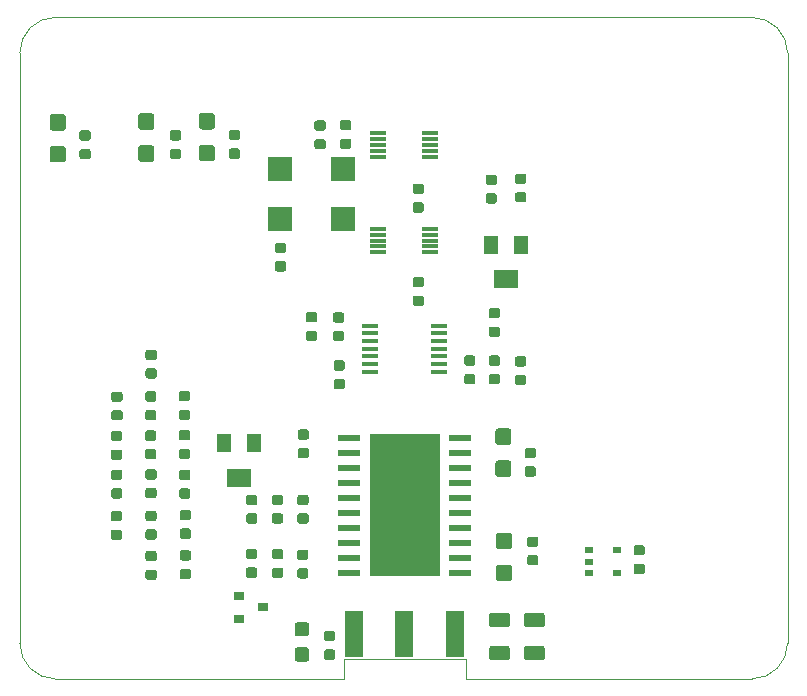
<source format=gbr>
G04 #@! TF.GenerationSoftware,KiCad,Pcbnew,5.0.0-fee4fd1~66~ubuntu18.04.1*
G04 #@! TF.CreationDate,2018-11-03T07:12:00+00:00*
G04 #@! TF.ProjectId,DDS-hat,4444532D6861742E6B696361645F7063,rev?*
G04 #@! TF.SameCoordinates,Original*
G04 #@! TF.FileFunction,Paste,Top*
G04 #@! TF.FilePolarity,Positive*
%FSLAX46Y46*%
G04 Gerber Fmt 4.6, Leading zero omitted, Abs format (unit mm)*
G04 Created by KiCad (PCBNEW 5.0.0-fee4fd1~66~ubuntu18.04.1) date Sat Nov  3 07:12:00 2018*
%MOMM*%
%LPD*%
G01*
G04 APERTURE LIST*
%ADD10C,0.100000*%
%ADD11C,0.875000*%
%ADD12R,1.500000X4.000000*%
%ADD13R,1.950000X0.600000*%
%ADD14R,6.000000X12.000000*%
%ADD15R,0.700000X0.510000*%
%ADD16C,1.200000*%
%ADD17R,0.900000X0.800000*%
%ADD18C,1.350000*%
%ADD19R,1.300000X1.600000*%
%ADD20R,2.000000X1.600000*%
%ADD21R,2.000000X2.000000*%
%ADD22R,1.400000X0.300000*%
%ADD23R,1.450000X0.450000*%
%ADD24C,1.250000*%
G04 APERTURE END LIST*
D10*
X116300000Y-116820000D02*
X140546356Y-116817611D01*
X105960000Y-115110000D02*
X105960000Y-116817611D01*
X116300000Y-115110000D02*
X116300000Y-116820000D01*
X105960000Y-115110000D02*
X116300000Y-115110000D01*
X78546356Y-63817611D02*
X78546356Y-113817611D01*
X78546356Y-63817611D02*
G75*
G02X81546356Y-60817611I3000000J0D01*
G01*
X140546356Y-60817611D02*
X81546356Y-60817611D01*
X140546356Y-60817611D02*
G75*
G02X143546356Y-63817611I0J-3000000D01*
G01*
X143546356Y-113817611D02*
X143546356Y-63817611D01*
X81546356Y-116817611D02*
G75*
G02X78546356Y-113817611I0J3000000D01*
G01*
X81546356Y-116817611D02*
X105960000Y-116820000D01*
X143546351Y-113822847D02*
G75*
G02X140546356Y-116817611I-2999995J5236D01*
G01*
G04 #@! TO.C,C31*
G36*
X103527691Y-87351053D02*
X103548926Y-87354203D01*
X103569750Y-87359419D01*
X103589962Y-87366651D01*
X103609368Y-87375830D01*
X103627781Y-87386866D01*
X103645024Y-87399654D01*
X103660930Y-87414070D01*
X103675346Y-87429976D01*
X103688134Y-87447219D01*
X103699170Y-87465632D01*
X103708349Y-87485038D01*
X103715581Y-87505250D01*
X103720797Y-87526074D01*
X103723947Y-87547309D01*
X103725000Y-87568750D01*
X103725000Y-88006250D01*
X103723947Y-88027691D01*
X103720797Y-88048926D01*
X103715581Y-88069750D01*
X103708349Y-88089962D01*
X103699170Y-88109368D01*
X103688134Y-88127781D01*
X103675346Y-88145024D01*
X103660930Y-88160930D01*
X103645024Y-88175346D01*
X103627781Y-88188134D01*
X103609368Y-88199170D01*
X103589962Y-88208349D01*
X103569750Y-88215581D01*
X103548926Y-88220797D01*
X103527691Y-88223947D01*
X103506250Y-88225000D01*
X102993750Y-88225000D01*
X102972309Y-88223947D01*
X102951074Y-88220797D01*
X102930250Y-88215581D01*
X102910038Y-88208349D01*
X102890632Y-88199170D01*
X102872219Y-88188134D01*
X102854976Y-88175346D01*
X102839070Y-88160930D01*
X102824654Y-88145024D01*
X102811866Y-88127781D01*
X102800830Y-88109368D01*
X102791651Y-88089962D01*
X102784419Y-88069750D01*
X102779203Y-88048926D01*
X102776053Y-88027691D01*
X102775000Y-88006250D01*
X102775000Y-87568750D01*
X102776053Y-87547309D01*
X102779203Y-87526074D01*
X102784419Y-87505250D01*
X102791651Y-87485038D01*
X102800830Y-87465632D01*
X102811866Y-87447219D01*
X102824654Y-87429976D01*
X102839070Y-87414070D01*
X102854976Y-87399654D01*
X102872219Y-87386866D01*
X102890632Y-87375830D01*
X102910038Y-87366651D01*
X102930250Y-87359419D01*
X102951074Y-87354203D01*
X102972309Y-87351053D01*
X102993750Y-87350000D01*
X103506250Y-87350000D01*
X103527691Y-87351053D01*
X103527691Y-87351053D01*
G37*
D11*
X103250000Y-87787500D03*
D10*
G36*
X103527691Y-85776053D02*
X103548926Y-85779203D01*
X103569750Y-85784419D01*
X103589962Y-85791651D01*
X103609368Y-85800830D01*
X103627781Y-85811866D01*
X103645024Y-85824654D01*
X103660930Y-85839070D01*
X103675346Y-85854976D01*
X103688134Y-85872219D01*
X103699170Y-85890632D01*
X103708349Y-85910038D01*
X103715581Y-85930250D01*
X103720797Y-85951074D01*
X103723947Y-85972309D01*
X103725000Y-85993750D01*
X103725000Y-86431250D01*
X103723947Y-86452691D01*
X103720797Y-86473926D01*
X103715581Y-86494750D01*
X103708349Y-86514962D01*
X103699170Y-86534368D01*
X103688134Y-86552781D01*
X103675346Y-86570024D01*
X103660930Y-86585930D01*
X103645024Y-86600346D01*
X103627781Y-86613134D01*
X103609368Y-86624170D01*
X103589962Y-86633349D01*
X103569750Y-86640581D01*
X103548926Y-86645797D01*
X103527691Y-86648947D01*
X103506250Y-86650000D01*
X102993750Y-86650000D01*
X102972309Y-86648947D01*
X102951074Y-86645797D01*
X102930250Y-86640581D01*
X102910038Y-86633349D01*
X102890632Y-86624170D01*
X102872219Y-86613134D01*
X102854976Y-86600346D01*
X102839070Y-86585930D01*
X102824654Y-86570024D01*
X102811866Y-86552781D01*
X102800830Y-86534368D01*
X102791651Y-86514962D01*
X102784419Y-86494750D01*
X102779203Y-86473926D01*
X102776053Y-86452691D01*
X102775000Y-86431250D01*
X102775000Y-85993750D01*
X102776053Y-85972309D01*
X102779203Y-85951074D01*
X102784419Y-85930250D01*
X102791651Y-85910038D01*
X102800830Y-85890632D01*
X102811866Y-85872219D01*
X102824654Y-85854976D01*
X102839070Y-85839070D01*
X102854976Y-85824654D01*
X102872219Y-85811866D01*
X102890632Y-85800830D01*
X102910038Y-85791651D01*
X102930250Y-85784419D01*
X102951074Y-85779203D01*
X102972309Y-85776053D01*
X102993750Y-85775000D01*
X103506250Y-85775000D01*
X103527691Y-85776053D01*
X103527691Y-85776053D01*
G37*
D11*
X103250000Y-86212500D03*
G04 #@! TD*
D12*
G04 #@! TO.C,J3*
X115360000Y-113040000D03*
X111110000Y-113040000D03*
X106860000Y-113040000D03*
G04 #@! TD*
D13*
G04 #@! TO.C,U5*
X106420000Y-96415000D03*
X106420000Y-97685000D03*
X106420000Y-98955000D03*
X106420000Y-100225000D03*
X106420000Y-101495000D03*
X106420000Y-102765000D03*
X106420000Y-104035000D03*
X106420000Y-105305000D03*
X106420000Y-106575000D03*
X106420000Y-107845000D03*
X115820000Y-107845000D03*
X115820000Y-106575000D03*
X115820000Y-105305000D03*
X115820000Y-104035000D03*
X115820000Y-102765000D03*
X115820000Y-101495000D03*
X115820000Y-100225000D03*
X115820000Y-98955000D03*
X115820000Y-97685000D03*
X115820000Y-96415000D03*
D14*
X111120000Y-102130000D03*
X111120000Y-102130000D03*
G04 #@! TD*
D10*
G04 #@! TO.C,C30*
G36*
X112557691Y-74896053D02*
X112578926Y-74899203D01*
X112599750Y-74904419D01*
X112619962Y-74911651D01*
X112639368Y-74920830D01*
X112657781Y-74931866D01*
X112675024Y-74944654D01*
X112690930Y-74959070D01*
X112705346Y-74974976D01*
X112718134Y-74992219D01*
X112729170Y-75010632D01*
X112738349Y-75030038D01*
X112745581Y-75050250D01*
X112750797Y-75071074D01*
X112753947Y-75092309D01*
X112755000Y-75113750D01*
X112755000Y-75551250D01*
X112753947Y-75572691D01*
X112750797Y-75593926D01*
X112745581Y-75614750D01*
X112738349Y-75634962D01*
X112729170Y-75654368D01*
X112718134Y-75672781D01*
X112705346Y-75690024D01*
X112690930Y-75705930D01*
X112675024Y-75720346D01*
X112657781Y-75733134D01*
X112639368Y-75744170D01*
X112619962Y-75753349D01*
X112599750Y-75760581D01*
X112578926Y-75765797D01*
X112557691Y-75768947D01*
X112536250Y-75770000D01*
X112023750Y-75770000D01*
X112002309Y-75768947D01*
X111981074Y-75765797D01*
X111960250Y-75760581D01*
X111940038Y-75753349D01*
X111920632Y-75744170D01*
X111902219Y-75733134D01*
X111884976Y-75720346D01*
X111869070Y-75705930D01*
X111854654Y-75690024D01*
X111841866Y-75672781D01*
X111830830Y-75654368D01*
X111821651Y-75634962D01*
X111814419Y-75614750D01*
X111809203Y-75593926D01*
X111806053Y-75572691D01*
X111805000Y-75551250D01*
X111805000Y-75113750D01*
X111806053Y-75092309D01*
X111809203Y-75071074D01*
X111814419Y-75050250D01*
X111821651Y-75030038D01*
X111830830Y-75010632D01*
X111841866Y-74992219D01*
X111854654Y-74974976D01*
X111869070Y-74959070D01*
X111884976Y-74944654D01*
X111902219Y-74931866D01*
X111920632Y-74920830D01*
X111940038Y-74911651D01*
X111960250Y-74904419D01*
X111981074Y-74899203D01*
X112002309Y-74896053D01*
X112023750Y-74895000D01*
X112536250Y-74895000D01*
X112557691Y-74896053D01*
X112557691Y-74896053D01*
G37*
D11*
X112280000Y-75332500D03*
D10*
G36*
X112557691Y-76471053D02*
X112578926Y-76474203D01*
X112599750Y-76479419D01*
X112619962Y-76486651D01*
X112639368Y-76495830D01*
X112657781Y-76506866D01*
X112675024Y-76519654D01*
X112690930Y-76534070D01*
X112705346Y-76549976D01*
X112718134Y-76567219D01*
X112729170Y-76585632D01*
X112738349Y-76605038D01*
X112745581Y-76625250D01*
X112750797Y-76646074D01*
X112753947Y-76667309D01*
X112755000Y-76688750D01*
X112755000Y-77126250D01*
X112753947Y-77147691D01*
X112750797Y-77168926D01*
X112745581Y-77189750D01*
X112738349Y-77209962D01*
X112729170Y-77229368D01*
X112718134Y-77247781D01*
X112705346Y-77265024D01*
X112690930Y-77280930D01*
X112675024Y-77295346D01*
X112657781Y-77308134D01*
X112639368Y-77319170D01*
X112619962Y-77328349D01*
X112599750Y-77335581D01*
X112578926Y-77340797D01*
X112557691Y-77343947D01*
X112536250Y-77345000D01*
X112023750Y-77345000D01*
X112002309Y-77343947D01*
X111981074Y-77340797D01*
X111960250Y-77335581D01*
X111940038Y-77328349D01*
X111920632Y-77319170D01*
X111902219Y-77308134D01*
X111884976Y-77295346D01*
X111869070Y-77280930D01*
X111854654Y-77265024D01*
X111841866Y-77247781D01*
X111830830Y-77229368D01*
X111821651Y-77209962D01*
X111814419Y-77189750D01*
X111809203Y-77168926D01*
X111806053Y-77147691D01*
X111805000Y-77126250D01*
X111805000Y-76688750D01*
X111806053Y-76667309D01*
X111809203Y-76646074D01*
X111814419Y-76625250D01*
X111821651Y-76605038D01*
X111830830Y-76585632D01*
X111841866Y-76567219D01*
X111854654Y-76549976D01*
X111869070Y-76534070D01*
X111884976Y-76519654D01*
X111902219Y-76506866D01*
X111920632Y-76495830D01*
X111940038Y-76486651D01*
X111960250Y-76479419D01*
X111981074Y-76474203D01*
X112002309Y-76471053D01*
X112023750Y-76470000D01*
X112536250Y-76470000D01*
X112557691Y-76471053D01*
X112557691Y-76471053D01*
G37*
D11*
X112280000Y-76907500D03*
G04 #@! TD*
D10*
G04 #@! TO.C,R16*
G36*
X121217691Y-91081053D02*
X121238926Y-91084203D01*
X121259750Y-91089419D01*
X121279962Y-91096651D01*
X121299368Y-91105830D01*
X121317781Y-91116866D01*
X121335024Y-91129654D01*
X121350930Y-91144070D01*
X121365346Y-91159976D01*
X121378134Y-91177219D01*
X121389170Y-91195632D01*
X121398349Y-91215038D01*
X121405581Y-91235250D01*
X121410797Y-91256074D01*
X121413947Y-91277309D01*
X121415000Y-91298750D01*
X121415000Y-91736250D01*
X121413947Y-91757691D01*
X121410797Y-91778926D01*
X121405581Y-91799750D01*
X121398349Y-91819962D01*
X121389170Y-91839368D01*
X121378134Y-91857781D01*
X121365346Y-91875024D01*
X121350930Y-91890930D01*
X121335024Y-91905346D01*
X121317781Y-91918134D01*
X121299368Y-91929170D01*
X121279962Y-91938349D01*
X121259750Y-91945581D01*
X121238926Y-91950797D01*
X121217691Y-91953947D01*
X121196250Y-91955000D01*
X120683750Y-91955000D01*
X120662309Y-91953947D01*
X120641074Y-91950797D01*
X120620250Y-91945581D01*
X120600038Y-91938349D01*
X120580632Y-91929170D01*
X120562219Y-91918134D01*
X120544976Y-91905346D01*
X120529070Y-91890930D01*
X120514654Y-91875024D01*
X120501866Y-91857781D01*
X120490830Y-91839368D01*
X120481651Y-91819962D01*
X120474419Y-91799750D01*
X120469203Y-91778926D01*
X120466053Y-91757691D01*
X120465000Y-91736250D01*
X120465000Y-91298750D01*
X120466053Y-91277309D01*
X120469203Y-91256074D01*
X120474419Y-91235250D01*
X120481651Y-91215038D01*
X120490830Y-91195632D01*
X120501866Y-91177219D01*
X120514654Y-91159976D01*
X120529070Y-91144070D01*
X120544976Y-91129654D01*
X120562219Y-91116866D01*
X120580632Y-91105830D01*
X120600038Y-91096651D01*
X120620250Y-91089419D01*
X120641074Y-91084203D01*
X120662309Y-91081053D01*
X120683750Y-91080000D01*
X121196250Y-91080000D01*
X121217691Y-91081053D01*
X121217691Y-91081053D01*
G37*
D11*
X120940000Y-91517500D03*
D10*
G36*
X121217691Y-89506053D02*
X121238926Y-89509203D01*
X121259750Y-89514419D01*
X121279962Y-89521651D01*
X121299368Y-89530830D01*
X121317781Y-89541866D01*
X121335024Y-89554654D01*
X121350930Y-89569070D01*
X121365346Y-89584976D01*
X121378134Y-89602219D01*
X121389170Y-89620632D01*
X121398349Y-89640038D01*
X121405581Y-89660250D01*
X121410797Y-89681074D01*
X121413947Y-89702309D01*
X121415000Y-89723750D01*
X121415000Y-90161250D01*
X121413947Y-90182691D01*
X121410797Y-90203926D01*
X121405581Y-90224750D01*
X121398349Y-90244962D01*
X121389170Y-90264368D01*
X121378134Y-90282781D01*
X121365346Y-90300024D01*
X121350930Y-90315930D01*
X121335024Y-90330346D01*
X121317781Y-90343134D01*
X121299368Y-90354170D01*
X121279962Y-90363349D01*
X121259750Y-90370581D01*
X121238926Y-90375797D01*
X121217691Y-90378947D01*
X121196250Y-90380000D01*
X120683750Y-90380000D01*
X120662309Y-90378947D01*
X120641074Y-90375797D01*
X120620250Y-90370581D01*
X120600038Y-90363349D01*
X120580632Y-90354170D01*
X120562219Y-90343134D01*
X120544976Y-90330346D01*
X120529070Y-90315930D01*
X120514654Y-90300024D01*
X120501866Y-90282781D01*
X120490830Y-90264368D01*
X120481651Y-90244962D01*
X120474419Y-90224750D01*
X120469203Y-90203926D01*
X120466053Y-90182691D01*
X120465000Y-90161250D01*
X120465000Y-89723750D01*
X120466053Y-89702309D01*
X120469203Y-89681074D01*
X120474419Y-89660250D01*
X120481651Y-89640038D01*
X120490830Y-89620632D01*
X120501866Y-89602219D01*
X120514654Y-89584976D01*
X120529070Y-89569070D01*
X120544976Y-89554654D01*
X120562219Y-89541866D01*
X120580632Y-89530830D01*
X120600038Y-89521651D01*
X120620250Y-89514419D01*
X120641074Y-89509203D01*
X120662309Y-89506053D01*
X120683750Y-89505000D01*
X121196250Y-89505000D01*
X121217691Y-89506053D01*
X121217691Y-89506053D01*
G37*
D11*
X120940000Y-89942500D03*
G04 #@! TD*
D15*
G04 #@! TO.C,U6*
X126750000Y-105940000D03*
X126750000Y-106890000D03*
X126750000Y-107840000D03*
X129070000Y-107840000D03*
X129070000Y-105940000D03*
G04 #@! TD*
D10*
G04 #@! TO.C,C29*
G36*
X131257691Y-105496053D02*
X131278926Y-105499203D01*
X131299750Y-105504419D01*
X131319962Y-105511651D01*
X131339368Y-105520830D01*
X131357781Y-105531866D01*
X131375024Y-105544654D01*
X131390930Y-105559070D01*
X131405346Y-105574976D01*
X131418134Y-105592219D01*
X131429170Y-105610632D01*
X131438349Y-105630038D01*
X131445581Y-105650250D01*
X131450797Y-105671074D01*
X131453947Y-105692309D01*
X131455000Y-105713750D01*
X131455000Y-106151250D01*
X131453947Y-106172691D01*
X131450797Y-106193926D01*
X131445581Y-106214750D01*
X131438349Y-106234962D01*
X131429170Y-106254368D01*
X131418134Y-106272781D01*
X131405346Y-106290024D01*
X131390930Y-106305930D01*
X131375024Y-106320346D01*
X131357781Y-106333134D01*
X131339368Y-106344170D01*
X131319962Y-106353349D01*
X131299750Y-106360581D01*
X131278926Y-106365797D01*
X131257691Y-106368947D01*
X131236250Y-106370000D01*
X130723750Y-106370000D01*
X130702309Y-106368947D01*
X130681074Y-106365797D01*
X130660250Y-106360581D01*
X130640038Y-106353349D01*
X130620632Y-106344170D01*
X130602219Y-106333134D01*
X130584976Y-106320346D01*
X130569070Y-106305930D01*
X130554654Y-106290024D01*
X130541866Y-106272781D01*
X130530830Y-106254368D01*
X130521651Y-106234962D01*
X130514419Y-106214750D01*
X130509203Y-106193926D01*
X130506053Y-106172691D01*
X130505000Y-106151250D01*
X130505000Y-105713750D01*
X130506053Y-105692309D01*
X130509203Y-105671074D01*
X130514419Y-105650250D01*
X130521651Y-105630038D01*
X130530830Y-105610632D01*
X130541866Y-105592219D01*
X130554654Y-105574976D01*
X130569070Y-105559070D01*
X130584976Y-105544654D01*
X130602219Y-105531866D01*
X130620632Y-105520830D01*
X130640038Y-105511651D01*
X130660250Y-105504419D01*
X130681074Y-105499203D01*
X130702309Y-105496053D01*
X130723750Y-105495000D01*
X131236250Y-105495000D01*
X131257691Y-105496053D01*
X131257691Y-105496053D01*
G37*
D11*
X130980000Y-105932500D03*
D10*
G36*
X131257691Y-107071053D02*
X131278926Y-107074203D01*
X131299750Y-107079419D01*
X131319962Y-107086651D01*
X131339368Y-107095830D01*
X131357781Y-107106866D01*
X131375024Y-107119654D01*
X131390930Y-107134070D01*
X131405346Y-107149976D01*
X131418134Y-107167219D01*
X131429170Y-107185632D01*
X131438349Y-107205038D01*
X131445581Y-107225250D01*
X131450797Y-107246074D01*
X131453947Y-107267309D01*
X131455000Y-107288750D01*
X131455000Y-107726250D01*
X131453947Y-107747691D01*
X131450797Y-107768926D01*
X131445581Y-107789750D01*
X131438349Y-107809962D01*
X131429170Y-107829368D01*
X131418134Y-107847781D01*
X131405346Y-107865024D01*
X131390930Y-107880930D01*
X131375024Y-107895346D01*
X131357781Y-107908134D01*
X131339368Y-107919170D01*
X131319962Y-107928349D01*
X131299750Y-107935581D01*
X131278926Y-107940797D01*
X131257691Y-107943947D01*
X131236250Y-107945000D01*
X130723750Y-107945000D01*
X130702309Y-107943947D01*
X130681074Y-107940797D01*
X130660250Y-107935581D01*
X130640038Y-107928349D01*
X130620632Y-107919170D01*
X130602219Y-107908134D01*
X130584976Y-107895346D01*
X130569070Y-107880930D01*
X130554654Y-107865024D01*
X130541866Y-107847781D01*
X130530830Y-107829368D01*
X130521651Y-107809962D01*
X130514419Y-107789750D01*
X130509203Y-107768926D01*
X130506053Y-107747691D01*
X130505000Y-107726250D01*
X130505000Y-107288750D01*
X130506053Y-107267309D01*
X130509203Y-107246074D01*
X130514419Y-107225250D01*
X130521651Y-107205038D01*
X130530830Y-107185632D01*
X130541866Y-107167219D01*
X130554654Y-107149976D01*
X130569070Y-107134070D01*
X130584976Y-107119654D01*
X130602219Y-107106866D01*
X130620632Y-107095830D01*
X130640038Y-107086651D01*
X130660250Y-107079419D01*
X130681074Y-107074203D01*
X130702309Y-107071053D01*
X130723750Y-107070000D01*
X131236250Y-107070000D01*
X131257691Y-107071053D01*
X131257691Y-107071053D01*
G37*
D11*
X130980000Y-107507500D03*
G04 #@! TD*
D10*
G04 #@! TO.C,D1*
G36*
X102822183Y-112028609D02*
X102844549Y-112031927D01*
X102866482Y-112037421D01*
X102887770Y-112045038D01*
X102908210Y-112054705D01*
X102927603Y-112066329D01*
X102945764Y-112079798D01*
X102962517Y-112094983D01*
X102977702Y-112111736D01*
X102991171Y-112129897D01*
X103002795Y-112149290D01*
X103012462Y-112169730D01*
X103020079Y-112191018D01*
X103025573Y-112212951D01*
X103028891Y-112235317D01*
X103030000Y-112257900D01*
X103030000Y-112997100D01*
X103028891Y-113019683D01*
X103025573Y-113042049D01*
X103020079Y-113063982D01*
X103012462Y-113085270D01*
X103002795Y-113105710D01*
X102991171Y-113125103D01*
X102977702Y-113143264D01*
X102962517Y-113160017D01*
X102945764Y-113175202D01*
X102927603Y-113188671D01*
X102908210Y-113200295D01*
X102887770Y-113209962D01*
X102866482Y-113217579D01*
X102844549Y-113223073D01*
X102822183Y-113226391D01*
X102799600Y-113227500D01*
X102060400Y-113227500D01*
X102037817Y-113226391D01*
X102015451Y-113223073D01*
X101993518Y-113217579D01*
X101972230Y-113209962D01*
X101951790Y-113200295D01*
X101932397Y-113188671D01*
X101914236Y-113175202D01*
X101897483Y-113160017D01*
X101882298Y-113143264D01*
X101868829Y-113125103D01*
X101857205Y-113105710D01*
X101847538Y-113085270D01*
X101839921Y-113063982D01*
X101834427Y-113042049D01*
X101831109Y-113019683D01*
X101830000Y-112997100D01*
X101830000Y-112257900D01*
X101831109Y-112235317D01*
X101834427Y-112212951D01*
X101839921Y-112191018D01*
X101847538Y-112169730D01*
X101857205Y-112149290D01*
X101868829Y-112129897D01*
X101882298Y-112111736D01*
X101897483Y-112094983D01*
X101914236Y-112079798D01*
X101932397Y-112066329D01*
X101951790Y-112054705D01*
X101972230Y-112045038D01*
X101993518Y-112037421D01*
X102015451Y-112031927D01*
X102037817Y-112028609D01*
X102060400Y-112027500D01*
X102799600Y-112027500D01*
X102822183Y-112028609D01*
X102822183Y-112028609D01*
G37*
D16*
X102430000Y-112627500D03*
D10*
G36*
X102822183Y-114153609D02*
X102844549Y-114156927D01*
X102866482Y-114162421D01*
X102887770Y-114170038D01*
X102908210Y-114179705D01*
X102927603Y-114191329D01*
X102945764Y-114204798D01*
X102962517Y-114219983D01*
X102977702Y-114236736D01*
X102991171Y-114254897D01*
X103002795Y-114274290D01*
X103012462Y-114294730D01*
X103020079Y-114316018D01*
X103025573Y-114337951D01*
X103028891Y-114360317D01*
X103030000Y-114382900D01*
X103030000Y-115122100D01*
X103028891Y-115144683D01*
X103025573Y-115167049D01*
X103020079Y-115188982D01*
X103012462Y-115210270D01*
X103002795Y-115230710D01*
X102991171Y-115250103D01*
X102977702Y-115268264D01*
X102962517Y-115285017D01*
X102945764Y-115300202D01*
X102927603Y-115313671D01*
X102908210Y-115325295D01*
X102887770Y-115334962D01*
X102866482Y-115342579D01*
X102844549Y-115348073D01*
X102822183Y-115351391D01*
X102799600Y-115352500D01*
X102060400Y-115352500D01*
X102037817Y-115351391D01*
X102015451Y-115348073D01*
X101993518Y-115342579D01*
X101972230Y-115334962D01*
X101951790Y-115325295D01*
X101932397Y-115313671D01*
X101914236Y-115300202D01*
X101897483Y-115285017D01*
X101882298Y-115268264D01*
X101868829Y-115250103D01*
X101857205Y-115230710D01*
X101847538Y-115210270D01*
X101839921Y-115188982D01*
X101834427Y-115167049D01*
X101831109Y-115144683D01*
X101830000Y-115122100D01*
X101830000Y-114382900D01*
X101831109Y-114360317D01*
X101834427Y-114337951D01*
X101839921Y-114316018D01*
X101847538Y-114294730D01*
X101857205Y-114274290D01*
X101868829Y-114254897D01*
X101882298Y-114236736D01*
X101897483Y-114219983D01*
X101914236Y-114204798D01*
X101932397Y-114191329D01*
X101951790Y-114179705D01*
X101972230Y-114170038D01*
X101993518Y-114162421D01*
X102015451Y-114156927D01*
X102037817Y-114153609D01*
X102060400Y-114152500D01*
X102799600Y-114152500D01*
X102822183Y-114153609D01*
X102822183Y-114153609D01*
G37*
D16*
X102430000Y-114752500D03*
G04 #@! TD*
D17*
G04 #@! TO.C,Q1*
X97120000Y-109820000D03*
X97120000Y-111720000D03*
X99120000Y-110770000D03*
G04 #@! TD*
D10*
G04 #@! TO.C,R15*
G36*
X105047691Y-114331053D02*
X105068926Y-114334203D01*
X105089750Y-114339419D01*
X105109962Y-114346651D01*
X105129368Y-114355830D01*
X105147781Y-114366866D01*
X105165024Y-114379654D01*
X105180930Y-114394070D01*
X105195346Y-114409976D01*
X105208134Y-114427219D01*
X105219170Y-114445632D01*
X105228349Y-114465038D01*
X105235581Y-114485250D01*
X105240797Y-114506074D01*
X105243947Y-114527309D01*
X105245000Y-114548750D01*
X105245000Y-114986250D01*
X105243947Y-115007691D01*
X105240797Y-115028926D01*
X105235581Y-115049750D01*
X105228349Y-115069962D01*
X105219170Y-115089368D01*
X105208134Y-115107781D01*
X105195346Y-115125024D01*
X105180930Y-115140930D01*
X105165024Y-115155346D01*
X105147781Y-115168134D01*
X105129368Y-115179170D01*
X105109962Y-115188349D01*
X105089750Y-115195581D01*
X105068926Y-115200797D01*
X105047691Y-115203947D01*
X105026250Y-115205000D01*
X104513750Y-115205000D01*
X104492309Y-115203947D01*
X104471074Y-115200797D01*
X104450250Y-115195581D01*
X104430038Y-115188349D01*
X104410632Y-115179170D01*
X104392219Y-115168134D01*
X104374976Y-115155346D01*
X104359070Y-115140930D01*
X104344654Y-115125024D01*
X104331866Y-115107781D01*
X104320830Y-115089368D01*
X104311651Y-115069962D01*
X104304419Y-115049750D01*
X104299203Y-115028926D01*
X104296053Y-115007691D01*
X104295000Y-114986250D01*
X104295000Y-114548750D01*
X104296053Y-114527309D01*
X104299203Y-114506074D01*
X104304419Y-114485250D01*
X104311651Y-114465038D01*
X104320830Y-114445632D01*
X104331866Y-114427219D01*
X104344654Y-114409976D01*
X104359070Y-114394070D01*
X104374976Y-114379654D01*
X104392219Y-114366866D01*
X104410632Y-114355830D01*
X104430038Y-114346651D01*
X104450250Y-114339419D01*
X104471074Y-114334203D01*
X104492309Y-114331053D01*
X104513750Y-114330000D01*
X105026250Y-114330000D01*
X105047691Y-114331053D01*
X105047691Y-114331053D01*
G37*
D11*
X104770000Y-114767500D03*
D10*
G36*
X105047691Y-112756053D02*
X105068926Y-112759203D01*
X105089750Y-112764419D01*
X105109962Y-112771651D01*
X105129368Y-112780830D01*
X105147781Y-112791866D01*
X105165024Y-112804654D01*
X105180930Y-112819070D01*
X105195346Y-112834976D01*
X105208134Y-112852219D01*
X105219170Y-112870632D01*
X105228349Y-112890038D01*
X105235581Y-112910250D01*
X105240797Y-112931074D01*
X105243947Y-112952309D01*
X105245000Y-112973750D01*
X105245000Y-113411250D01*
X105243947Y-113432691D01*
X105240797Y-113453926D01*
X105235581Y-113474750D01*
X105228349Y-113494962D01*
X105219170Y-113514368D01*
X105208134Y-113532781D01*
X105195346Y-113550024D01*
X105180930Y-113565930D01*
X105165024Y-113580346D01*
X105147781Y-113593134D01*
X105129368Y-113604170D01*
X105109962Y-113613349D01*
X105089750Y-113620581D01*
X105068926Y-113625797D01*
X105047691Y-113628947D01*
X105026250Y-113630000D01*
X104513750Y-113630000D01*
X104492309Y-113628947D01*
X104471074Y-113625797D01*
X104450250Y-113620581D01*
X104430038Y-113613349D01*
X104410632Y-113604170D01*
X104392219Y-113593134D01*
X104374976Y-113580346D01*
X104359070Y-113565930D01*
X104344654Y-113550024D01*
X104331866Y-113532781D01*
X104320830Y-113514368D01*
X104311651Y-113494962D01*
X104304419Y-113474750D01*
X104299203Y-113453926D01*
X104296053Y-113432691D01*
X104295000Y-113411250D01*
X104295000Y-112973750D01*
X104296053Y-112952309D01*
X104299203Y-112931074D01*
X104304419Y-112910250D01*
X104311651Y-112890038D01*
X104320830Y-112870632D01*
X104331866Y-112852219D01*
X104344654Y-112834976D01*
X104359070Y-112819070D01*
X104374976Y-112804654D01*
X104392219Y-112791866D01*
X104410632Y-112780830D01*
X104430038Y-112771651D01*
X104450250Y-112764419D01*
X104471074Y-112759203D01*
X104492309Y-112756053D01*
X104513750Y-112755000D01*
X105026250Y-112755000D01*
X105047691Y-112756053D01*
X105047691Y-112756053D01*
G37*
D11*
X104770000Y-113192500D03*
G04 #@! TD*
D10*
G04 #@! TO.C,C28*
G36*
X89939691Y-105989553D02*
X89960926Y-105992703D01*
X89981750Y-105997919D01*
X90001962Y-106005151D01*
X90021368Y-106014330D01*
X90039781Y-106025366D01*
X90057024Y-106038154D01*
X90072930Y-106052570D01*
X90087346Y-106068476D01*
X90100134Y-106085719D01*
X90111170Y-106104132D01*
X90120349Y-106123538D01*
X90127581Y-106143750D01*
X90132797Y-106164574D01*
X90135947Y-106185809D01*
X90137000Y-106207250D01*
X90137000Y-106644750D01*
X90135947Y-106666191D01*
X90132797Y-106687426D01*
X90127581Y-106708250D01*
X90120349Y-106728462D01*
X90111170Y-106747868D01*
X90100134Y-106766281D01*
X90087346Y-106783524D01*
X90072930Y-106799430D01*
X90057024Y-106813846D01*
X90039781Y-106826634D01*
X90021368Y-106837670D01*
X90001962Y-106846849D01*
X89981750Y-106854081D01*
X89960926Y-106859297D01*
X89939691Y-106862447D01*
X89918250Y-106863500D01*
X89405750Y-106863500D01*
X89384309Y-106862447D01*
X89363074Y-106859297D01*
X89342250Y-106854081D01*
X89322038Y-106846849D01*
X89302632Y-106837670D01*
X89284219Y-106826634D01*
X89266976Y-106813846D01*
X89251070Y-106799430D01*
X89236654Y-106783524D01*
X89223866Y-106766281D01*
X89212830Y-106747868D01*
X89203651Y-106728462D01*
X89196419Y-106708250D01*
X89191203Y-106687426D01*
X89188053Y-106666191D01*
X89187000Y-106644750D01*
X89187000Y-106207250D01*
X89188053Y-106185809D01*
X89191203Y-106164574D01*
X89196419Y-106143750D01*
X89203651Y-106123538D01*
X89212830Y-106104132D01*
X89223866Y-106085719D01*
X89236654Y-106068476D01*
X89251070Y-106052570D01*
X89266976Y-106038154D01*
X89284219Y-106025366D01*
X89302632Y-106014330D01*
X89322038Y-106005151D01*
X89342250Y-105997919D01*
X89363074Y-105992703D01*
X89384309Y-105989553D01*
X89405750Y-105988500D01*
X89918250Y-105988500D01*
X89939691Y-105989553D01*
X89939691Y-105989553D01*
G37*
D11*
X89662000Y-106426000D03*
D10*
G36*
X89939691Y-107564553D02*
X89960926Y-107567703D01*
X89981750Y-107572919D01*
X90001962Y-107580151D01*
X90021368Y-107589330D01*
X90039781Y-107600366D01*
X90057024Y-107613154D01*
X90072930Y-107627570D01*
X90087346Y-107643476D01*
X90100134Y-107660719D01*
X90111170Y-107679132D01*
X90120349Y-107698538D01*
X90127581Y-107718750D01*
X90132797Y-107739574D01*
X90135947Y-107760809D01*
X90137000Y-107782250D01*
X90137000Y-108219750D01*
X90135947Y-108241191D01*
X90132797Y-108262426D01*
X90127581Y-108283250D01*
X90120349Y-108303462D01*
X90111170Y-108322868D01*
X90100134Y-108341281D01*
X90087346Y-108358524D01*
X90072930Y-108374430D01*
X90057024Y-108388846D01*
X90039781Y-108401634D01*
X90021368Y-108412670D01*
X90001962Y-108421849D01*
X89981750Y-108429081D01*
X89960926Y-108434297D01*
X89939691Y-108437447D01*
X89918250Y-108438500D01*
X89405750Y-108438500D01*
X89384309Y-108437447D01*
X89363074Y-108434297D01*
X89342250Y-108429081D01*
X89322038Y-108421849D01*
X89302632Y-108412670D01*
X89284219Y-108401634D01*
X89266976Y-108388846D01*
X89251070Y-108374430D01*
X89236654Y-108358524D01*
X89223866Y-108341281D01*
X89212830Y-108322868D01*
X89203651Y-108303462D01*
X89196419Y-108283250D01*
X89191203Y-108262426D01*
X89188053Y-108241191D01*
X89187000Y-108219750D01*
X89187000Y-107782250D01*
X89188053Y-107760809D01*
X89191203Y-107739574D01*
X89196419Y-107718750D01*
X89203651Y-107698538D01*
X89212830Y-107679132D01*
X89223866Y-107660719D01*
X89236654Y-107643476D01*
X89251070Y-107627570D01*
X89266976Y-107613154D01*
X89284219Y-107600366D01*
X89302632Y-107589330D01*
X89322038Y-107580151D01*
X89342250Y-107572919D01*
X89363074Y-107567703D01*
X89384309Y-107564553D01*
X89405750Y-107563500D01*
X89918250Y-107563500D01*
X89939691Y-107564553D01*
X89939691Y-107564553D01*
G37*
D11*
X89662000Y-108001000D03*
G04 #@! TD*
D10*
G04 #@! TO.C,C27*
G36*
X92837691Y-102516053D02*
X92858926Y-102519203D01*
X92879750Y-102524419D01*
X92899962Y-102531651D01*
X92919368Y-102540830D01*
X92937781Y-102551866D01*
X92955024Y-102564654D01*
X92970930Y-102579070D01*
X92985346Y-102594976D01*
X92998134Y-102612219D01*
X93009170Y-102630632D01*
X93018349Y-102650038D01*
X93025581Y-102670250D01*
X93030797Y-102691074D01*
X93033947Y-102712309D01*
X93035000Y-102733750D01*
X93035000Y-103171250D01*
X93033947Y-103192691D01*
X93030797Y-103213926D01*
X93025581Y-103234750D01*
X93018349Y-103254962D01*
X93009170Y-103274368D01*
X92998134Y-103292781D01*
X92985346Y-103310024D01*
X92970930Y-103325930D01*
X92955024Y-103340346D01*
X92937781Y-103353134D01*
X92919368Y-103364170D01*
X92899962Y-103373349D01*
X92879750Y-103380581D01*
X92858926Y-103385797D01*
X92837691Y-103388947D01*
X92816250Y-103390000D01*
X92303750Y-103390000D01*
X92282309Y-103388947D01*
X92261074Y-103385797D01*
X92240250Y-103380581D01*
X92220038Y-103373349D01*
X92200632Y-103364170D01*
X92182219Y-103353134D01*
X92164976Y-103340346D01*
X92149070Y-103325930D01*
X92134654Y-103310024D01*
X92121866Y-103292781D01*
X92110830Y-103274368D01*
X92101651Y-103254962D01*
X92094419Y-103234750D01*
X92089203Y-103213926D01*
X92086053Y-103192691D01*
X92085000Y-103171250D01*
X92085000Y-102733750D01*
X92086053Y-102712309D01*
X92089203Y-102691074D01*
X92094419Y-102670250D01*
X92101651Y-102650038D01*
X92110830Y-102630632D01*
X92121866Y-102612219D01*
X92134654Y-102594976D01*
X92149070Y-102579070D01*
X92164976Y-102564654D01*
X92182219Y-102551866D01*
X92200632Y-102540830D01*
X92220038Y-102531651D01*
X92240250Y-102524419D01*
X92261074Y-102519203D01*
X92282309Y-102516053D01*
X92303750Y-102515000D01*
X92816250Y-102515000D01*
X92837691Y-102516053D01*
X92837691Y-102516053D01*
G37*
D11*
X92560000Y-102952500D03*
D10*
G36*
X92837691Y-104091053D02*
X92858926Y-104094203D01*
X92879750Y-104099419D01*
X92899962Y-104106651D01*
X92919368Y-104115830D01*
X92937781Y-104126866D01*
X92955024Y-104139654D01*
X92970930Y-104154070D01*
X92985346Y-104169976D01*
X92998134Y-104187219D01*
X93009170Y-104205632D01*
X93018349Y-104225038D01*
X93025581Y-104245250D01*
X93030797Y-104266074D01*
X93033947Y-104287309D01*
X93035000Y-104308750D01*
X93035000Y-104746250D01*
X93033947Y-104767691D01*
X93030797Y-104788926D01*
X93025581Y-104809750D01*
X93018349Y-104829962D01*
X93009170Y-104849368D01*
X92998134Y-104867781D01*
X92985346Y-104885024D01*
X92970930Y-104900930D01*
X92955024Y-104915346D01*
X92937781Y-104928134D01*
X92919368Y-104939170D01*
X92899962Y-104948349D01*
X92879750Y-104955581D01*
X92858926Y-104960797D01*
X92837691Y-104963947D01*
X92816250Y-104965000D01*
X92303750Y-104965000D01*
X92282309Y-104963947D01*
X92261074Y-104960797D01*
X92240250Y-104955581D01*
X92220038Y-104948349D01*
X92200632Y-104939170D01*
X92182219Y-104928134D01*
X92164976Y-104915346D01*
X92149070Y-104900930D01*
X92134654Y-104885024D01*
X92121866Y-104867781D01*
X92110830Y-104849368D01*
X92101651Y-104829962D01*
X92094419Y-104809750D01*
X92089203Y-104788926D01*
X92086053Y-104767691D01*
X92085000Y-104746250D01*
X92085000Y-104308750D01*
X92086053Y-104287309D01*
X92089203Y-104266074D01*
X92094419Y-104245250D01*
X92101651Y-104225038D01*
X92110830Y-104205632D01*
X92121866Y-104187219D01*
X92134654Y-104169976D01*
X92149070Y-104154070D01*
X92164976Y-104139654D01*
X92182219Y-104126866D01*
X92200632Y-104115830D01*
X92220038Y-104106651D01*
X92240250Y-104099419D01*
X92261074Y-104094203D01*
X92282309Y-104091053D01*
X92303750Y-104090000D01*
X92816250Y-104090000D01*
X92837691Y-104091053D01*
X92837691Y-104091053D01*
G37*
D11*
X92560000Y-104527500D03*
G04 #@! TD*
D10*
G04 #@! TO.C,C26*
G36*
X86997691Y-102606053D02*
X87018926Y-102609203D01*
X87039750Y-102614419D01*
X87059962Y-102621651D01*
X87079368Y-102630830D01*
X87097781Y-102641866D01*
X87115024Y-102654654D01*
X87130930Y-102669070D01*
X87145346Y-102684976D01*
X87158134Y-102702219D01*
X87169170Y-102720632D01*
X87178349Y-102740038D01*
X87185581Y-102760250D01*
X87190797Y-102781074D01*
X87193947Y-102802309D01*
X87195000Y-102823750D01*
X87195000Y-103261250D01*
X87193947Y-103282691D01*
X87190797Y-103303926D01*
X87185581Y-103324750D01*
X87178349Y-103344962D01*
X87169170Y-103364368D01*
X87158134Y-103382781D01*
X87145346Y-103400024D01*
X87130930Y-103415930D01*
X87115024Y-103430346D01*
X87097781Y-103443134D01*
X87079368Y-103454170D01*
X87059962Y-103463349D01*
X87039750Y-103470581D01*
X87018926Y-103475797D01*
X86997691Y-103478947D01*
X86976250Y-103480000D01*
X86463750Y-103480000D01*
X86442309Y-103478947D01*
X86421074Y-103475797D01*
X86400250Y-103470581D01*
X86380038Y-103463349D01*
X86360632Y-103454170D01*
X86342219Y-103443134D01*
X86324976Y-103430346D01*
X86309070Y-103415930D01*
X86294654Y-103400024D01*
X86281866Y-103382781D01*
X86270830Y-103364368D01*
X86261651Y-103344962D01*
X86254419Y-103324750D01*
X86249203Y-103303926D01*
X86246053Y-103282691D01*
X86245000Y-103261250D01*
X86245000Y-102823750D01*
X86246053Y-102802309D01*
X86249203Y-102781074D01*
X86254419Y-102760250D01*
X86261651Y-102740038D01*
X86270830Y-102720632D01*
X86281866Y-102702219D01*
X86294654Y-102684976D01*
X86309070Y-102669070D01*
X86324976Y-102654654D01*
X86342219Y-102641866D01*
X86360632Y-102630830D01*
X86380038Y-102621651D01*
X86400250Y-102614419D01*
X86421074Y-102609203D01*
X86442309Y-102606053D01*
X86463750Y-102605000D01*
X86976250Y-102605000D01*
X86997691Y-102606053D01*
X86997691Y-102606053D01*
G37*
D11*
X86720000Y-103042500D03*
D10*
G36*
X86997691Y-104181053D02*
X87018926Y-104184203D01*
X87039750Y-104189419D01*
X87059962Y-104196651D01*
X87079368Y-104205830D01*
X87097781Y-104216866D01*
X87115024Y-104229654D01*
X87130930Y-104244070D01*
X87145346Y-104259976D01*
X87158134Y-104277219D01*
X87169170Y-104295632D01*
X87178349Y-104315038D01*
X87185581Y-104335250D01*
X87190797Y-104356074D01*
X87193947Y-104377309D01*
X87195000Y-104398750D01*
X87195000Y-104836250D01*
X87193947Y-104857691D01*
X87190797Y-104878926D01*
X87185581Y-104899750D01*
X87178349Y-104919962D01*
X87169170Y-104939368D01*
X87158134Y-104957781D01*
X87145346Y-104975024D01*
X87130930Y-104990930D01*
X87115024Y-105005346D01*
X87097781Y-105018134D01*
X87079368Y-105029170D01*
X87059962Y-105038349D01*
X87039750Y-105045581D01*
X87018926Y-105050797D01*
X86997691Y-105053947D01*
X86976250Y-105055000D01*
X86463750Y-105055000D01*
X86442309Y-105053947D01*
X86421074Y-105050797D01*
X86400250Y-105045581D01*
X86380038Y-105038349D01*
X86360632Y-105029170D01*
X86342219Y-105018134D01*
X86324976Y-105005346D01*
X86309070Y-104990930D01*
X86294654Y-104975024D01*
X86281866Y-104957781D01*
X86270830Y-104939368D01*
X86261651Y-104919962D01*
X86254419Y-104899750D01*
X86249203Y-104878926D01*
X86246053Y-104857691D01*
X86245000Y-104836250D01*
X86245000Y-104398750D01*
X86246053Y-104377309D01*
X86249203Y-104356074D01*
X86254419Y-104335250D01*
X86261651Y-104315038D01*
X86270830Y-104295632D01*
X86281866Y-104277219D01*
X86294654Y-104259976D01*
X86309070Y-104244070D01*
X86324976Y-104229654D01*
X86342219Y-104216866D01*
X86360632Y-104205830D01*
X86380038Y-104196651D01*
X86400250Y-104189419D01*
X86421074Y-104184203D01*
X86442309Y-104181053D01*
X86463750Y-104180000D01*
X86976250Y-104180000D01*
X86997691Y-104181053D01*
X86997691Y-104181053D01*
G37*
D11*
X86720000Y-104617500D03*
G04 #@! TD*
D10*
G04 #@! TO.C,C25*
G36*
X92797691Y-99126053D02*
X92818926Y-99129203D01*
X92839750Y-99134419D01*
X92859962Y-99141651D01*
X92879368Y-99150830D01*
X92897781Y-99161866D01*
X92915024Y-99174654D01*
X92930930Y-99189070D01*
X92945346Y-99204976D01*
X92958134Y-99222219D01*
X92969170Y-99240632D01*
X92978349Y-99260038D01*
X92985581Y-99280250D01*
X92990797Y-99301074D01*
X92993947Y-99322309D01*
X92995000Y-99343750D01*
X92995000Y-99781250D01*
X92993947Y-99802691D01*
X92990797Y-99823926D01*
X92985581Y-99844750D01*
X92978349Y-99864962D01*
X92969170Y-99884368D01*
X92958134Y-99902781D01*
X92945346Y-99920024D01*
X92930930Y-99935930D01*
X92915024Y-99950346D01*
X92897781Y-99963134D01*
X92879368Y-99974170D01*
X92859962Y-99983349D01*
X92839750Y-99990581D01*
X92818926Y-99995797D01*
X92797691Y-99998947D01*
X92776250Y-100000000D01*
X92263750Y-100000000D01*
X92242309Y-99998947D01*
X92221074Y-99995797D01*
X92200250Y-99990581D01*
X92180038Y-99983349D01*
X92160632Y-99974170D01*
X92142219Y-99963134D01*
X92124976Y-99950346D01*
X92109070Y-99935930D01*
X92094654Y-99920024D01*
X92081866Y-99902781D01*
X92070830Y-99884368D01*
X92061651Y-99864962D01*
X92054419Y-99844750D01*
X92049203Y-99823926D01*
X92046053Y-99802691D01*
X92045000Y-99781250D01*
X92045000Y-99343750D01*
X92046053Y-99322309D01*
X92049203Y-99301074D01*
X92054419Y-99280250D01*
X92061651Y-99260038D01*
X92070830Y-99240632D01*
X92081866Y-99222219D01*
X92094654Y-99204976D01*
X92109070Y-99189070D01*
X92124976Y-99174654D01*
X92142219Y-99161866D01*
X92160632Y-99150830D01*
X92180038Y-99141651D01*
X92200250Y-99134419D01*
X92221074Y-99129203D01*
X92242309Y-99126053D01*
X92263750Y-99125000D01*
X92776250Y-99125000D01*
X92797691Y-99126053D01*
X92797691Y-99126053D01*
G37*
D11*
X92520000Y-99562500D03*
D10*
G36*
X92797691Y-100701053D02*
X92818926Y-100704203D01*
X92839750Y-100709419D01*
X92859962Y-100716651D01*
X92879368Y-100725830D01*
X92897781Y-100736866D01*
X92915024Y-100749654D01*
X92930930Y-100764070D01*
X92945346Y-100779976D01*
X92958134Y-100797219D01*
X92969170Y-100815632D01*
X92978349Y-100835038D01*
X92985581Y-100855250D01*
X92990797Y-100876074D01*
X92993947Y-100897309D01*
X92995000Y-100918750D01*
X92995000Y-101356250D01*
X92993947Y-101377691D01*
X92990797Y-101398926D01*
X92985581Y-101419750D01*
X92978349Y-101439962D01*
X92969170Y-101459368D01*
X92958134Y-101477781D01*
X92945346Y-101495024D01*
X92930930Y-101510930D01*
X92915024Y-101525346D01*
X92897781Y-101538134D01*
X92879368Y-101549170D01*
X92859962Y-101558349D01*
X92839750Y-101565581D01*
X92818926Y-101570797D01*
X92797691Y-101573947D01*
X92776250Y-101575000D01*
X92263750Y-101575000D01*
X92242309Y-101573947D01*
X92221074Y-101570797D01*
X92200250Y-101565581D01*
X92180038Y-101558349D01*
X92160632Y-101549170D01*
X92142219Y-101538134D01*
X92124976Y-101525346D01*
X92109070Y-101510930D01*
X92094654Y-101495024D01*
X92081866Y-101477781D01*
X92070830Y-101459368D01*
X92061651Y-101439962D01*
X92054419Y-101419750D01*
X92049203Y-101398926D01*
X92046053Y-101377691D01*
X92045000Y-101356250D01*
X92045000Y-100918750D01*
X92046053Y-100897309D01*
X92049203Y-100876074D01*
X92054419Y-100855250D01*
X92061651Y-100835038D01*
X92070830Y-100815632D01*
X92081866Y-100797219D01*
X92094654Y-100779976D01*
X92109070Y-100764070D01*
X92124976Y-100749654D01*
X92142219Y-100736866D01*
X92160632Y-100725830D01*
X92180038Y-100716651D01*
X92200250Y-100709419D01*
X92221074Y-100704203D01*
X92242309Y-100701053D01*
X92263750Y-100700000D01*
X92776250Y-100700000D01*
X92797691Y-100701053D01*
X92797691Y-100701053D01*
G37*
D11*
X92520000Y-101137500D03*
G04 #@! TD*
D10*
G04 #@! TO.C,C24*
G36*
X87027691Y-99106053D02*
X87048926Y-99109203D01*
X87069750Y-99114419D01*
X87089962Y-99121651D01*
X87109368Y-99130830D01*
X87127781Y-99141866D01*
X87145024Y-99154654D01*
X87160930Y-99169070D01*
X87175346Y-99184976D01*
X87188134Y-99202219D01*
X87199170Y-99220632D01*
X87208349Y-99240038D01*
X87215581Y-99260250D01*
X87220797Y-99281074D01*
X87223947Y-99302309D01*
X87225000Y-99323750D01*
X87225000Y-99761250D01*
X87223947Y-99782691D01*
X87220797Y-99803926D01*
X87215581Y-99824750D01*
X87208349Y-99844962D01*
X87199170Y-99864368D01*
X87188134Y-99882781D01*
X87175346Y-99900024D01*
X87160930Y-99915930D01*
X87145024Y-99930346D01*
X87127781Y-99943134D01*
X87109368Y-99954170D01*
X87089962Y-99963349D01*
X87069750Y-99970581D01*
X87048926Y-99975797D01*
X87027691Y-99978947D01*
X87006250Y-99980000D01*
X86493750Y-99980000D01*
X86472309Y-99978947D01*
X86451074Y-99975797D01*
X86430250Y-99970581D01*
X86410038Y-99963349D01*
X86390632Y-99954170D01*
X86372219Y-99943134D01*
X86354976Y-99930346D01*
X86339070Y-99915930D01*
X86324654Y-99900024D01*
X86311866Y-99882781D01*
X86300830Y-99864368D01*
X86291651Y-99844962D01*
X86284419Y-99824750D01*
X86279203Y-99803926D01*
X86276053Y-99782691D01*
X86275000Y-99761250D01*
X86275000Y-99323750D01*
X86276053Y-99302309D01*
X86279203Y-99281074D01*
X86284419Y-99260250D01*
X86291651Y-99240038D01*
X86300830Y-99220632D01*
X86311866Y-99202219D01*
X86324654Y-99184976D01*
X86339070Y-99169070D01*
X86354976Y-99154654D01*
X86372219Y-99141866D01*
X86390632Y-99130830D01*
X86410038Y-99121651D01*
X86430250Y-99114419D01*
X86451074Y-99109203D01*
X86472309Y-99106053D01*
X86493750Y-99105000D01*
X87006250Y-99105000D01*
X87027691Y-99106053D01*
X87027691Y-99106053D01*
G37*
D11*
X86750000Y-99542500D03*
D10*
G36*
X87027691Y-100681053D02*
X87048926Y-100684203D01*
X87069750Y-100689419D01*
X87089962Y-100696651D01*
X87109368Y-100705830D01*
X87127781Y-100716866D01*
X87145024Y-100729654D01*
X87160930Y-100744070D01*
X87175346Y-100759976D01*
X87188134Y-100777219D01*
X87199170Y-100795632D01*
X87208349Y-100815038D01*
X87215581Y-100835250D01*
X87220797Y-100856074D01*
X87223947Y-100877309D01*
X87225000Y-100898750D01*
X87225000Y-101336250D01*
X87223947Y-101357691D01*
X87220797Y-101378926D01*
X87215581Y-101399750D01*
X87208349Y-101419962D01*
X87199170Y-101439368D01*
X87188134Y-101457781D01*
X87175346Y-101475024D01*
X87160930Y-101490930D01*
X87145024Y-101505346D01*
X87127781Y-101518134D01*
X87109368Y-101529170D01*
X87089962Y-101538349D01*
X87069750Y-101545581D01*
X87048926Y-101550797D01*
X87027691Y-101553947D01*
X87006250Y-101555000D01*
X86493750Y-101555000D01*
X86472309Y-101553947D01*
X86451074Y-101550797D01*
X86430250Y-101545581D01*
X86410038Y-101538349D01*
X86390632Y-101529170D01*
X86372219Y-101518134D01*
X86354976Y-101505346D01*
X86339070Y-101490930D01*
X86324654Y-101475024D01*
X86311866Y-101457781D01*
X86300830Y-101439368D01*
X86291651Y-101419962D01*
X86284419Y-101399750D01*
X86279203Y-101378926D01*
X86276053Y-101357691D01*
X86275000Y-101336250D01*
X86275000Y-100898750D01*
X86276053Y-100877309D01*
X86279203Y-100856074D01*
X86284419Y-100835250D01*
X86291651Y-100815038D01*
X86300830Y-100795632D01*
X86311866Y-100777219D01*
X86324654Y-100759976D01*
X86339070Y-100744070D01*
X86354976Y-100729654D01*
X86372219Y-100716866D01*
X86390632Y-100705830D01*
X86410038Y-100696651D01*
X86430250Y-100689419D01*
X86451074Y-100684203D01*
X86472309Y-100681053D01*
X86493750Y-100680000D01*
X87006250Y-100680000D01*
X87027691Y-100681053D01*
X87027691Y-100681053D01*
G37*
D11*
X86750000Y-101117500D03*
G04 #@! TD*
D10*
G04 #@! TO.C,C23*
G36*
X92777691Y-95763553D02*
X92798926Y-95766703D01*
X92819750Y-95771919D01*
X92839962Y-95779151D01*
X92859368Y-95788330D01*
X92877781Y-95799366D01*
X92895024Y-95812154D01*
X92910930Y-95826570D01*
X92925346Y-95842476D01*
X92938134Y-95859719D01*
X92949170Y-95878132D01*
X92958349Y-95897538D01*
X92965581Y-95917750D01*
X92970797Y-95938574D01*
X92973947Y-95959809D01*
X92975000Y-95981250D01*
X92975000Y-96418750D01*
X92973947Y-96440191D01*
X92970797Y-96461426D01*
X92965581Y-96482250D01*
X92958349Y-96502462D01*
X92949170Y-96521868D01*
X92938134Y-96540281D01*
X92925346Y-96557524D01*
X92910930Y-96573430D01*
X92895024Y-96587846D01*
X92877781Y-96600634D01*
X92859368Y-96611670D01*
X92839962Y-96620849D01*
X92819750Y-96628081D01*
X92798926Y-96633297D01*
X92777691Y-96636447D01*
X92756250Y-96637500D01*
X92243750Y-96637500D01*
X92222309Y-96636447D01*
X92201074Y-96633297D01*
X92180250Y-96628081D01*
X92160038Y-96620849D01*
X92140632Y-96611670D01*
X92122219Y-96600634D01*
X92104976Y-96587846D01*
X92089070Y-96573430D01*
X92074654Y-96557524D01*
X92061866Y-96540281D01*
X92050830Y-96521868D01*
X92041651Y-96502462D01*
X92034419Y-96482250D01*
X92029203Y-96461426D01*
X92026053Y-96440191D01*
X92025000Y-96418750D01*
X92025000Y-95981250D01*
X92026053Y-95959809D01*
X92029203Y-95938574D01*
X92034419Y-95917750D01*
X92041651Y-95897538D01*
X92050830Y-95878132D01*
X92061866Y-95859719D01*
X92074654Y-95842476D01*
X92089070Y-95826570D01*
X92104976Y-95812154D01*
X92122219Y-95799366D01*
X92140632Y-95788330D01*
X92160038Y-95779151D01*
X92180250Y-95771919D01*
X92201074Y-95766703D01*
X92222309Y-95763553D01*
X92243750Y-95762500D01*
X92756250Y-95762500D01*
X92777691Y-95763553D01*
X92777691Y-95763553D01*
G37*
D11*
X92500000Y-96200000D03*
D10*
G36*
X92777691Y-97338553D02*
X92798926Y-97341703D01*
X92819750Y-97346919D01*
X92839962Y-97354151D01*
X92859368Y-97363330D01*
X92877781Y-97374366D01*
X92895024Y-97387154D01*
X92910930Y-97401570D01*
X92925346Y-97417476D01*
X92938134Y-97434719D01*
X92949170Y-97453132D01*
X92958349Y-97472538D01*
X92965581Y-97492750D01*
X92970797Y-97513574D01*
X92973947Y-97534809D01*
X92975000Y-97556250D01*
X92975000Y-97993750D01*
X92973947Y-98015191D01*
X92970797Y-98036426D01*
X92965581Y-98057250D01*
X92958349Y-98077462D01*
X92949170Y-98096868D01*
X92938134Y-98115281D01*
X92925346Y-98132524D01*
X92910930Y-98148430D01*
X92895024Y-98162846D01*
X92877781Y-98175634D01*
X92859368Y-98186670D01*
X92839962Y-98195849D01*
X92819750Y-98203081D01*
X92798926Y-98208297D01*
X92777691Y-98211447D01*
X92756250Y-98212500D01*
X92243750Y-98212500D01*
X92222309Y-98211447D01*
X92201074Y-98208297D01*
X92180250Y-98203081D01*
X92160038Y-98195849D01*
X92140632Y-98186670D01*
X92122219Y-98175634D01*
X92104976Y-98162846D01*
X92089070Y-98148430D01*
X92074654Y-98132524D01*
X92061866Y-98115281D01*
X92050830Y-98096868D01*
X92041651Y-98077462D01*
X92034419Y-98057250D01*
X92029203Y-98036426D01*
X92026053Y-98015191D01*
X92025000Y-97993750D01*
X92025000Y-97556250D01*
X92026053Y-97534809D01*
X92029203Y-97513574D01*
X92034419Y-97492750D01*
X92041651Y-97472538D01*
X92050830Y-97453132D01*
X92061866Y-97434719D01*
X92074654Y-97417476D01*
X92089070Y-97401570D01*
X92104976Y-97387154D01*
X92122219Y-97374366D01*
X92140632Y-97363330D01*
X92160038Y-97354151D01*
X92180250Y-97346919D01*
X92201074Y-97341703D01*
X92222309Y-97338553D01*
X92243750Y-97337500D01*
X92756250Y-97337500D01*
X92777691Y-97338553D01*
X92777691Y-97338553D01*
G37*
D11*
X92500000Y-97775000D03*
G04 #@! TD*
D10*
G04 #@! TO.C,C22*
G36*
X87007691Y-95829553D02*
X87028926Y-95832703D01*
X87049750Y-95837919D01*
X87069962Y-95845151D01*
X87089368Y-95854330D01*
X87107781Y-95865366D01*
X87125024Y-95878154D01*
X87140930Y-95892570D01*
X87155346Y-95908476D01*
X87168134Y-95925719D01*
X87179170Y-95944132D01*
X87188349Y-95963538D01*
X87195581Y-95983750D01*
X87200797Y-96004574D01*
X87203947Y-96025809D01*
X87205000Y-96047250D01*
X87205000Y-96484750D01*
X87203947Y-96506191D01*
X87200797Y-96527426D01*
X87195581Y-96548250D01*
X87188349Y-96568462D01*
X87179170Y-96587868D01*
X87168134Y-96606281D01*
X87155346Y-96623524D01*
X87140930Y-96639430D01*
X87125024Y-96653846D01*
X87107781Y-96666634D01*
X87089368Y-96677670D01*
X87069962Y-96686849D01*
X87049750Y-96694081D01*
X87028926Y-96699297D01*
X87007691Y-96702447D01*
X86986250Y-96703500D01*
X86473750Y-96703500D01*
X86452309Y-96702447D01*
X86431074Y-96699297D01*
X86410250Y-96694081D01*
X86390038Y-96686849D01*
X86370632Y-96677670D01*
X86352219Y-96666634D01*
X86334976Y-96653846D01*
X86319070Y-96639430D01*
X86304654Y-96623524D01*
X86291866Y-96606281D01*
X86280830Y-96587868D01*
X86271651Y-96568462D01*
X86264419Y-96548250D01*
X86259203Y-96527426D01*
X86256053Y-96506191D01*
X86255000Y-96484750D01*
X86255000Y-96047250D01*
X86256053Y-96025809D01*
X86259203Y-96004574D01*
X86264419Y-95983750D01*
X86271651Y-95963538D01*
X86280830Y-95944132D01*
X86291866Y-95925719D01*
X86304654Y-95908476D01*
X86319070Y-95892570D01*
X86334976Y-95878154D01*
X86352219Y-95865366D01*
X86370632Y-95854330D01*
X86390038Y-95845151D01*
X86410250Y-95837919D01*
X86431074Y-95832703D01*
X86452309Y-95829553D01*
X86473750Y-95828500D01*
X86986250Y-95828500D01*
X87007691Y-95829553D01*
X87007691Y-95829553D01*
G37*
D11*
X86730000Y-96266000D03*
D10*
G36*
X87007691Y-97404553D02*
X87028926Y-97407703D01*
X87049750Y-97412919D01*
X87069962Y-97420151D01*
X87089368Y-97429330D01*
X87107781Y-97440366D01*
X87125024Y-97453154D01*
X87140930Y-97467570D01*
X87155346Y-97483476D01*
X87168134Y-97500719D01*
X87179170Y-97519132D01*
X87188349Y-97538538D01*
X87195581Y-97558750D01*
X87200797Y-97579574D01*
X87203947Y-97600809D01*
X87205000Y-97622250D01*
X87205000Y-98059750D01*
X87203947Y-98081191D01*
X87200797Y-98102426D01*
X87195581Y-98123250D01*
X87188349Y-98143462D01*
X87179170Y-98162868D01*
X87168134Y-98181281D01*
X87155346Y-98198524D01*
X87140930Y-98214430D01*
X87125024Y-98228846D01*
X87107781Y-98241634D01*
X87089368Y-98252670D01*
X87069962Y-98261849D01*
X87049750Y-98269081D01*
X87028926Y-98274297D01*
X87007691Y-98277447D01*
X86986250Y-98278500D01*
X86473750Y-98278500D01*
X86452309Y-98277447D01*
X86431074Y-98274297D01*
X86410250Y-98269081D01*
X86390038Y-98261849D01*
X86370632Y-98252670D01*
X86352219Y-98241634D01*
X86334976Y-98228846D01*
X86319070Y-98214430D01*
X86304654Y-98198524D01*
X86291866Y-98181281D01*
X86280830Y-98162868D01*
X86271651Y-98143462D01*
X86264419Y-98123250D01*
X86259203Y-98102426D01*
X86256053Y-98081191D01*
X86255000Y-98059750D01*
X86255000Y-97622250D01*
X86256053Y-97600809D01*
X86259203Y-97579574D01*
X86264419Y-97558750D01*
X86271651Y-97538538D01*
X86280830Y-97519132D01*
X86291866Y-97500719D01*
X86304654Y-97483476D01*
X86319070Y-97467570D01*
X86334976Y-97453154D01*
X86352219Y-97440366D01*
X86370632Y-97429330D01*
X86390038Y-97420151D01*
X86410250Y-97412919D01*
X86431074Y-97407703D01*
X86452309Y-97404553D01*
X86473750Y-97403500D01*
X86986250Y-97403500D01*
X87007691Y-97404553D01*
X87007691Y-97404553D01*
G37*
D11*
X86730000Y-97841000D03*
G04 #@! TD*
D10*
G04 #@! TO.C,C21*
G36*
X92757691Y-92453553D02*
X92778926Y-92456703D01*
X92799750Y-92461919D01*
X92819962Y-92469151D01*
X92839368Y-92478330D01*
X92857781Y-92489366D01*
X92875024Y-92502154D01*
X92890930Y-92516570D01*
X92905346Y-92532476D01*
X92918134Y-92549719D01*
X92929170Y-92568132D01*
X92938349Y-92587538D01*
X92945581Y-92607750D01*
X92950797Y-92628574D01*
X92953947Y-92649809D01*
X92955000Y-92671250D01*
X92955000Y-93108750D01*
X92953947Y-93130191D01*
X92950797Y-93151426D01*
X92945581Y-93172250D01*
X92938349Y-93192462D01*
X92929170Y-93211868D01*
X92918134Y-93230281D01*
X92905346Y-93247524D01*
X92890930Y-93263430D01*
X92875024Y-93277846D01*
X92857781Y-93290634D01*
X92839368Y-93301670D01*
X92819962Y-93310849D01*
X92799750Y-93318081D01*
X92778926Y-93323297D01*
X92757691Y-93326447D01*
X92736250Y-93327500D01*
X92223750Y-93327500D01*
X92202309Y-93326447D01*
X92181074Y-93323297D01*
X92160250Y-93318081D01*
X92140038Y-93310849D01*
X92120632Y-93301670D01*
X92102219Y-93290634D01*
X92084976Y-93277846D01*
X92069070Y-93263430D01*
X92054654Y-93247524D01*
X92041866Y-93230281D01*
X92030830Y-93211868D01*
X92021651Y-93192462D01*
X92014419Y-93172250D01*
X92009203Y-93151426D01*
X92006053Y-93130191D01*
X92005000Y-93108750D01*
X92005000Y-92671250D01*
X92006053Y-92649809D01*
X92009203Y-92628574D01*
X92014419Y-92607750D01*
X92021651Y-92587538D01*
X92030830Y-92568132D01*
X92041866Y-92549719D01*
X92054654Y-92532476D01*
X92069070Y-92516570D01*
X92084976Y-92502154D01*
X92102219Y-92489366D01*
X92120632Y-92478330D01*
X92140038Y-92469151D01*
X92160250Y-92461919D01*
X92181074Y-92456703D01*
X92202309Y-92453553D01*
X92223750Y-92452500D01*
X92736250Y-92452500D01*
X92757691Y-92453553D01*
X92757691Y-92453553D01*
G37*
D11*
X92480000Y-92890000D03*
D10*
G36*
X92757691Y-94028553D02*
X92778926Y-94031703D01*
X92799750Y-94036919D01*
X92819962Y-94044151D01*
X92839368Y-94053330D01*
X92857781Y-94064366D01*
X92875024Y-94077154D01*
X92890930Y-94091570D01*
X92905346Y-94107476D01*
X92918134Y-94124719D01*
X92929170Y-94143132D01*
X92938349Y-94162538D01*
X92945581Y-94182750D01*
X92950797Y-94203574D01*
X92953947Y-94224809D01*
X92955000Y-94246250D01*
X92955000Y-94683750D01*
X92953947Y-94705191D01*
X92950797Y-94726426D01*
X92945581Y-94747250D01*
X92938349Y-94767462D01*
X92929170Y-94786868D01*
X92918134Y-94805281D01*
X92905346Y-94822524D01*
X92890930Y-94838430D01*
X92875024Y-94852846D01*
X92857781Y-94865634D01*
X92839368Y-94876670D01*
X92819962Y-94885849D01*
X92799750Y-94893081D01*
X92778926Y-94898297D01*
X92757691Y-94901447D01*
X92736250Y-94902500D01*
X92223750Y-94902500D01*
X92202309Y-94901447D01*
X92181074Y-94898297D01*
X92160250Y-94893081D01*
X92140038Y-94885849D01*
X92120632Y-94876670D01*
X92102219Y-94865634D01*
X92084976Y-94852846D01*
X92069070Y-94838430D01*
X92054654Y-94822524D01*
X92041866Y-94805281D01*
X92030830Y-94786868D01*
X92021651Y-94767462D01*
X92014419Y-94747250D01*
X92009203Y-94726426D01*
X92006053Y-94705191D01*
X92005000Y-94683750D01*
X92005000Y-94246250D01*
X92006053Y-94224809D01*
X92009203Y-94203574D01*
X92014419Y-94182750D01*
X92021651Y-94162538D01*
X92030830Y-94143132D01*
X92041866Y-94124719D01*
X92054654Y-94107476D01*
X92069070Y-94091570D01*
X92084976Y-94077154D01*
X92102219Y-94064366D01*
X92120632Y-94053330D01*
X92140038Y-94044151D01*
X92160250Y-94036919D01*
X92181074Y-94031703D01*
X92202309Y-94028553D01*
X92223750Y-94027500D01*
X92736250Y-94027500D01*
X92757691Y-94028553D01*
X92757691Y-94028553D01*
G37*
D11*
X92480000Y-94465000D03*
G04 #@! TD*
D10*
G04 #@! TO.C,C20*
G36*
X87047691Y-92496053D02*
X87068926Y-92499203D01*
X87089750Y-92504419D01*
X87109962Y-92511651D01*
X87129368Y-92520830D01*
X87147781Y-92531866D01*
X87165024Y-92544654D01*
X87180930Y-92559070D01*
X87195346Y-92574976D01*
X87208134Y-92592219D01*
X87219170Y-92610632D01*
X87228349Y-92630038D01*
X87235581Y-92650250D01*
X87240797Y-92671074D01*
X87243947Y-92692309D01*
X87245000Y-92713750D01*
X87245000Y-93151250D01*
X87243947Y-93172691D01*
X87240797Y-93193926D01*
X87235581Y-93214750D01*
X87228349Y-93234962D01*
X87219170Y-93254368D01*
X87208134Y-93272781D01*
X87195346Y-93290024D01*
X87180930Y-93305930D01*
X87165024Y-93320346D01*
X87147781Y-93333134D01*
X87129368Y-93344170D01*
X87109962Y-93353349D01*
X87089750Y-93360581D01*
X87068926Y-93365797D01*
X87047691Y-93368947D01*
X87026250Y-93370000D01*
X86513750Y-93370000D01*
X86492309Y-93368947D01*
X86471074Y-93365797D01*
X86450250Y-93360581D01*
X86430038Y-93353349D01*
X86410632Y-93344170D01*
X86392219Y-93333134D01*
X86374976Y-93320346D01*
X86359070Y-93305930D01*
X86344654Y-93290024D01*
X86331866Y-93272781D01*
X86320830Y-93254368D01*
X86311651Y-93234962D01*
X86304419Y-93214750D01*
X86299203Y-93193926D01*
X86296053Y-93172691D01*
X86295000Y-93151250D01*
X86295000Y-92713750D01*
X86296053Y-92692309D01*
X86299203Y-92671074D01*
X86304419Y-92650250D01*
X86311651Y-92630038D01*
X86320830Y-92610632D01*
X86331866Y-92592219D01*
X86344654Y-92574976D01*
X86359070Y-92559070D01*
X86374976Y-92544654D01*
X86392219Y-92531866D01*
X86410632Y-92520830D01*
X86430038Y-92511651D01*
X86450250Y-92504419D01*
X86471074Y-92499203D01*
X86492309Y-92496053D01*
X86513750Y-92495000D01*
X87026250Y-92495000D01*
X87047691Y-92496053D01*
X87047691Y-92496053D01*
G37*
D11*
X86770000Y-92932500D03*
D10*
G36*
X87047691Y-94071053D02*
X87068926Y-94074203D01*
X87089750Y-94079419D01*
X87109962Y-94086651D01*
X87129368Y-94095830D01*
X87147781Y-94106866D01*
X87165024Y-94119654D01*
X87180930Y-94134070D01*
X87195346Y-94149976D01*
X87208134Y-94167219D01*
X87219170Y-94185632D01*
X87228349Y-94205038D01*
X87235581Y-94225250D01*
X87240797Y-94246074D01*
X87243947Y-94267309D01*
X87245000Y-94288750D01*
X87245000Y-94726250D01*
X87243947Y-94747691D01*
X87240797Y-94768926D01*
X87235581Y-94789750D01*
X87228349Y-94809962D01*
X87219170Y-94829368D01*
X87208134Y-94847781D01*
X87195346Y-94865024D01*
X87180930Y-94880930D01*
X87165024Y-94895346D01*
X87147781Y-94908134D01*
X87129368Y-94919170D01*
X87109962Y-94928349D01*
X87089750Y-94935581D01*
X87068926Y-94940797D01*
X87047691Y-94943947D01*
X87026250Y-94945000D01*
X86513750Y-94945000D01*
X86492309Y-94943947D01*
X86471074Y-94940797D01*
X86450250Y-94935581D01*
X86430038Y-94928349D01*
X86410632Y-94919170D01*
X86392219Y-94908134D01*
X86374976Y-94895346D01*
X86359070Y-94880930D01*
X86344654Y-94865024D01*
X86331866Y-94847781D01*
X86320830Y-94829368D01*
X86311651Y-94809962D01*
X86304419Y-94789750D01*
X86299203Y-94768926D01*
X86296053Y-94747691D01*
X86295000Y-94726250D01*
X86295000Y-94288750D01*
X86296053Y-94267309D01*
X86299203Y-94246074D01*
X86304419Y-94225250D01*
X86311651Y-94205038D01*
X86320830Y-94185632D01*
X86331866Y-94167219D01*
X86344654Y-94149976D01*
X86359070Y-94134070D01*
X86374976Y-94119654D01*
X86392219Y-94106866D01*
X86410632Y-94095830D01*
X86430038Y-94086651D01*
X86450250Y-94079419D01*
X86471074Y-94074203D01*
X86492309Y-94071053D01*
X86513750Y-94070000D01*
X87026250Y-94070000D01*
X87047691Y-94071053D01*
X87047691Y-94071053D01*
G37*
D11*
X86770000Y-94507500D03*
G04 #@! TD*
D10*
G04 #@! TO.C,L3*
G36*
X89927691Y-100651053D02*
X89948926Y-100654203D01*
X89969750Y-100659419D01*
X89989962Y-100666651D01*
X90009368Y-100675830D01*
X90027781Y-100686866D01*
X90045024Y-100699654D01*
X90060930Y-100714070D01*
X90075346Y-100729976D01*
X90088134Y-100747219D01*
X90099170Y-100765632D01*
X90108349Y-100785038D01*
X90115581Y-100805250D01*
X90120797Y-100826074D01*
X90123947Y-100847309D01*
X90125000Y-100868750D01*
X90125000Y-101306250D01*
X90123947Y-101327691D01*
X90120797Y-101348926D01*
X90115581Y-101369750D01*
X90108349Y-101389962D01*
X90099170Y-101409368D01*
X90088134Y-101427781D01*
X90075346Y-101445024D01*
X90060930Y-101460930D01*
X90045024Y-101475346D01*
X90027781Y-101488134D01*
X90009368Y-101499170D01*
X89989962Y-101508349D01*
X89969750Y-101515581D01*
X89948926Y-101520797D01*
X89927691Y-101523947D01*
X89906250Y-101525000D01*
X89393750Y-101525000D01*
X89372309Y-101523947D01*
X89351074Y-101520797D01*
X89330250Y-101515581D01*
X89310038Y-101508349D01*
X89290632Y-101499170D01*
X89272219Y-101488134D01*
X89254976Y-101475346D01*
X89239070Y-101460930D01*
X89224654Y-101445024D01*
X89211866Y-101427781D01*
X89200830Y-101409368D01*
X89191651Y-101389962D01*
X89184419Y-101369750D01*
X89179203Y-101348926D01*
X89176053Y-101327691D01*
X89175000Y-101306250D01*
X89175000Y-100868750D01*
X89176053Y-100847309D01*
X89179203Y-100826074D01*
X89184419Y-100805250D01*
X89191651Y-100785038D01*
X89200830Y-100765632D01*
X89211866Y-100747219D01*
X89224654Y-100729976D01*
X89239070Y-100714070D01*
X89254976Y-100699654D01*
X89272219Y-100686866D01*
X89290632Y-100675830D01*
X89310038Y-100666651D01*
X89330250Y-100659419D01*
X89351074Y-100654203D01*
X89372309Y-100651053D01*
X89393750Y-100650000D01*
X89906250Y-100650000D01*
X89927691Y-100651053D01*
X89927691Y-100651053D01*
G37*
D11*
X89650000Y-101087500D03*
D10*
G36*
X89927691Y-99076053D02*
X89948926Y-99079203D01*
X89969750Y-99084419D01*
X89989962Y-99091651D01*
X90009368Y-99100830D01*
X90027781Y-99111866D01*
X90045024Y-99124654D01*
X90060930Y-99139070D01*
X90075346Y-99154976D01*
X90088134Y-99172219D01*
X90099170Y-99190632D01*
X90108349Y-99210038D01*
X90115581Y-99230250D01*
X90120797Y-99251074D01*
X90123947Y-99272309D01*
X90125000Y-99293750D01*
X90125000Y-99731250D01*
X90123947Y-99752691D01*
X90120797Y-99773926D01*
X90115581Y-99794750D01*
X90108349Y-99814962D01*
X90099170Y-99834368D01*
X90088134Y-99852781D01*
X90075346Y-99870024D01*
X90060930Y-99885930D01*
X90045024Y-99900346D01*
X90027781Y-99913134D01*
X90009368Y-99924170D01*
X89989962Y-99933349D01*
X89969750Y-99940581D01*
X89948926Y-99945797D01*
X89927691Y-99948947D01*
X89906250Y-99950000D01*
X89393750Y-99950000D01*
X89372309Y-99948947D01*
X89351074Y-99945797D01*
X89330250Y-99940581D01*
X89310038Y-99933349D01*
X89290632Y-99924170D01*
X89272219Y-99913134D01*
X89254976Y-99900346D01*
X89239070Y-99885930D01*
X89224654Y-99870024D01*
X89211866Y-99852781D01*
X89200830Y-99834368D01*
X89191651Y-99814962D01*
X89184419Y-99794750D01*
X89179203Y-99773926D01*
X89176053Y-99752691D01*
X89175000Y-99731250D01*
X89175000Y-99293750D01*
X89176053Y-99272309D01*
X89179203Y-99251074D01*
X89184419Y-99230250D01*
X89191651Y-99210038D01*
X89200830Y-99190632D01*
X89211866Y-99172219D01*
X89224654Y-99154976D01*
X89239070Y-99139070D01*
X89254976Y-99124654D01*
X89272219Y-99111866D01*
X89290632Y-99100830D01*
X89310038Y-99091651D01*
X89330250Y-99084419D01*
X89351074Y-99079203D01*
X89372309Y-99076053D01*
X89393750Y-99075000D01*
X89906250Y-99075000D01*
X89927691Y-99076053D01*
X89927691Y-99076053D01*
G37*
D11*
X89650000Y-99512500D03*
G04 #@! TD*
D10*
G04 #@! TO.C,L1*
G36*
X89917691Y-92483553D02*
X89938926Y-92486703D01*
X89959750Y-92491919D01*
X89979962Y-92499151D01*
X89999368Y-92508330D01*
X90017781Y-92519366D01*
X90035024Y-92532154D01*
X90050930Y-92546570D01*
X90065346Y-92562476D01*
X90078134Y-92579719D01*
X90089170Y-92598132D01*
X90098349Y-92617538D01*
X90105581Y-92637750D01*
X90110797Y-92658574D01*
X90113947Y-92679809D01*
X90115000Y-92701250D01*
X90115000Y-93138750D01*
X90113947Y-93160191D01*
X90110797Y-93181426D01*
X90105581Y-93202250D01*
X90098349Y-93222462D01*
X90089170Y-93241868D01*
X90078134Y-93260281D01*
X90065346Y-93277524D01*
X90050930Y-93293430D01*
X90035024Y-93307846D01*
X90017781Y-93320634D01*
X89999368Y-93331670D01*
X89979962Y-93340849D01*
X89959750Y-93348081D01*
X89938926Y-93353297D01*
X89917691Y-93356447D01*
X89896250Y-93357500D01*
X89383750Y-93357500D01*
X89362309Y-93356447D01*
X89341074Y-93353297D01*
X89320250Y-93348081D01*
X89300038Y-93340849D01*
X89280632Y-93331670D01*
X89262219Y-93320634D01*
X89244976Y-93307846D01*
X89229070Y-93293430D01*
X89214654Y-93277524D01*
X89201866Y-93260281D01*
X89190830Y-93241868D01*
X89181651Y-93222462D01*
X89174419Y-93202250D01*
X89169203Y-93181426D01*
X89166053Y-93160191D01*
X89165000Y-93138750D01*
X89165000Y-92701250D01*
X89166053Y-92679809D01*
X89169203Y-92658574D01*
X89174419Y-92637750D01*
X89181651Y-92617538D01*
X89190830Y-92598132D01*
X89201866Y-92579719D01*
X89214654Y-92562476D01*
X89229070Y-92546570D01*
X89244976Y-92532154D01*
X89262219Y-92519366D01*
X89280632Y-92508330D01*
X89300038Y-92499151D01*
X89320250Y-92491919D01*
X89341074Y-92486703D01*
X89362309Y-92483553D01*
X89383750Y-92482500D01*
X89896250Y-92482500D01*
X89917691Y-92483553D01*
X89917691Y-92483553D01*
G37*
D11*
X89640000Y-92920000D03*
D10*
G36*
X89917691Y-94058553D02*
X89938926Y-94061703D01*
X89959750Y-94066919D01*
X89979962Y-94074151D01*
X89999368Y-94083330D01*
X90017781Y-94094366D01*
X90035024Y-94107154D01*
X90050930Y-94121570D01*
X90065346Y-94137476D01*
X90078134Y-94154719D01*
X90089170Y-94173132D01*
X90098349Y-94192538D01*
X90105581Y-94212750D01*
X90110797Y-94233574D01*
X90113947Y-94254809D01*
X90115000Y-94276250D01*
X90115000Y-94713750D01*
X90113947Y-94735191D01*
X90110797Y-94756426D01*
X90105581Y-94777250D01*
X90098349Y-94797462D01*
X90089170Y-94816868D01*
X90078134Y-94835281D01*
X90065346Y-94852524D01*
X90050930Y-94868430D01*
X90035024Y-94882846D01*
X90017781Y-94895634D01*
X89999368Y-94906670D01*
X89979962Y-94915849D01*
X89959750Y-94923081D01*
X89938926Y-94928297D01*
X89917691Y-94931447D01*
X89896250Y-94932500D01*
X89383750Y-94932500D01*
X89362309Y-94931447D01*
X89341074Y-94928297D01*
X89320250Y-94923081D01*
X89300038Y-94915849D01*
X89280632Y-94906670D01*
X89262219Y-94895634D01*
X89244976Y-94882846D01*
X89229070Y-94868430D01*
X89214654Y-94852524D01*
X89201866Y-94835281D01*
X89190830Y-94816868D01*
X89181651Y-94797462D01*
X89174419Y-94777250D01*
X89169203Y-94756426D01*
X89166053Y-94735191D01*
X89165000Y-94713750D01*
X89165000Y-94276250D01*
X89166053Y-94254809D01*
X89169203Y-94233574D01*
X89174419Y-94212750D01*
X89181651Y-94192538D01*
X89190830Y-94173132D01*
X89201866Y-94154719D01*
X89214654Y-94137476D01*
X89229070Y-94121570D01*
X89244976Y-94107154D01*
X89262219Y-94094366D01*
X89280632Y-94083330D01*
X89300038Y-94074151D01*
X89320250Y-94066919D01*
X89341074Y-94061703D01*
X89362309Y-94058553D01*
X89383750Y-94057500D01*
X89896250Y-94057500D01*
X89917691Y-94058553D01*
X89917691Y-94058553D01*
G37*
D11*
X89640000Y-94495000D03*
G04 #@! TD*
D10*
G04 #@! TO.C,L4*
G36*
X89937691Y-104158553D02*
X89958926Y-104161703D01*
X89979750Y-104166919D01*
X89999962Y-104174151D01*
X90019368Y-104183330D01*
X90037781Y-104194366D01*
X90055024Y-104207154D01*
X90070930Y-104221570D01*
X90085346Y-104237476D01*
X90098134Y-104254719D01*
X90109170Y-104273132D01*
X90118349Y-104292538D01*
X90125581Y-104312750D01*
X90130797Y-104333574D01*
X90133947Y-104354809D01*
X90135000Y-104376250D01*
X90135000Y-104813750D01*
X90133947Y-104835191D01*
X90130797Y-104856426D01*
X90125581Y-104877250D01*
X90118349Y-104897462D01*
X90109170Y-104916868D01*
X90098134Y-104935281D01*
X90085346Y-104952524D01*
X90070930Y-104968430D01*
X90055024Y-104982846D01*
X90037781Y-104995634D01*
X90019368Y-105006670D01*
X89999962Y-105015849D01*
X89979750Y-105023081D01*
X89958926Y-105028297D01*
X89937691Y-105031447D01*
X89916250Y-105032500D01*
X89403750Y-105032500D01*
X89382309Y-105031447D01*
X89361074Y-105028297D01*
X89340250Y-105023081D01*
X89320038Y-105015849D01*
X89300632Y-105006670D01*
X89282219Y-104995634D01*
X89264976Y-104982846D01*
X89249070Y-104968430D01*
X89234654Y-104952524D01*
X89221866Y-104935281D01*
X89210830Y-104916868D01*
X89201651Y-104897462D01*
X89194419Y-104877250D01*
X89189203Y-104856426D01*
X89186053Y-104835191D01*
X89185000Y-104813750D01*
X89185000Y-104376250D01*
X89186053Y-104354809D01*
X89189203Y-104333574D01*
X89194419Y-104312750D01*
X89201651Y-104292538D01*
X89210830Y-104273132D01*
X89221866Y-104254719D01*
X89234654Y-104237476D01*
X89249070Y-104221570D01*
X89264976Y-104207154D01*
X89282219Y-104194366D01*
X89300632Y-104183330D01*
X89320038Y-104174151D01*
X89340250Y-104166919D01*
X89361074Y-104161703D01*
X89382309Y-104158553D01*
X89403750Y-104157500D01*
X89916250Y-104157500D01*
X89937691Y-104158553D01*
X89937691Y-104158553D01*
G37*
D11*
X89660000Y-104595000D03*
D10*
G36*
X89937691Y-102583553D02*
X89958926Y-102586703D01*
X89979750Y-102591919D01*
X89999962Y-102599151D01*
X90019368Y-102608330D01*
X90037781Y-102619366D01*
X90055024Y-102632154D01*
X90070930Y-102646570D01*
X90085346Y-102662476D01*
X90098134Y-102679719D01*
X90109170Y-102698132D01*
X90118349Y-102717538D01*
X90125581Y-102737750D01*
X90130797Y-102758574D01*
X90133947Y-102779809D01*
X90135000Y-102801250D01*
X90135000Y-103238750D01*
X90133947Y-103260191D01*
X90130797Y-103281426D01*
X90125581Y-103302250D01*
X90118349Y-103322462D01*
X90109170Y-103341868D01*
X90098134Y-103360281D01*
X90085346Y-103377524D01*
X90070930Y-103393430D01*
X90055024Y-103407846D01*
X90037781Y-103420634D01*
X90019368Y-103431670D01*
X89999962Y-103440849D01*
X89979750Y-103448081D01*
X89958926Y-103453297D01*
X89937691Y-103456447D01*
X89916250Y-103457500D01*
X89403750Y-103457500D01*
X89382309Y-103456447D01*
X89361074Y-103453297D01*
X89340250Y-103448081D01*
X89320038Y-103440849D01*
X89300632Y-103431670D01*
X89282219Y-103420634D01*
X89264976Y-103407846D01*
X89249070Y-103393430D01*
X89234654Y-103377524D01*
X89221866Y-103360281D01*
X89210830Y-103341868D01*
X89201651Y-103322462D01*
X89194419Y-103302250D01*
X89189203Y-103281426D01*
X89186053Y-103260191D01*
X89185000Y-103238750D01*
X89185000Y-102801250D01*
X89186053Y-102779809D01*
X89189203Y-102758574D01*
X89194419Y-102737750D01*
X89201651Y-102717538D01*
X89210830Y-102698132D01*
X89221866Y-102679719D01*
X89234654Y-102662476D01*
X89249070Y-102646570D01*
X89264976Y-102632154D01*
X89282219Y-102619366D01*
X89300632Y-102608330D01*
X89320038Y-102599151D01*
X89340250Y-102591919D01*
X89361074Y-102586703D01*
X89382309Y-102583553D01*
X89403750Y-102582500D01*
X89916250Y-102582500D01*
X89937691Y-102583553D01*
X89937691Y-102583553D01*
G37*
D11*
X89660000Y-103020000D03*
G04 #@! TD*
D10*
G04 #@! TO.C,L2*
G36*
X89907691Y-95793553D02*
X89928926Y-95796703D01*
X89949750Y-95801919D01*
X89969962Y-95809151D01*
X89989368Y-95818330D01*
X90007781Y-95829366D01*
X90025024Y-95842154D01*
X90040930Y-95856570D01*
X90055346Y-95872476D01*
X90068134Y-95889719D01*
X90079170Y-95908132D01*
X90088349Y-95927538D01*
X90095581Y-95947750D01*
X90100797Y-95968574D01*
X90103947Y-95989809D01*
X90105000Y-96011250D01*
X90105000Y-96448750D01*
X90103947Y-96470191D01*
X90100797Y-96491426D01*
X90095581Y-96512250D01*
X90088349Y-96532462D01*
X90079170Y-96551868D01*
X90068134Y-96570281D01*
X90055346Y-96587524D01*
X90040930Y-96603430D01*
X90025024Y-96617846D01*
X90007781Y-96630634D01*
X89989368Y-96641670D01*
X89969962Y-96650849D01*
X89949750Y-96658081D01*
X89928926Y-96663297D01*
X89907691Y-96666447D01*
X89886250Y-96667500D01*
X89373750Y-96667500D01*
X89352309Y-96666447D01*
X89331074Y-96663297D01*
X89310250Y-96658081D01*
X89290038Y-96650849D01*
X89270632Y-96641670D01*
X89252219Y-96630634D01*
X89234976Y-96617846D01*
X89219070Y-96603430D01*
X89204654Y-96587524D01*
X89191866Y-96570281D01*
X89180830Y-96551868D01*
X89171651Y-96532462D01*
X89164419Y-96512250D01*
X89159203Y-96491426D01*
X89156053Y-96470191D01*
X89155000Y-96448750D01*
X89155000Y-96011250D01*
X89156053Y-95989809D01*
X89159203Y-95968574D01*
X89164419Y-95947750D01*
X89171651Y-95927538D01*
X89180830Y-95908132D01*
X89191866Y-95889719D01*
X89204654Y-95872476D01*
X89219070Y-95856570D01*
X89234976Y-95842154D01*
X89252219Y-95829366D01*
X89270632Y-95818330D01*
X89290038Y-95809151D01*
X89310250Y-95801919D01*
X89331074Y-95796703D01*
X89352309Y-95793553D01*
X89373750Y-95792500D01*
X89886250Y-95792500D01*
X89907691Y-95793553D01*
X89907691Y-95793553D01*
G37*
D11*
X89630000Y-96230000D03*
D10*
G36*
X89907691Y-97368553D02*
X89928926Y-97371703D01*
X89949750Y-97376919D01*
X89969962Y-97384151D01*
X89989368Y-97393330D01*
X90007781Y-97404366D01*
X90025024Y-97417154D01*
X90040930Y-97431570D01*
X90055346Y-97447476D01*
X90068134Y-97464719D01*
X90079170Y-97483132D01*
X90088349Y-97502538D01*
X90095581Y-97522750D01*
X90100797Y-97543574D01*
X90103947Y-97564809D01*
X90105000Y-97586250D01*
X90105000Y-98023750D01*
X90103947Y-98045191D01*
X90100797Y-98066426D01*
X90095581Y-98087250D01*
X90088349Y-98107462D01*
X90079170Y-98126868D01*
X90068134Y-98145281D01*
X90055346Y-98162524D01*
X90040930Y-98178430D01*
X90025024Y-98192846D01*
X90007781Y-98205634D01*
X89989368Y-98216670D01*
X89969962Y-98225849D01*
X89949750Y-98233081D01*
X89928926Y-98238297D01*
X89907691Y-98241447D01*
X89886250Y-98242500D01*
X89373750Y-98242500D01*
X89352309Y-98241447D01*
X89331074Y-98238297D01*
X89310250Y-98233081D01*
X89290038Y-98225849D01*
X89270632Y-98216670D01*
X89252219Y-98205634D01*
X89234976Y-98192846D01*
X89219070Y-98178430D01*
X89204654Y-98162524D01*
X89191866Y-98145281D01*
X89180830Y-98126868D01*
X89171651Y-98107462D01*
X89164419Y-98087250D01*
X89159203Y-98066426D01*
X89156053Y-98045191D01*
X89155000Y-98023750D01*
X89155000Y-97586250D01*
X89156053Y-97564809D01*
X89159203Y-97543574D01*
X89164419Y-97522750D01*
X89171651Y-97502538D01*
X89180830Y-97483132D01*
X89191866Y-97464719D01*
X89204654Y-97447476D01*
X89219070Y-97431570D01*
X89234976Y-97417154D01*
X89252219Y-97404366D01*
X89270632Y-97393330D01*
X89290038Y-97384151D01*
X89310250Y-97376919D01*
X89331074Y-97371703D01*
X89352309Y-97368553D01*
X89373750Y-97367500D01*
X89886250Y-97367500D01*
X89907691Y-97368553D01*
X89907691Y-97368553D01*
G37*
D11*
X89630000Y-97805000D03*
G04 #@! TD*
D10*
G04 #@! TO.C,R5*
G36*
X89939691Y-88946053D02*
X89960926Y-88949203D01*
X89981750Y-88954419D01*
X90001962Y-88961651D01*
X90021368Y-88970830D01*
X90039781Y-88981866D01*
X90057024Y-88994654D01*
X90072930Y-89009070D01*
X90087346Y-89024976D01*
X90100134Y-89042219D01*
X90111170Y-89060632D01*
X90120349Y-89080038D01*
X90127581Y-89100250D01*
X90132797Y-89121074D01*
X90135947Y-89142309D01*
X90137000Y-89163750D01*
X90137000Y-89601250D01*
X90135947Y-89622691D01*
X90132797Y-89643926D01*
X90127581Y-89664750D01*
X90120349Y-89684962D01*
X90111170Y-89704368D01*
X90100134Y-89722781D01*
X90087346Y-89740024D01*
X90072930Y-89755930D01*
X90057024Y-89770346D01*
X90039781Y-89783134D01*
X90021368Y-89794170D01*
X90001962Y-89803349D01*
X89981750Y-89810581D01*
X89960926Y-89815797D01*
X89939691Y-89818947D01*
X89918250Y-89820000D01*
X89405750Y-89820000D01*
X89384309Y-89818947D01*
X89363074Y-89815797D01*
X89342250Y-89810581D01*
X89322038Y-89803349D01*
X89302632Y-89794170D01*
X89284219Y-89783134D01*
X89266976Y-89770346D01*
X89251070Y-89755930D01*
X89236654Y-89740024D01*
X89223866Y-89722781D01*
X89212830Y-89704368D01*
X89203651Y-89684962D01*
X89196419Y-89664750D01*
X89191203Y-89643926D01*
X89188053Y-89622691D01*
X89187000Y-89601250D01*
X89187000Y-89163750D01*
X89188053Y-89142309D01*
X89191203Y-89121074D01*
X89196419Y-89100250D01*
X89203651Y-89080038D01*
X89212830Y-89060632D01*
X89223866Y-89042219D01*
X89236654Y-89024976D01*
X89251070Y-89009070D01*
X89266976Y-88994654D01*
X89284219Y-88981866D01*
X89302632Y-88970830D01*
X89322038Y-88961651D01*
X89342250Y-88954419D01*
X89363074Y-88949203D01*
X89384309Y-88946053D01*
X89405750Y-88945000D01*
X89918250Y-88945000D01*
X89939691Y-88946053D01*
X89939691Y-88946053D01*
G37*
D11*
X89662000Y-89382500D03*
D10*
G36*
X89939691Y-90521053D02*
X89960926Y-90524203D01*
X89981750Y-90529419D01*
X90001962Y-90536651D01*
X90021368Y-90545830D01*
X90039781Y-90556866D01*
X90057024Y-90569654D01*
X90072930Y-90584070D01*
X90087346Y-90599976D01*
X90100134Y-90617219D01*
X90111170Y-90635632D01*
X90120349Y-90655038D01*
X90127581Y-90675250D01*
X90132797Y-90696074D01*
X90135947Y-90717309D01*
X90137000Y-90738750D01*
X90137000Y-91176250D01*
X90135947Y-91197691D01*
X90132797Y-91218926D01*
X90127581Y-91239750D01*
X90120349Y-91259962D01*
X90111170Y-91279368D01*
X90100134Y-91297781D01*
X90087346Y-91315024D01*
X90072930Y-91330930D01*
X90057024Y-91345346D01*
X90039781Y-91358134D01*
X90021368Y-91369170D01*
X90001962Y-91378349D01*
X89981750Y-91385581D01*
X89960926Y-91390797D01*
X89939691Y-91393947D01*
X89918250Y-91395000D01*
X89405750Y-91395000D01*
X89384309Y-91393947D01*
X89363074Y-91390797D01*
X89342250Y-91385581D01*
X89322038Y-91378349D01*
X89302632Y-91369170D01*
X89284219Y-91358134D01*
X89266976Y-91345346D01*
X89251070Y-91330930D01*
X89236654Y-91315024D01*
X89223866Y-91297781D01*
X89212830Y-91279368D01*
X89203651Y-91259962D01*
X89196419Y-91239750D01*
X89191203Y-91218926D01*
X89188053Y-91197691D01*
X89187000Y-91176250D01*
X89187000Y-90738750D01*
X89188053Y-90717309D01*
X89191203Y-90696074D01*
X89196419Y-90675250D01*
X89203651Y-90655038D01*
X89212830Y-90635632D01*
X89223866Y-90617219D01*
X89236654Y-90599976D01*
X89251070Y-90584070D01*
X89266976Y-90569654D01*
X89284219Y-90556866D01*
X89302632Y-90545830D01*
X89322038Y-90536651D01*
X89342250Y-90529419D01*
X89363074Y-90524203D01*
X89384309Y-90521053D01*
X89405750Y-90520000D01*
X89918250Y-90520000D01*
X89939691Y-90521053D01*
X89939691Y-90521053D01*
G37*
D11*
X89662000Y-90957500D03*
G04 #@! TD*
D10*
G04 #@! TO.C,R14*
G36*
X92837691Y-107508553D02*
X92858926Y-107511703D01*
X92879750Y-107516919D01*
X92899962Y-107524151D01*
X92919368Y-107533330D01*
X92937781Y-107544366D01*
X92955024Y-107557154D01*
X92970930Y-107571570D01*
X92985346Y-107587476D01*
X92998134Y-107604719D01*
X93009170Y-107623132D01*
X93018349Y-107642538D01*
X93025581Y-107662750D01*
X93030797Y-107683574D01*
X93033947Y-107704809D01*
X93035000Y-107726250D01*
X93035000Y-108163750D01*
X93033947Y-108185191D01*
X93030797Y-108206426D01*
X93025581Y-108227250D01*
X93018349Y-108247462D01*
X93009170Y-108266868D01*
X92998134Y-108285281D01*
X92985346Y-108302524D01*
X92970930Y-108318430D01*
X92955024Y-108332846D01*
X92937781Y-108345634D01*
X92919368Y-108356670D01*
X92899962Y-108365849D01*
X92879750Y-108373081D01*
X92858926Y-108378297D01*
X92837691Y-108381447D01*
X92816250Y-108382500D01*
X92303750Y-108382500D01*
X92282309Y-108381447D01*
X92261074Y-108378297D01*
X92240250Y-108373081D01*
X92220038Y-108365849D01*
X92200632Y-108356670D01*
X92182219Y-108345634D01*
X92164976Y-108332846D01*
X92149070Y-108318430D01*
X92134654Y-108302524D01*
X92121866Y-108285281D01*
X92110830Y-108266868D01*
X92101651Y-108247462D01*
X92094419Y-108227250D01*
X92089203Y-108206426D01*
X92086053Y-108185191D01*
X92085000Y-108163750D01*
X92085000Y-107726250D01*
X92086053Y-107704809D01*
X92089203Y-107683574D01*
X92094419Y-107662750D01*
X92101651Y-107642538D01*
X92110830Y-107623132D01*
X92121866Y-107604719D01*
X92134654Y-107587476D01*
X92149070Y-107571570D01*
X92164976Y-107557154D01*
X92182219Y-107544366D01*
X92200632Y-107533330D01*
X92220038Y-107524151D01*
X92240250Y-107516919D01*
X92261074Y-107511703D01*
X92282309Y-107508553D01*
X92303750Y-107507500D01*
X92816250Y-107507500D01*
X92837691Y-107508553D01*
X92837691Y-107508553D01*
G37*
D11*
X92560000Y-107945000D03*
D10*
G36*
X92837691Y-105933553D02*
X92858926Y-105936703D01*
X92879750Y-105941919D01*
X92899962Y-105949151D01*
X92919368Y-105958330D01*
X92937781Y-105969366D01*
X92955024Y-105982154D01*
X92970930Y-105996570D01*
X92985346Y-106012476D01*
X92998134Y-106029719D01*
X93009170Y-106048132D01*
X93018349Y-106067538D01*
X93025581Y-106087750D01*
X93030797Y-106108574D01*
X93033947Y-106129809D01*
X93035000Y-106151250D01*
X93035000Y-106588750D01*
X93033947Y-106610191D01*
X93030797Y-106631426D01*
X93025581Y-106652250D01*
X93018349Y-106672462D01*
X93009170Y-106691868D01*
X92998134Y-106710281D01*
X92985346Y-106727524D01*
X92970930Y-106743430D01*
X92955024Y-106757846D01*
X92937781Y-106770634D01*
X92919368Y-106781670D01*
X92899962Y-106790849D01*
X92879750Y-106798081D01*
X92858926Y-106803297D01*
X92837691Y-106806447D01*
X92816250Y-106807500D01*
X92303750Y-106807500D01*
X92282309Y-106806447D01*
X92261074Y-106803297D01*
X92240250Y-106798081D01*
X92220038Y-106790849D01*
X92200632Y-106781670D01*
X92182219Y-106770634D01*
X92164976Y-106757846D01*
X92149070Y-106743430D01*
X92134654Y-106727524D01*
X92121866Y-106710281D01*
X92110830Y-106691868D01*
X92101651Y-106672462D01*
X92094419Y-106652250D01*
X92089203Y-106631426D01*
X92086053Y-106610191D01*
X92085000Y-106588750D01*
X92085000Y-106151250D01*
X92086053Y-106129809D01*
X92089203Y-106108574D01*
X92094419Y-106087750D01*
X92101651Y-106067538D01*
X92110830Y-106048132D01*
X92121866Y-106029719D01*
X92134654Y-106012476D01*
X92149070Y-105996570D01*
X92164976Y-105982154D01*
X92182219Y-105969366D01*
X92200632Y-105958330D01*
X92220038Y-105949151D01*
X92240250Y-105941919D01*
X92261074Y-105936703D01*
X92282309Y-105933553D01*
X92303750Y-105932500D01*
X92816250Y-105932500D01*
X92837691Y-105933553D01*
X92837691Y-105933553D01*
G37*
D11*
X92560000Y-106370000D03*
G04 #@! TD*
D10*
G04 #@! TO.C,C14*
G36*
X119939505Y-98321204D02*
X119963773Y-98324804D01*
X119987572Y-98330765D01*
X120010671Y-98339030D01*
X120032850Y-98349520D01*
X120053893Y-98362132D01*
X120073599Y-98376747D01*
X120091777Y-98393223D01*
X120108253Y-98411401D01*
X120122868Y-98431107D01*
X120135480Y-98452150D01*
X120145970Y-98474329D01*
X120154235Y-98497428D01*
X120160196Y-98521227D01*
X120163796Y-98545495D01*
X120165000Y-98569999D01*
X120165000Y-99470001D01*
X120163796Y-99494505D01*
X120160196Y-99518773D01*
X120154235Y-99542572D01*
X120145970Y-99565671D01*
X120135480Y-99587850D01*
X120122868Y-99608893D01*
X120108253Y-99628599D01*
X120091777Y-99646777D01*
X120073599Y-99663253D01*
X120053893Y-99677868D01*
X120032850Y-99690480D01*
X120010671Y-99700970D01*
X119987572Y-99709235D01*
X119963773Y-99715196D01*
X119939505Y-99718796D01*
X119915001Y-99720000D01*
X119064999Y-99720000D01*
X119040495Y-99718796D01*
X119016227Y-99715196D01*
X118992428Y-99709235D01*
X118969329Y-99700970D01*
X118947150Y-99690480D01*
X118926107Y-99677868D01*
X118906401Y-99663253D01*
X118888223Y-99646777D01*
X118871747Y-99628599D01*
X118857132Y-99608893D01*
X118844520Y-99587850D01*
X118834030Y-99565671D01*
X118825765Y-99542572D01*
X118819804Y-99518773D01*
X118816204Y-99494505D01*
X118815000Y-99470001D01*
X118815000Y-98569999D01*
X118816204Y-98545495D01*
X118819804Y-98521227D01*
X118825765Y-98497428D01*
X118834030Y-98474329D01*
X118844520Y-98452150D01*
X118857132Y-98431107D01*
X118871747Y-98411401D01*
X118888223Y-98393223D01*
X118906401Y-98376747D01*
X118926107Y-98362132D01*
X118947150Y-98349520D01*
X118969329Y-98339030D01*
X118992428Y-98330765D01*
X119016227Y-98324804D01*
X119040495Y-98321204D01*
X119064999Y-98320000D01*
X119915001Y-98320000D01*
X119939505Y-98321204D01*
X119939505Y-98321204D01*
G37*
D18*
X119490000Y-99020000D03*
D10*
G36*
X119939505Y-95621204D02*
X119963773Y-95624804D01*
X119987572Y-95630765D01*
X120010671Y-95639030D01*
X120032850Y-95649520D01*
X120053893Y-95662132D01*
X120073599Y-95676747D01*
X120091777Y-95693223D01*
X120108253Y-95711401D01*
X120122868Y-95731107D01*
X120135480Y-95752150D01*
X120145970Y-95774329D01*
X120154235Y-95797428D01*
X120160196Y-95821227D01*
X120163796Y-95845495D01*
X120165000Y-95869999D01*
X120165000Y-96770001D01*
X120163796Y-96794505D01*
X120160196Y-96818773D01*
X120154235Y-96842572D01*
X120145970Y-96865671D01*
X120135480Y-96887850D01*
X120122868Y-96908893D01*
X120108253Y-96928599D01*
X120091777Y-96946777D01*
X120073599Y-96963253D01*
X120053893Y-96977868D01*
X120032850Y-96990480D01*
X120010671Y-97000970D01*
X119987572Y-97009235D01*
X119963773Y-97015196D01*
X119939505Y-97018796D01*
X119915001Y-97020000D01*
X119064999Y-97020000D01*
X119040495Y-97018796D01*
X119016227Y-97015196D01*
X118992428Y-97009235D01*
X118969329Y-97000970D01*
X118947150Y-96990480D01*
X118926107Y-96977868D01*
X118906401Y-96963253D01*
X118888223Y-96946777D01*
X118871747Y-96928599D01*
X118857132Y-96908893D01*
X118844520Y-96887850D01*
X118834030Y-96865671D01*
X118825765Y-96842572D01*
X118819804Y-96818773D01*
X118816204Y-96794505D01*
X118815000Y-96770001D01*
X118815000Y-95869999D01*
X118816204Y-95845495D01*
X118819804Y-95821227D01*
X118825765Y-95797428D01*
X118834030Y-95774329D01*
X118844520Y-95752150D01*
X118857132Y-95731107D01*
X118871747Y-95711401D01*
X118888223Y-95693223D01*
X118906401Y-95676747D01*
X118926107Y-95662132D01*
X118947150Y-95649520D01*
X118969329Y-95639030D01*
X118992428Y-95630765D01*
X119016227Y-95624804D01*
X119040495Y-95621204D01*
X119064999Y-95620000D01*
X119915001Y-95620000D01*
X119939505Y-95621204D01*
X119939505Y-95621204D01*
G37*
D18*
X119490000Y-96320000D03*
G04 #@! TD*
D10*
G04 #@! TO.C,C17*
G36*
X82199505Y-69001204D02*
X82223773Y-69004804D01*
X82247572Y-69010765D01*
X82270671Y-69019030D01*
X82292850Y-69029520D01*
X82313893Y-69042132D01*
X82333599Y-69056747D01*
X82351777Y-69073223D01*
X82368253Y-69091401D01*
X82382868Y-69111107D01*
X82395480Y-69132150D01*
X82405970Y-69154329D01*
X82414235Y-69177428D01*
X82420196Y-69201227D01*
X82423796Y-69225495D01*
X82425000Y-69249999D01*
X82425000Y-70150001D01*
X82423796Y-70174505D01*
X82420196Y-70198773D01*
X82414235Y-70222572D01*
X82405970Y-70245671D01*
X82395480Y-70267850D01*
X82382868Y-70288893D01*
X82368253Y-70308599D01*
X82351777Y-70326777D01*
X82333599Y-70343253D01*
X82313893Y-70357868D01*
X82292850Y-70370480D01*
X82270671Y-70380970D01*
X82247572Y-70389235D01*
X82223773Y-70395196D01*
X82199505Y-70398796D01*
X82175001Y-70400000D01*
X81324999Y-70400000D01*
X81300495Y-70398796D01*
X81276227Y-70395196D01*
X81252428Y-70389235D01*
X81229329Y-70380970D01*
X81207150Y-70370480D01*
X81186107Y-70357868D01*
X81166401Y-70343253D01*
X81148223Y-70326777D01*
X81131747Y-70308599D01*
X81117132Y-70288893D01*
X81104520Y-70267850D01*
X81094030Y-70245671D01*
X81085765Y-70222572D01*
X81079804Y-70198773D01*
X81076204Y-70174505D01*
X81075000Y-70150001D01*
X81075000Y-69249999D01*
X81076204Y-69225495D01*
X81079804Y-69201227D01*
X81085765Y-69177428D01*
X81094030Y-69154329D01*
X81104520Y-69132150D01*
X81117132Y-69111107D01*
X81131747Y-69091401D01*
X81148223Y-69073223D01*
X81166401Y-69056747D01*
X81186107Y-69042132D01*
X81207150Y-69029520D01*
X81229329Y-69019030D01*
X81252428Y-69010765D01*
X81276227Y-69004804D01*
X81300495Y-69001204D01*
X81324999Y-69000000D01*
X82175001Y-69000000D01*
X82199505Y-69001204D01*
X82199505Y-69001204D01*
G37*
D18*
X81750000Y-69700000D03*
D10*
G36*
X82199505Y-71701204D02*
X82223773Y-71704804D01*
X82247572Y-71710765D01*
X82270671Y-71719030D01*
X82292850Y-71729520D01*
X82313893Y-71742132D01*
X82333599Y-71756747D01*
X82351777Y-71773223D01*
X82368253Y-71791401D01*
X82382868Y-71811107D01*
X82395480Y-71832150D01*
X82405970Y-71854329D01*
X82414235Y-71877428D01*
X82420196Y-71901227D01*
X82423796Y-71925495D01*
X82425000Y-71949999D01*
X82425000Y-72850001D01*
X82423796Y-72874505D01*
X82420196Y-72898773D01*
X82414235Y-72922572D01*
X82405970Y-72945671D01*
X82395480Y-72967850D01*
X82382868Y-72988893D01*
X82368253Y-73008599D01*
X82351777Y-73026777D01*
X82333599Y-73043253D01*
X82313893Y-73057868D01*
X82292850Y-73070480D01*
X82270671Y-73080970D01*
X82247572Y-73089235D01*
X82223773Y-73095196D01*
X82199505Y-73098796D01*
X82175001Y-73100000D01*
X81324999Y-73100000D01*
X81300495Y-73098796D01*
X81276227Y-73095196D01*
X81252428Y-73089235D01*
X81229329Y-73080970D01*
X81207150Y-73070480D01*
X81186107Y-73057868D01*
X81166401Y-73043253D01*
X81148223Y-73026777D01*
X81131747Y-73008599D01*
X81117132Y-72988893D01*
X81104520Y-72967850D01*
X81094030Y-72945671D01*
X81085765Y-72922572D01*
X81079804Y-72898773D01*
X81076204Y-72874505D01*
X81075000Y-72850001D01*
X81075000Y-71949999D01*
X81076204Y-71925495D01*
X81079804Y-71901227D01*
X81085765Y-71877428D01*
X81094030Y-71854329D01*
X81104520Y-71832150D01*
X81117132Y-71811107D01*
X81131747Y-71791401D01*
X81148223Y-71773223D01*
X81166401Y-71756747D01*
X81186107Y-71742132D01*
X81207150Y-71729520D01*
X81229329Y-71719030D01*
X81252428Y-71710765D01*
X81276227Y-71704804D01*
X81300495Y-71701204D01*
X81324999Y-71700000D01*
X82175001Y-71700000D01*
X82199505Y-71701204D01*
X82199505Y-71701204D01*
G37*
D18*
X81750000Y-72400000D03*
G04 #@! TD*
D10*
G04 #@! TO.C,C15*
G36*
X89699505Y-68941204D02*
X89723773Y-68944804D01*
X89747572Y-68950765D01*
X89770671Y-68959030D01*
X89792850Y-68969520D01*
X89813893Y-68982132D01*
X89833599Y-68996747D01*
X89851777Y-69013223D01*
X89868253Y-69031401D01*
X89882868Y-69051107D01*
X89895480Y-69072150D01*
X89905970Y-69094329D01*
X89914235Y-69117428D01*
X89920196Y-69141227D01*
X89923796Y-69165495D01*
X89925000Y-69189999D01*
X89925000Y-70090001D01*
X89923796Y-70114505D01*
X89920196Y-70138773D01*
X89914235Y-70162572D01*
X89905970Y-70185671D01*
X89895480Y-70207850D01*
X89882868Y-70228893D01*
X89868253Y-70248599D01*
X89851777Y-70266777D01*
X89833599Y-70283253D01*
X89813893Y-70297868D01*
X89792850Y-70310480D01*
X89770671Y-70320970D01*
X89747572Y-70329235D01*
X89723773Y-70335196D01*
X89699505Y-70338796D01*
X89675001Y-70340000D01*
X88824999Y-70340000D01*
X88800495Y-70338796D01*
X88776227Y-70335196D01*
X88752428Y-70329235D01*
X88729329Y-70320970D01*
X88707150Y-70310480D01*
X88686107Y-70297868D01*
X88666401Y-70283253D01*
X88648223Y-70266777D01*
X88631747Y-70248599D01*
X88617132Y-70228893D01*
X88604520Y-70207850D01*
X88594030Y-70185671D01*
X88585765Y-70162572D01*
X88579804Y-70138773D01*
X88576204Y-70114505D01*
X88575000Y-70090001D01*
X88575000Y-69189999D01*
X88576204Y-69165495D01*
X88579804Y-69141227D01*
X88585765Y-69117428D01*
X88594030Y-69094329D01*
X88604520Y-69072150D01*
X88617132Y-69051107D01*
X88631747Y-69031401D01*
X88648223Y-69013223D01*
X88666401Y-68996747D01*
X88686107Y-68982132D01*
X88707150Y-68969520D01*
X88729329Y-68959030D01*
X88752428Y-68950765D01*
X88776227Y-68944804D01*
X88800495Y-68941204D01*
X88824999Y-68940000D01*
X89675001Y-68940000D01*
X89699505Y-68941204D01*
X89699505Y-68941204D01*
G37*
D18*
X89250000Y-69640000D03*
D10*
G36*
X89699505Y-71641204D02*
X89723773Y-71644804D01*
X89747572Y-71650765D01*
X89770671Y-71659030D01*
X89792850Y-71669520D01*
X89813893Y-71682132D01*
X89833599Y-71696747D01*
X89851777Y-71713223D01*
X89868253Y-71731401D01*
X89882868Y-71751107D01*
X89895480Y-71772150D01*
X89905970Y-71794329D01*
X89914235Y-71817428D01*
X89920196Y-71841227D01*
X89923796Y-71865495D01*
X89925000Y-71889999D01*
X89925000Y-72790001D01*
X89923796Y-72814505D01*
X89920196Y-72838773D01*
X89914235Y-72862572D01*
X89905970Y-72885671D01*
X89895480Y-72907850D01*
X89882868Y-72928893D01*
X89868253Y-72948599D01*
X89851777Y-72966777D01*
X89833599Y-72983253D01*
X89813893Y-72997868D01*
X89792850Y-73010480D01*
X89770671Y-73020970D01*
X89747572Y-73029235D01*
X89723773Y-73035196D01*
X89699505Y-73038796D01*
X89675001Y-73040000D01*
X88824999Y-73040000D01*
X88800495Y-73038796D01*
X88776227Y-73035196D01*
X88752428Y-73029235D01*
X88729329Y-73020970D01*
X88707150Y-73010480D01*
X88686107Y-72997868D01*
X88666401Y-72983253D01*
X88648223Y-72966777D01*
X88631747Y-72948599D01*
X88617132Y-72928893D01*
X88604520Y-72907850D01*
X88594030Y-72885671D01*
X88585765Y-72862572D01*
X88579804Y-72838773D01*
X88576204Y-72814505D01*
X88575000Y-72790001D01*
X88575000Y-71889999D01*
X88576204Y-71865495D01*
X88579804Y-71841227D01*
X88585765Y-71817428D01*
X88594030Y-71794329D01*
X88604520Y-71772150D01*
X88617132Y-71751107D01*
X88631747Y-71731401D01*
X88648223Y-71713223D01*
X88666401Y-71696747D01*
X88686107Y-71682132D01*
X88707150Y-71669520D01*
X88729329Y-71659030D01*
X88752428Y-71650765D01*
X88776227Y-71644804D01*
X88800495Y-71641204D01*
X88824999Y-71640000D01*
X89675001Y-71640000D01*
X89699505Y-71641204D01*
X89699505Y-71641204D01*
G37*
D18*
X89250000Y-72340000D03*
G04 #@! TD*
D10*
G04 #@! TO.C,C13*
G36*
X119989505Y-104461204D02*
X120013773Y-104464804D01*
X120037572Y-104470765D01*
X120060671Y-104479030D01*
X120082850Y-104489520D01*
X120103893Y-104502132D01*
X120123599Y-104516747D01*
X120141777Y-104533223D01*
X120158253Y-104551401D01*
X120172868Y-104571107D01*
X120185480Y-104592150D01*
X120195970Y-104614329D01*
X120204235Y-104637428D01*
X120210196Y-104661227D01*
X120213796Y-104685495D01*
X120215000Y-104709999D01*
X120215000Y-105610001D01*
X120213796Y-105634505D01*
X120210196Y-105658773D01*
X120204235Y-105682572D01*
X120195970Y-105705671D01*
X120185480Y-105727850D01*
X120172868Y-105748893D01*
X120158253Y-105768599D01*
X120141777Y-105786777D01*
X120123599Y-105803253D01*
X120103893Y-105817868D01*
X120082850Y-105830480D01*
X120060671Y-105840970D01*
X120037572Y-105849235D01*
X120013773Y-105855196D01*
X119989505Y-105858796D01*
X119965001Y-105860000D01*
X119114999Y-105860000D01*
X119090495Y-105858796D01*
X119066227Y-105855196D01*
X119042428Y-105849235D01*
X119019329Y-105840970D01*
X118997150Y-105830480D01*
X118976107Y-105817868D01*
X118956401Y-105803253D01*
X118938223Y-105786777D01*
X118921747Y-105768599D01*
X118907132Y-105748893D01*
X118894520Y-105727850D01*
X118884030Y-105705671D01*
X118875765Y-105682572D01*
X118869804Y-105658773D01*
X118866204Y-105634505D01*
X118865000Y-105610001D01*
X118865000Y-104709999D01*
X118866204Y-104685495D01*
X118869804Y-104661227D01*
X118875765Y-104637428D01*
X118884030Y-104614329D01*
X118894520Y-104592150D01*
X118907132Y-104571107D01*
X118921747Y-104551401D01*
X118938223Y-104533223D01*
X118956401Y-104516747D01*
X118976107Y-104502132D01*
X118997150Y-104489520D01*
X119019329Y-104479030D01*
X119042428Y-104470765D01*
X119066227Y-104464804D01*
X119090495Y-104461204D01*
X119114999Y-104460000D01*
X119965001Y-104460000D01*
X119989505Y-104461204D01*
X119989505Y-104461204D01*
G37*
D18*
X119540000Y-105160000D03*
D10*
G36*
X119989505Y-107161204D02*
X120013773Y-107164804D01*
X120037572Y-107170765D01*
X120060671Y-107179030D01*
X120082850Y-107189520D01*
X120103893Y-107202132D01*
X120123599Y-107216747D01*
X120141777Y-107233223D01*
X120158253Y-107251401D01*
X120172868Y-107271107D01*
X120185480Y-107292150D01*
X120195970Y-107314329D01*
X120204235Y-107337428D01*
X120210196Y-107361227D01*
X120213796Y-107385495D01*
X120215000Y-107409999D01*
X120215000Y-108310001D01*
X120213796Y-108334505D01*
X120210196Y-108358773D01*
X120204235Y-108382572D01*
X120195970Y-108405671D01*
X120185480Y-108427850D01*
X120172868Y-108448893D01*
X120158253Y-108468599D01*
X120141777Y-108486777D01*
X120123599Y-108503253D01*
X120103893Y-108517868D01*
X120082850Y-108530480D01*
X120060671Y-108540970D01*
X120037572Y-108549235D01*
X120013773Y-108555196D01*
X119989505Y-108558796D01*
X119965001Y-108560000D01*
X119114999Y-108560000D01*
X119090495Y-108558796D01*
X119066227Y-108555196D01*
X119042428Y-108549235D01*
X119019329Y-108540970D01*
X118997150Y-108530480D01*
X118976107Y-108517868D01*
X118956401Y-108503253D01*
X118938223Y-108486777D01*
X118921747Y-108468599D01*
X118907132Y-108448893D01*
X118894520Y-108427850D01*
X118884030Y-108405671D01*
X118875765Y-108382572D01*
X118869804Y-108358773D01*
X118866204Y-108334505D01*
X118865000Y-108310001D01*
X118865000Y-107409999D01*
X118866204Y-107385495D01*
X118869804Y-107361227D01*
X118875765Y-107337428D01*
X118884030Y-107314329D01*
X118894520Y-107292150D01*
X118907132Y-107271107D01*
X118921747Y-107251401D01*
X118938223Y-107233223D01*
X118956401Y-107216747D01*
X118976107Y-107202132D01*
X118997150Y-107189520D01*
X119019329Y-107179030D01*
X119042428Y-107170765D01*
X119066227Y-107164804D01*
X119090495Y-107161204D01*
X119114999Y-107160000D01*
X119965001Y-107160000D01*
X119989505Y-107161204D01*
X119989505Y-107161204D01*
G37*
D18*
X119540000Y-107860000D03*
G04 #@! TD*
D10*
G04 #@! TO.C,C12*
G36*
X94829505Y-71611204D02*
X94853773Y-71614804D01*
X94877572Y-71620765D01*
X94900671Y-71629030D01*
X94922850Y-71639520D01*
X94943893Y-71652132D01*
X94963599Y-71666747D01*
X94981777Y-71683223D01*
X94998253Y-71701401D01*
X95012868Y-71721107D01*
X95025480Y-71742150D01*
X95035970Y-71764329D01*
X95044235Y-71787428D01*
X95050196Y-71811227D01*
X95053796Y-71835495D01*
X95055000Y-71859999D01*
X95055000Y-72760001D01*
X95053796Y-72784505D01*
X95050196Y-72808773D01*
X95044235Y-72832572D01*
X95035970Y-72855671D01*
X95025480Y-72877850D01*
X95012868Y-72898893D01*
X94998253Y-72918599D01*
X94981777Y-72936777D01*
X94963599Y-72953253D01*
X94943893Y-72967868D01*
X94922850Y-72980480D01*
X94900671Y-72990970D01*
X94877572Y-72999235D01*
X94853773Y-73005196D01*
X94829505Y-73008796D01*
X94805001Y-73010000D01*
X93954999Y-73010000D01*
X93930495Y-73008796D01*
X93906227Y-73005196D01*
X93882428Y-72999235D01*
X93859329Y-72990970D01*
X93837150Y-72980480D01*
X93816107Y-72967868D01*
X93796401Y-72953253D01*
X93778223Y-72936777D01*
X93761747Y-72918599D01*
X93747132Y-72898893D01*
X93734520Y-72877850D01*
X93724030Y-72855671D01*
X93715765Y-72832572D01*
X93709804Y-72808773D01*
X93706204Y-72784505D01*
X93705000Y-72760001D01*
X93705000Y-71859999D01*
X93706204Y-71835495D01*
X93709804Y-71811227D01*
X93715765Y-71787428D01*
X93724030Y-71764329D01*
X93734520Y-71742150D01*
X93747132Y-71721107D01*
X93761747Y-71701401D01*
X93778223Y-71683223D01*
X93796401Y-71666747D01*
X93816107Y-71652132D01*
X93837150Y-71639520D01*
X93859329Y-71629030D01*
X93882428Y-71620765D01*
X93906227Y-71614804D01*
X93930495Y-71611204D01*
X93954999Y-71610000D01*
X94805001Y-71610000D01*
X94829505Y-71611204D01*
X94829505Y-71611204D01*
G37*
D18*
X94380000Y-72310000D03*
D10*
G36*
X94829505Y-68911204D02*
X94853773Y-68914804D01*
X94877572Y-68920765D01*
X94900671Y-68929030D01*
X94922850Y-68939520D01*
X94943893Y-68952132D01*
X94963599Y-68966747D01*
X94981777Y-68983223D01*
X94998253Y-69001401D01*
X95012868Y-69021107D01*
X95025480Y-69042150D01*
X95035970Y-69064329D01*
X95044235Y-69087428D01*
X95050196Y-69111227D01*
X95053796Y-69135495D01*
X95055000Y-69159999D01*
X95055000Y-70060001D01*
X95053796Y-70084505D01*
X95050196Y-70108773D01*
X95044235Y-70132572D01*
X95035970Y-70155671D01*
X95025480Y-70177850D01*
X95012868Y-70198893D01*
X94998253Y-70218599D01*
X94981777Y-70236777D01*
X94963599Y-70253253D01*
X94943893Y-70267868D01*
X94922850Y-70280480D01*
X94900671Y-70290970D01*
X94877572Y-70299235D01*
X94853773Y-70305196D01*
X94829505Y-70308796D01*
X94805001Y-70310000D01*
X93954999Y-70310000D01*
X93930495Y-70308796D01*
X93906227Y-70305196D01*
X93882428Y-70299235D01*
X93859329Y-70290970D01*
X93837150Y-70280480D01*
X93816107Y-70267868D01*
X93796401Y-70253253D01*
X93778223Y-70236777D01*
X93761747Y-70218599D01*
X93747132Y-70198893D01*
X93734520Y-70177850D01*
X93724030Y-70155671D01*
X93715765Y-70132572D01*
X93709804Y-70108773D01*
X93706204Y-70084505D01*
X93705000Y-70060001D01*
X93705000Y-69159999D01*
X93706204Y-69135495D01*
X93709804Y-69111227D01*
X93715765Y-69087428D01*
X93724030Y-69064329D01*
X93734520Y-69042150D01*
X93747132Y-69021107D01*
X93761747Y-69001401D01*
X93778223Y-68983223D01*
X93796401Y-68966747D01*
X93816107Y-68952132D01*
X93837150Y-68939520D01*
X93859329Y-68929030D01*
X93882428Y-68920765D01*
X93906227Y-68914804D01*
X93930495Y-68911204D01*
X93954999Y-68910000D01*
X94805001Y-68910000D01*
X94829505Y-68911204D01*
X94829505Y-68911204D01*
G37*
D18*
X94380000Y-69610000D03*
G04 #@! TD*
D19*
G04 #@! TO.C,RV2*
X98350000Y-96880000D03*
D20*
X97100000Y-99780000D03*
D19*
X95850000Y-96880000D03*
G04 #@! TD*
D10*
G04 #@! TO.C,C19*
G36*
X100887691Y-79883553D02*
X100908926Y-79886703D01*
X100929750Y-79891919D01*
X100949962Y-79899151D01*
X100969368Y-79908330D01*
X100987781Y-79919366D01*
X101005024Y-79932154D01*
X101020930Y-79946570D01*
X101035346Y-79962476D01*
X101048134Y-79979719D01*
X101059170Y-79998132D01*
X101068349Y-80017538D01*
X101075581Y-80037750D01*
X101080797Y-80058574D01*
X101083947Y-80079809D01*
X101085000Y-80101250D01*
X101085000Y-80538750D01*
X101083947Y-80560191D01*
X101080797Y-80581426D01*
X101075581Y-80602250D01*
X101068349Y-80622462D01*
X101059170Y-80641868D01*
X101048134Y-80660281D01*
X101035346Y-80677524D01*
X101020930Y-80693430D01*
X101005024Y-80707846D01*
X100987781Y-80720634D01*
X100969368Y-80731670D01*
X100949962Y-80740849D01*
X100929750Y-80748081D01*
X100908926Y-80753297D01*
X100887691Y-80756447D01*
X100866250Y-80757500D01*
X100353750Y-80757500D01*
X100332309Y-80756447D01*
X100311074Y-80753297D01*
X100290250Y-80748081D01*
X100270038Y-80740849D01*
X100250632Y-80731670D01*
X100232219Y-80720634D01*
X100214976Y-80707846D01*
X100199070Y-80693430D01*
X100184654Y-80677524D01*
X100171866Y-80660281D01*
X100160830Y-80641868D01*
X100151651Y-80622462D01*
X100144419Y-80602250D01*
X100139203Y-80581426D01*
X100136053Y-80560191D01*
X100135000Y-80538750D01*
X100135000Y-80101250D01*
X100136053Y-80079809D01*
X100139203Y-80058574D01*
X100144419Y-80037750D01*
X100151651Y-80017538D01*
X100160830Y-79998132D01*
X100171866Y-79979719D01*
X100184654Y-79962476D01*
X100199070Y-79946570D01*
X100214976Y-79932154D01*
X100232219Y-79919366D01*
X100250632Y-79908330D01*
X100270038Y-79899151D01*
X100290250Y-79891919D01*
X100311074Y-79886703D01*
X100332309Y-79883553D01*
X100353750Y-79882500D01*
X100866250Y-79882500D01*
X100887691Y-79883553D01*
X100887691Y-79883553D01*
G37*
D11*
X100610000Y-80320000D03*
D10*
G36*
X100887691Y-81458553D02*
X100908926Y-81461703D01*
X100929750Y-81466919D01*
X100949962Y-81474151D01*
X100969368Y-81483330D01*
X100987781Y-81494366D01*
X101005024Y-81507154D01*
X101020930Y-81521570D01*
X101035346Y-81537476D01*
X101048134Y-81554719D01*
X101059170Y-81573132D01*
X101068349Y-81592538D01*
X101075581Y-81612750D01*
X101080797Y-81633574D01*
X101083947Y-81654809D01*
X101085000Y-81676250D01*
X101085000Y-82113750D01*
X101083947Y-82135191D01*
X101080797Y-82156426D01*
X101075581Y-82177250D01*
X101068349Y-82197462D01*
X101059170Y-82216868D01*
X101048134Y-82235281D01*
X101035346Y-82252524D01*
X101020930Y-82268430D01*
X101005024Y-82282846D01*
X100987781Y-82295634D01*
X100969368Y-82306670D01*
X100949962Y-82315849D01*
X100929750Y-82323081D01*
X100908926Y-82328297D01*
X100887691Y-82331447D01*
X100866250Y-82332500D01*
X100353750Y-82332500D01*
X100332309Y-82331447D01*
X100311074Y-82328297D01*
X100290250Y-82323081D01*
X100270038Y-82315849D01*
X100250632Y-82306670D01*
X100232219Y-82295634D01*
X100214976Y-82282846D01*
X100199070Y-82268430D01*
X100184654Y-82252524D01*
X100171866Y-82235281D01*
X100160830Y-82216868D01*
X100151651Y-82197462D01*
X100144419Y-82177250D01*
X100139203Y-82156426D01*
X100136053Y-82135191D01*
X100135000Y-82113750D01*
X100135000Y-81676250D01*
X100136053Y-81654809D01*
X100139203Y-81633574D01*
X100144419Y-81612750D01*
X100151651Y-81592538D01*
X100160830Y-81573132D01*
X100171866Y-81554719D01*
X100184654Y-81537476D01*
X100199070Y-81521570D01*
X100214976Y-81507154D01*
X100232219Y-81494366D01*
X100250632Y-81483330D01*
X100270038Y-81474151D01*
X100290250Y-81466919D01*
X100311074Y-81461703D01*
X100332309Y-81458553D01*
X100353750Y-81457500D01*
X100866250Y-81457500D01*
X100887691Y-81458553D01*
X100887691Y-81458553D01*
G37*
D11*
X100610000Y-81895000D03*
G04 #@! TD*
D21*
G04 #@! TO.C,X1*
X100610000Y-77870000D03*
X105910000Y-77870000D03*
X105910000Y-73670000D03*
X100610000Y-73670000D03*
G04 #@! TD*
D19*
G04 #@! TO.C,RV1*
X120970000Y-80070000D03*
D20*
X119720000Y-82970000D03*
D19*
X118470000Y-80070000D03*
G04 #@! TD*
D10*
G04 #@! TO.C,C10*
G36*
X96997691Y-71908553D02*
X97018926Y-71911703D01*
X97039750Y-71916919D01*
X97059962Y-71924151D01*
X97079368Y-71933330D01*
X97097781Y-71944366D01*
X97115024Y-71957154D01*
X97130930Y-71971570D01*
X97145346Y-71987476D01*
X97158134Y-72004719D01*
X97169170Y-72023132D01*
X97178349Y-72042538D01*
X97185581Y-72062750D01*
X97190797Y-72083574D01*
X97193947Y-72104809D01*
X97195000Y-72126250D01*
X97195000Y-72563750D01*
X97193947Y-72585191D01*
X97190797Y-72606426D01*
X97185581Y-72627250D01*
X97178349Y-72647462D01*
X97169170Y-72666868D01*
X97158134Y-72685281D01*
X97145346Y-72702524D01*
X97130930Y-72718430D01*
X97115024Y-72732846D01*
X97097781Y-72745634D01*
X97079368Y-72756670D01*
X97059962Y-72765849D01*
X97039750Y-72773081D01*
X97018926Y-72778297D01*
X96997691Y-72781447D01*
X96976250Y-72782500D01*
X96463750Y-72782500D01*
X96442309Y-72781447D01*
X96421074Y-72778297D01*
X96400250Y-72773081D01*
X96380038Y-72765849D01*
X96360632Y-72756670D01*
X96342219Y-72745634D01*
X96324976Y-72732846D01*
X96309070Y-72718430D01*
X96294654Y-72702524D01*
X96281866Y-72685281D01*
X96270830Y-72666868D01*
X96261651Y-72647462D01*
X96254419Y-72627250D01*
X96249203Y-72606426D01*
X96246053Y-72585191D01*
X96245000Y-72563750D01*
X96245000Y-72126250D01*
X96246053Y-72104809D01*
X96249203Y-72083574D01*
X96254419Y-72062750D01*
X96261651Y-72042538D01*
X96270830Y-72023132D01*
X96281866Y-72004719D01*
X96294654Y-71987476D01*
X96309070Y-71971570D01*
X96324976Y-71957154D01*
X96342219Y-71944366D01*
X96360632Y-71933330D01*
X96380038Y-71924151D01*
X96400250Y-71916919D01*
X96421074Y-71911703D01*
X96442309Y-71908553D01*
X96463750Y-71907500D01*
X96976250Y-71907500D01*
X96997691Y-71908553D01*
X96997691Y-71908553D01*
G37*
D11*
X96720000Y-72345000D03*
D10*
G36*
X96997691Y-70333553D02*
X97018926Y-70336703D01*
X97039750Y-70341919D01*
X97059962Y-70349151D01*
X97079368Y-70358330D01*
X97097781Y-70369366D01*
X97115024Y-70382154D01*
X97130930Y-70396570D01*
X97145346Y-70412476D01*
X97158134Y-70429719D01*
X97169170Y-70448132D01*
X97178349Y-70467538D01*
X97185581Y-70487750D01*
X97190797Y-70508574D01*
X97193947Y-70529809D01*
X97195000Y-70551250D01*
X97195000Y-70988750D01*
X97193947Y-71010191D01*
X97190797Y-71031426D01*
X97185581Y-71052250D01*
X97178349Y-71072462D01*
X97169170Y-71091868D01*
X97158134Y-71110281D01*
X97145346Y-71127524D01*
X97130930Y-71143430D01*
X97115024Y-71157846D01*
X97097781Y-71170634D01*
X97079368Y-71181670D01*
X97059962Y-71190849D01*
X97039750Y-71198081D01*
X97018926Y-71203297D01*
X96997691Y-71206447D01*
X96976250Y-71207500D01*
X96463750Y-71207500D01*
X96442309Y-71206447D01*
X96421074Y-71203297D01*
X96400250Y-71198081D01*
X96380038Y-71190849D01*
X96360632Y-71181670D01*
X96342219Y-71170634D01*
X96324976Y-71157846D01*
X96309070Y-71143430D01*
X96294654Y-71127524D01*
X96281866Y-71110281D01*
X96270830Y-71091868D01*
X96261651Y-71072462D01*
X96254419Y-71052250D01*
X96249203Y-71031426D01*
X96246053Y-71010191D01*
X96245000Y-70988750D01*
X96245000Y-70551250D01*
X96246053Y-70529809D01*
X96249203Y-70508574D01*
X96254419Y-70487750D01*
X96261651Y-70467538D01*
X96270830Y-70448132D01*
X96281866Y-70429719D01*
X96294654Y-70412476D01*
X96309070Y-70396570D01*
X96324976Y-70382154D01*
X96342219Y-70369366D01*
X96360632Y-70358330D01*
X96380038Y-70349151D01*
X96400250Y-70341919D01*
X96421074Y-70336703D01*
X96442309Y-70333553D01*
X96463750Y-70332500D01*
X96976250Y-70332500D01*
X96997691Y-70333553D01*
X96997691Y-70333553D01*
G37*
D11*
X96720000Y-70770000D03*
G04 #@! TD*
D10*
G04 #@! TO.C,C4*
G36*
X122037691Y-97256053D02*
X122058926Y-97259203D01*
X122079750Y-97264419D01*
X122099962Y-97271651D01*
X122119368Y-97280830D01*
X122137781Y-97291866D01*
X122155024Y-97304654D01*
X122170930Y-97319070D01*
X122185346Y-97334976D01*
X122198134Y-97352219D01*
X122209170Y-97370632D01*
X122218349Y-97390038D01*
X122225581Y-97410250D01*
X122230797Y-97431074D01*
X122233947Y-97452309D01*
X122235000Y-97473750D01*
X122235000Y-97911250D01*
X122233947Y-97932691D01*
X122230797Y-97953926D01*
X122225581Y-97974750D01*
X122218349Y-97994962D01*
X122209170Y-98014368D01*
X122198134Y-98032781D01*
X122185346Y-98050024D01*
X122170930Y-98065930D01*
X122155024Y-98080346D01*
X122137781Y-98093134D01*
X122119368Y-98104170D01*
X122099962Y-98113349D01*
X122079750Y-98120581D01*
X122058926Y-98125797D01*
X122037691Y-98128947D01*
X122016250Y-98130000D01*
X121503750Y-98130000D01*
X121482309Y-98128947D01*
X121461074Y-98125797D01*
X121440250Y-98120581D01*
X121420038Y-98113349D01*
X121400632Y-98104170D01*
X121382219Y-98093134D01*
X121364976Y-98080346D01*
X121349070Y-98065930D01*
X121334654Y-98050024D01*
X121321866Y-98032781D01*
X121310830Y-98014368D01*
X121301651Y-97994962D01*
X121294419Y-97974750D01*
X121289203Y-97953926D01*
X121286053Y-97932691D01*
X121285000Y-97911250D01*
X121285000Y-97473750D01*
X121286053Y-97452309D01*
X121289203Y-97431074D01*
X121294419Y-97410250D01*
X121301651Y-97390038D01*
X121310830Y-97370632D01*
X121321866Y-97352219D01*
X121334654Y-97334976D01*
X121349070Y-97319070D01*
X121364976Y-97304654D01*
X121382219Y-97291866D01*
X121400632Y-97280830D01*
X121420038Y-97271651D01*
X121440250Y-97264419D01*
X121461074Y-97259203D01*
X121482309Y-97256053D01*
X121503750Y-97255000D01*
X122016250Y-97255000D01*
X122037691Y-97256053D01*
X122037691Y-97256053D01*
G37*
D11*
X121760000Y-97692500D03*
D10*
G36*
X122037691Y-98831053D02*
X122058926Y-98834203D01*
X122079750Y-98839419D01*
X122099962Y-98846651D01*
X122119368Y-98855830D01*
X122137781Y-98866866D01*
X122155024Y-98879654D01*
X122170930Y-98894070D01*
X122185346Y-98909976D01*
X122198134Y-98927219D01*
X122209170Y-98945632D01*
X122218349Y-98965038D01*
X122225581Y-98985250D01*
X122230797Y-99006074D01*
X122233947Y-99027309D01*
X122235000Y-99048750D01*
X122235000Y-99486250D01*
X122233947Y-99507691D01*
X122230797Y-99528926D01*
X122225581Y-99549750D01*
X122218349Y-99569962D01*
X122209170Y-99589368D01*
X122198134Y-99607781D01*
X122185346Y-99625024D01*
X122170930Y-99640930D01*
X122155024Y-99655346D01*
X122137781Y-99668134D01*
X122119368Y-99679170D01*
X122099962Y-99688349D01*
X122079750Y-99695581D01*
X122058926Y-99700797D01*
X122037691Y-99703947D01*
X122016250Y-99705000D01*
X121503750Y-99705000D01*
X121482309Y-99703947D01*
X121461074Y-99700797D01*
X121440250Y-99695581D01*
X121420038Y-99688349D01*
X121400632Y-99679170D01*
X121382219Y-99668134D01*
X121364976Y-99655346D01*
X121349070Y-99640930D01*
X121334654Y-99625024D01*
X121321866Y-99607781D01*
X121310830Y-99589368D01*
X121301651Y-99569962D01*
X121294419Y-99549750D01*
X121289203Y-99528926D01*
X121286053Y-99507691D01*
X121285000Y-99486250D01*
X121285000Y-99048750D01*
X121286053Y-99027309D01*
X121289203Y-99006074D01*
X121294419Y-98985250D01*
X121301651Y-98965038D01*
X121310830Y-98945632D01*
X121321866Y-98927219D01*
X121334654Y-98909976D01*
X121349070Y-98894070D01*
X121364976Y-98879654D01*
X121382219Y-98866866D01*
X121400632Y-98855830D01*
X121420038Y-98846651D01*
X121440250Y-98839419D01*
X121461074Y-98834203D01*
X121482309Y-98831053D01*
X121503750Y-98830000D01*
X122016250Y-98830000D01*
X122037691Y-98831053D01*
X122037691Y-98831053D01*
G37*
D11*
X121760000Y-99267500D03*
G04 #@! TD*
D10*
G04 #@! TO.C,C5*
G36*
X122247691Y-106348553D02*
X122268926Y-106351703D01*
X122289750Y-106356919D01*
X122309962Y-106364151D01*
X122329368Y-106373330D01*
X122347781Y-106384366D01*
X122365024Y-106397154D01*
X122380930Y-106411570D01*
X122395346Y-106427476D01*
X122408134Y-106444719D01*
X122419170Y-106463132D01*
X122428349Y-106482538D01*
X122435581Y-106502750D01*
X122440797Y-106523574D01*
X122443947Y-106544809D01*
X122445000Y-106566250D01*
X122445000Y-107003750D01*
X122443947Y-107025191D01*
X122440797Y-107046426D01*
X122435581Y-107067250D01*
X122428349Y-107087462D01*
X122419170Y-107106868D01*
X122408134Y-107125281D01*
X122395346Y-107142524D01*
X122380930Y-107158430D01*
X122365024Y-107172846D01*
X122347781Y-107185634D01*
X122329368Y-107196670D01*
X122309962Y-107205849D01*
X122289750Y-107213081D01*
X122268926Y-107218297D01*
X122247691Y-107221447D01*
X122226250Y-107222500D01*
X121713750Y-107222500D01*
X121692309Y-107221447D01*
X121671074Y-107218297D01*
X121650250Y-107213081D01*
X121630038Y-107205849D01*
X121610632Y-107196670D01*
X121592219Y-107185634D01*
X121574976Y-107172846D01*
X121559070Y-107158430D01*
X121544654Y-107142524D01*
X121531866Y-107125281D01*
X121520830Y-107106868D01*
X121511651Y-107087462D01*
X121504419Y-107067250D01*
X121499203Y-107046426D01*
X121496053Y-107025191D01*
X121495000Y-107003750D01*
X121495000Y-106566250D01*
X121496053Y-106544809D01*
X121499203Y-106523574D01*
X121504419Y-106502750D01*
X121511651Y-106482538D01*
X121520830Y-106463132D01*
X121531866Y-106444719D01*
X121544654Y-106427476D01*
X121559070Y-106411570D01*
X121574976Y-106397154D01*
X121592219Y-106384366D01*
X121610632Y-106373330D01*
X121630038Y-106364151D01*
X121650250Y-106356919D01*
X121671074Y-106351703D01*
X121692309Y-106348553D01*
X121713750Y-106347500D01*
X122226250Y-106347500D01*
X122247691Y-106348553D01*
X122247691Y-106348553D01*
G37*
D11*
X121970000Y-106785000D03*
D10*
G36*
X122247691Y-104773553D02*
X122268926Y-104776703D01*
X122289750Y-104781919D01*
X122309962Y-104789151D01*
X122329368Y-104798330D01*
X122347781Y-104809366D01*
X122365024Y-104822154D01*
X122380930Y-104836570D01*
X122395346Y-104852476D01*
X122408134Y-104869719D01*
X122419170Y-104888132D01*
X122428349Y-104907538D01*
X122435581Y-104927750D01*
X122440797Y-104948574D01*
X122443947Y-104969809D01*
X122445000Y-104991250D01*
X122445000Y-105428750D01*
X122443947Y-105450191D01*
X122440797Y-105471426D01*
X122435581Y-105492250D01*
X122428349Y-105512462D01*
X122419170Y-105531868D01*
X122408134Y-105550281D01*
X122395346Y-105567524D01*
X122380930Y-105583430D01*
X122365024Y-105597846D01*
X122347781Y-105610634D01*
X122329368Y-105621670D01*
X122309962Y-105630849D01*
X122289750Y-105638081D01*
X122268926Y-105643297D01*
X122247691Y-105646447D01*
X122226250Y-105647500D01*
X121713750Y-105647500D01*
X121692309Y-105646447D01*
X121671074Y-105643297D01*
X121650250Y-105638081D01*
X121630038Y-105630849D01*
X121610632Y-105621670D01*
X121592219Y-105610634D01*
X121574976Y-105597846D01*
X121559070Y-105583430D01*
X121544654Y-105567524D01*
X121531866Y-105550281D01*
X121520830Y-105531868D01*
X121511651Y-105512462D01*
X121504419Y-105492250D01*
X121499203Y-105471426D01*
X121496053Y-105450191D01*
X121495000Y-105428750D01*
X121495000Y-104991250D01*
X121496053Y-104969809D01*
X121499203Y-104948574D01*
X121504419Y-104927750D01*
X121511651Y-104907538D01*
X121520830Y-104888132D01*
X121531866Y-104869719D01*
X121544654Y-104852476D01*
X121559070Y-104836570D01*
X121574976Y-104822154D01*
X121592219Y-104809366D01*
X121610632Y-104798330D01*
X121630038Y-104789151D01*
X121650250Y-104781919D01*
X121671074Y-104776703D01*
X121692309Y-104773553D01*
X121713750Y-104772500D01*
X122226250Y-104772500D01*
X122247691Y-104773553D01*
X122247691Y-104773553D01*
G37*
D11*
X121970000Y-105210000D03*
G04 #@! TD*
D10*
G04 #@! TO.C,C7*
G36*
X118997691Y-86993553D02*
X119018926Y-86996703D01*
X119039750Y-87001919D01*
X119059962Y-87009151D01*
X119079368Y-87018330D01*
X119097781Y-87029366D01*
X119115024Y-87042154D01*
X119130930Y-87056570D01*
X119145346Y-87072476D01*
X119158134Y-87089719D01*
X119169170Y-87108132D01*
X119178349Y-87127538D01*
X119185581Y-87147750D01*
X119190797Y-87168574D01*
X119193947Y-87189809D01*
X119195000Y-87211250D01*
X119195000Y-87648750D01*
X119193947Y-87670191D01*
X119190797Y-87691426D01*
X119185581Y-87712250D01*
X119178349Y-87732462D01*
X119169170Y-87751868D01*
X119158134Y-87770281D01*
X119145346Y-87787524D01*
X119130930Y-87803430D01*
X119115024Y-87817846D01*
X119097781Y-87830634D01*
X119079368Y-87841670D01*
X119059962Y-87850849D01*
X119039750Y-87858081D01*
X119018926Y-87863297D01*
X118997691Y-87866447D01*
X118976250Y-87867500D01*
X118463750Y-87867500D01*
X118442309Y-87866447D01*
X118421074Y-87863297D01*
X118400250Y-87858081D01*
X118380038Y-87850849D01*
X118360632Y-87841670D01*
X118342219Y-87830634D01*
X118324976Y-87817846D01*
X118309070Y-87803430D01*
X118294654Y-87787524D01*
X118281866Y-87770281D01*
X118270830Y-87751868D01*
X118261651Y-87732462D01*
X118254419Y-87712250D01*
X118249203Y-87691426D01*
X118246053Y-87670191D01*
X118245000Y-87648750D01*
X118245000Y-87211250D01*
X118246053Y-87189809D01*
X118249203Y-87168574D01*
X118254419Y-87147750D01*
X118261651Y-87127538D01*
X118270830Y-87108132D01*
X118281866Y-87089719D01*
X118294654Y-87072476D01*
X118309070Y-87056570D01*
X118324976Y-87042154D01*
X118342219Y-87029366D01*
X118360632Y-87018330D01*
X118380038Y-87009151D01*
X118400250Y-87001919D01*
X118421074Y-86996703D01*
X118442309Y-86993553D01*
X118463750Y-86992500D01*
X118976250Y-86992500D01*
X118997691Y-86993553D01*
X118997691Y-86993553D01*
G37*
D11*
X118720000Y-87430000D03*
D10*
G36*
X118997691Y-85418553D02*
X119018926Y-85421703D01*
X119039750Y-85426919D01*
X119059962Y-85434151D01*
X119079368Y-85443330D01*
X119097781Y-85454366D01*
X119115024Y-85467154D01*
X119130930Y-85481570D01*
X119145346Y-85497476D01*
X119158134Y-85514719D01*
X119169170Y-85533132D01*
X119178349Y-85552538D01*
X119185581Y-85572750D01*
X119190797Y-85593574D01*
X119193947Y-85614809D01*
X119195000Y-85636250D01*
X119195000Y-86073750D01*
X119193947Y-86095191D01*
X119190797Y-86116426D01*
X119185581Y-86137250D01*
X119178349Y-86157462D01*
X119169170Y-86176868D01*
X119158134Y-86195281D01*
X119145346Y-86212524D01*
X119130930Y-86228430D01*
X119115024Y-86242846D01*
X119097781Y-86255634D01*
X119079368Y-86266670D01*
X119059962Y-86275849D01*
X119039750Y-86283081D01*
X119018926Y-86288297D01*
X118997691Y-86291447D01*
X118976250Y-86292500D01*
X118463750Y-86292500D01*
X118442309Y-86291447D01*
X118421074Y-86288297D01*
X118400250Y-86283081D01*
X118380038Y-86275849D01*
X118360632Y-86266670D01*
X118342219Y-86255634D01*
X118324976Y-86242846D01*
X118309070Y-86228430D01*
X118294654Y-86212524D01*
X118281866Y-86195281D01*
X118270830Y-86176868D01*
X118261651Y-86157462D01*
X118254419Y-86137250D01*
X118249203Y-86116426D01*
X118246053Y-86095191D01*
X118245000Y-86073750D01*
X118245000Y-85636250D01*
X118246053Y-85614809D01*
X118249203Y-85593574D01*
X118254419Y-85572750D01*
X118261651Y-85552538D01*
X118270830Y-85533132D01*
X118281866Y-85514719D01*
X118294654Y-85497476D01*
X118309070Y-85481570D01*
X118324976Y-85467154D01*
X118342219Y-85454366D01*
X118360632Y-85443330D01*
X118380038Y-85434151D01*
X118400250Y-85426919D01*
X118421074Y-85421703D01*
X118442309Y-85418553D01*
X118463750Y-85417500D01*
X118976250Y-85417500D01*
X118997691Y-85418553D01*
X118997691Y-85418553D01*
G37*
D11*
X118720000Y-85855000D03*
G04 #@! TD*
D10*
G04 #@! TO.C,C8*
G36*
X112557691Y-84371053D02*
X112578926Y-84374203D01*
X112599750Y-84379419D01*
X112619962Y-84386651D01*
X112639368Y-84395830D01*
X112657781Y-84406866D01*
X112675024Y-84419654D01*
X112690930Y-84434070D01*
X112705346Y-84449976D01*
X112718134Y-84467219D01*
X112729170Y-84485632D01*
X112738349Y-84505038D01*
X112745581Y-84525250D01*
X112750797Y-84546074D01*
X112753947Y-84567309D01*
X112755000Y-84588750D01*
X112755000Y-85026250D01*
X112753947Y-85047691D01*
X112750797Y-85068926D01*
X112745581Y-85089750D01*
X112738349Y-85109962D01*
X112729170Y-85129368D01*
X112718134Y-85147781D01*
X112705346Y-85165024D01*
X112690930Y-85180930D01*
X112675024Y-85195346D01*
X112657781Y-85208134D01*
X112639368Y-85219170D01*
X112619962Y-85228349D01*
X112599750Y-85235581D01*
X112578926Y-85240797D01*
X112557691Y-85243947D01*
X112536250Y-85245000D01*
X112023750Y-85245000D01*
X112002309Y-85243947D01*
X111981074Y-85240797D01*
X111960250Y-85235581D01*
X111940038Y-85228349D01*
X111920632Y-85219170D01*
X111902219Y-85208134D01*
X111884976Y-85195346D01*
X111869070Y-85180930D01*
X111854654Y-85165024D01*
X111841866Y-85147781D01*
X111830830Y-85129368D01*
X111821651Y-85109962D01*
X111814419Y-85089750D01*
X111809203Y-85068926D01*
X111806053Y-85047691D01*
X111805000Y-85026250D01*
X111805000Y-84588750D01*
X111806053Y-84567309D01*
X111809203Y-84546074D01*
X111814419Y-84525250D01*
X111821651Y-84505038D01*
X111830830Y-84485632D01*
X111841866Y-84467219D01*
X111854654Y-84449976D01*
X111869070Y-84434070D01*
X111884976Y-84419654D01*
X111902219Y-84406866D01*
X111920632Y-84395830D01*
X111940038Y-84386651D01*
X111960250Y-84379419D01*
X111981074Y-84374203D01*
X112002309Y-84371053D01*
X112023750Y-84370000D01*
X112536250Y-84370000D01*
X112557691Y-84371053D01*
X112557691Y-84371053D01*
G37*
D11*
X112280000Y-84807500D03*
D10*
G36*
X112557691Y-82796053D02*
X112578926Y-82799203D01*
X112599750Y-82804419D01*
X112619962Y-82811651D01*
X112639368Y-82820830D01*
X112657781Y-82831866D01*
X112675024Y-82844654D01*
X112690930Y-82859070D01*
X112705346Y-82874976D01*
X112718134Y-82892219D01*
X112729170Y-82910632D01*
X112738349Y-82930038D01*
X112745581Y-82950250D01*
X112750797Y-82971074D01*
X112753947Y-82992309D01*
X112755000Y-83013750D01*
X112755000Y-83451250D01*
X112753947Y-83472691D01*
X112750797Y-83493926D01*
X112745581Y-83514750D01*
X112738349Y-83534962D01*
X112729170Y-83554368D01*
X112718134Y-83572781D01*
X112705346Y-83590024D01*
X112690930Y-83605930D01*
X112675024Y-83620346D01*
X112657781Y-83633134D01*
X112639368Y-83644170D01*
X112619962Y-83653349D01*
X112599750Y-83660581D01*
X112578926Y-83665797D01*
X112557691Y-83668947D01*
X112536250Y-83670000D01*
X112023750Y-83670000D01*
X112002309Y-83668947D01*
X111981074Y-83665797D01*
X111960250Y-83660581D01*
X111940038Y-83653349D01*
X111920632Y-83644170D01*
X111902219Y-83633134D01*
X111884976Y-83620346D01*
X111869070Y-83605930D01*
X111854654Y-83590024D01*
X111841866Y-83572781D01*
X111830830Y-83554368D01*
X111821651Y-83534962D01*
X111814419Y-83514750D01*
X111809203Y-83493926D01*
X111806053Y-83472691D01*
X111805000Y-83451250D01*
X111805000Y-83013750D01*
X111806053Y-82992309D01*
X111809203Y-82971074D01*
X111814419Y-82950250D01*
X111821651Y-82930038D01*
X111830830Y-82910632D01*
X111841866Y-82892219D01*
X111854654Y-82874976D01*
X111869070Y-82859070D01*
X111884976Y-82844654D01*
X111902219Y-82831866D01*
X111920632Y-82820830D01*
X111940038Y-82811651D01*
X111960250Y-82804419D01*
X111981074Y-82799203D01*
X112002309Y-82796053D01*
X112023750Y-82795000D01*
X112536250Y-82795000D01*
X112557691Y-82796053D01*
X112557691Y-82796053D01*
G37*
D11*
X112280000Y-83232500D03*
G04 #@! TD*
D10*
G04 #@! TO.C,C9*
G36*
X102787691Y-107451053D02*
X102808926Y-107454203D01*
X102829750Y-107459419D01*
X102849962Y-107466651D01*
X102869368Y-107475830D01*
X102887781Y-107486866D01*
X102905024Y-107499654D01*
X102920930Y-107514070D01*
X102935346Y-107529976D01*
X102948134Y-107547219D01*
X102959170Y-107565632D01*
X102968349Y-107585038D01*
X102975581Y-107605250D01*
X102980797Y-107626074D01*
X102983947Y-107647309D01*
X102985000Y-107668750D01*
X102985000Y-108106250D01*
X102983947Y-108127691D01*
X102980797Y-108148926D01*
X102975581Y-108169750D01*
X102968349Y-108189962D01*
X102959170Y-108209368D01*
X102948134Y-108227781D01*
X102935346Y-108245024D01*
X102920930Y-108260930D01*
X102905024Y-108275346D01*
X102887781Y-108288134D01*
X102869368Y-108299170D01*
X102849962Y-108308349D01*
X102829750Y-108315581D01*
X102808926Y-108320797D01*
X102787691Y-108323947D01*
X102766250Y-108325000D01*
X102253750Y-108325000D01*
X102232309Y-108323947D01*
X102211074Y-108320797D01*
X102190250Y-108315581D01*
X102170038Y-108308349D01*
X102150632Y-108299170D01*
X102132219Y-108288134D01*
X102114976Y-108275346D01*
X102099070Y-108260930D01*
X102084654Y-108245024D01*
X102071866Y-108227781D01*
X102060830Y-108209368D01*
X102051651Y-108189962D01*
X102044419Y-108169750D01*
X102039203Y-108148926D01*
X102036053Y-108127691D01*
X102035000Y-108106250D01*
X102035000Y-107668750D01*
X102036053Y-107647309D01*
X102039203Y-107626074D01*
X102044419Y-107605250D01*
X102051651Y-107585038D01*
X102060830Y-107565632D01*
X102071866Y-107547219D01*
X102084654Y-107529976D01*
X102099070Y-107514070D01*
X102114976Y-107499654D01*
X102132219Y-107486866D01*
X102150632Y-107475830D01*
X102170038Y-107466651D01*
X102190250Y-107459419D01*
X102211074Y-107454203D01*
X102232309Y-107451053D01*
X102253750Y-107450000D01*
X102766250Y-107450000D01*
X102787691Y-107451053D01*
X102787691Y-107451053D01*
G37*
D11*
X102510000Y-107887500D03*
D10*
G36*
X102787691Y-105876053D02*
X102808926Y-105879203D01*
X102829750Y-105884419D01*
X102849962Y-105891651D01*
X102869368Y-105900830D01*
X102887781Y-105911866D01*
X102905024Y-105924654D01*
X102920930Y-105939070D01*
X102935346Y-105954976D01*
X102948134Y-105972219D01*
X102959170Y-105990632D01*
X102968349Y-106010038D01*
X102975581Y-106030250D01*
X102980797Y-106051074D01*
X102983947Y-106072309D01*
X102985000Y-106093750D01*
X102985000Y-106531250D01*
X102983947Y-106552691D01*
X102980797Y-106573926D01*
X102975581Y-106594750D01*
X102968349Y-106614962D01*
X102959170Y-106634368D01*
X102948134Y-106652781D01*
X102935346Y-106670024D01*
X102920930Y-106685930D01*
X102905024Y-106700346D01*
X102887781Y-106713134D01*
X102869368Y-106724170D01*
X102849962Y-106733349D01*
X102829750Y-106740581D01*
X102808926Y-106745797D01*
X102787691Y-106748947D01*
X102766250Y-106750000D01*
X102253750Y-106750000D01*
X102232309Y-106748947D01*
X102211074Y-106745797D01*
X102190250Y-106740581D01*
X102170038Y-106733349D01*
X102150632Y-106724170D01*
X102132219Y-106713134D01*
X102114976Y-106700346D01*
X102099070Y-106685930D01*
X102084654Y-106670024D01*
X102071866Y-106652781D01*
X102060830Y-106634368D01*
X102051651Y-106614962D01*
X102044419Y-106594750D01*
X102039203Y-106573926D01*
X102036053Y-106552691D01*
X102035000Y-106531250D01*
X102035000Y-106093750D01*
X102036053Y-106072309D01*
X102039203Y-106051074D01*
X102044419Y-106030250D01*
X102051651Y-106010038D01*
X102060830Y-105990632D01*
X102071866Y-105972219D01*
X102084654Y-105954976D01*
X102099070Y-105939070D01*
X102114976Y-105924654D01*
X102132219Y-105911866D01*
X102150632Y-105900830D01*
X102170038Y-105891651D01*
X102190250Y-105884419D01*
X102211074Y-105879203D01*
X102232309Y-105876053D01*
X102253750Y-105875000D01*
X102766250Y-105875000D01*
X102787691Y-105876053D01*
X102787691Y-105876053D01*
G37*
D11*
X102510000Y-106312500D03*
G04 #@! TD*
D10*
G04 #@! TO.C,C11*
G36*
X91997691Y-70368553D02*
X92018926Y-70371703D01*
X92039750Y-70376919D01*
X92059962Y-70384151D01*
X92079368Y-70393330D01*
X92097781Y-70404366D01*
X92115024Y-70417154D01*
X92130930Y-70431570D01*
X92145346Y-70447476D01*
X92158134Y-70464719D01*
X92169170Y-70483132D01*
X92178349Y-70502538D01*
X92185581Y-70522750D01*
X92190797Y-70543574D01*
X92193947Y-70564809D01*
X92195000Y-70586250D01*
X92195000Y-71023750D01*
X92193947Y-71045191D01*
X92190797Y-71066426D01*
X92185581Y-71087250D01*
X92178349Y-71107462D01*
X92169170Y-71126868D01*
X92158134Y-71145281D01*
X92145346Y-71162524D01*
X92130930Y-71178430D01*
X92115024Y-71192846D01*
X92097781Y-71205634D01*
X92079368Y-71216670D01*
X92059962Y-71225849D01*
X92039750Y-71233081D01*
X92018926Y-71238297D01*
X91997691Y-71241447D01*
X91976250Y-71242500D01*
X91463750Y-71242500D01*
X91442309Y-71241447D01*
X91421074Y-71238297D01*
X91400250Y-71233081D01*
X91380038Y-71225849D01*
X91360632Y-71216670D01*
X91342219Y-71205634D01*
X91324976Y-71192846D01*
X91309070Y-71178430D01*
X91294654Y-71162524D01*
X91281866Y-71145281D01*
X91270830Y-71126868D01*
X91261651Y-71107462D01*
X91254419Y-71087250D01*
X91249203Y-71066426D01*
X91246053Y-71045191D01*
X91245000Y-71023750D01*
X91245000Y-70586250D01*
X91246053Y-70564809D01*
X91249203Y-70543574D01*
X91254419Y-70522750D01*
X91261651Y-70502538D01*
X91270830Y-70483132D01*
X91281866Y-70464719D01*
X91294654Y-70447476D01*
X91309070Y-70431570D01*
X91324976Y-70417154D01*
X91342219Y-70404366D01*
X91360632Y-70393330D01*
X91380038Y-70384151D01*
X91400250Y-70376919D01*
X91421074Y-70371703D01*
X91442309Y-70368553D01*
X91463750Y-70367500D01*
X91976250Y-70367500D01*
X91997691Y-70368553D01*
X91997691Y-70368553D01*
G37*
D11*
X91720000Y-70805000D03*
D10*
G36*
X91997691Y-71943553D02*
X92018926Y-71946703D01*
X92039750Y-71951919D01*
X92059962Y-71959151D01*
X92079368Y-71968330D01*
X92097781Y-71979366D01*
X92115024Y-71992154D01*
X92130930Y-72006570D01*
X92145346Y-72022476D01*
X92158134Y-72039719D01*
X92169170Y-72058132D01*
X92178349Y-72077538D01*
X92185581Y-72097750D01*
X92190797Y-72118574D01*
X92193947Y-72139809D01*
X92195000Y-72161250D01*
X92195000Y-72598750D01*
X92193947Y-72620191D01*
X92190797Y-72641426D01*
X92185581Y-72662250D01*
X92178349Y-72682462D01*
X92169170Y-72701868D01*
X92158134Y-72720281D01*
X92145346Y-72737524D01*
X92130930Y-72753430D01*
X92115024Y-72767846D01*
X92097781Y-72780634D01*
X92079368Y-72791670D01*
X92059962Y-72800849D01*
X92039750Y-72808081D01*
X92018926Y-72813297D01*
X91997691Y-72816447D01*
X91976250Y-72817500D01*
X91463750Y-72817500D01*
X91442309Y-72816447D01*
X91421074Y-72813297D01*
X91400250Y-72808081D01*
X91380038Y-72800849D01*
X91360632Y-72791670D01*
X91342219Y-72780634D01*
X91324976Y-72767846D01*
X91309070Y-72753430D01*
X91294654Y-72737524D01*
X91281866Y-72720281D01*
X91270830Y-72701868D01*
X91261651Y-72682462D01*
X91254419Y-72662250D01*
X91249203Y-72641426D01*
X91246053Y-72620191D01*
X91245000Y-72598750D01*
X91245000Y-72161250D01*
X91246053Y-72139809D01*
X91249203Y-72118574D01*
X91254419Y-72097750D01*
X91261651Y-72077538D01*
X91270830Y-72058132D01*
X91281866Y-72039719D01*
X91294654Y-72022476D01*
X91309070Y-72006570D01*
X91324976Y-71992154D01*
X91342219Y-71979366D01*
X91360632Y-71968330D01*
X91380038Y-71959151D01*
X91400250Y-71951919D01*
X91421074Y-71946703D01*
X91442309Y-71943553D01*
X91463750Y-71942500D01*
X91976250Y-71942500D01*
X91997691Y-71943553D01*
X91997691Y-71943553D01*
G37*
D11*
X91720000Y-72380000D03*
G04 #@! TD*
D10*
G04 #@! TO.C,C16*
G36*
X100657691Y-107408553D02*
X100678926Y-107411703D01*
X100699750Y-107416919D01*
X100719962Y-107424151D01*
X100739368Y-107433330D01*
X100757781Y-107444366D01*
X100775024Y-107457154D01*
X100790930Y-107471570D01*
X100805346Y-107487476D01*
X100818134Y-107504719D01*
X100829170Y-107523132D01*
X100838349Y-107542538D01*
X100845581Y-107562750D01*
X100850797Y-107583574D01*
X100853947Y-107604809D01*
X100855000Y-107626250D01*
X100855000Y-108063750D01*
X100853947Y-108085191D01*
X100850797Y-108106426D01*
X100845581Y-108127250D01*
X100838349Y-108147462D01*
X100829170Y-108166868D01*
X100818134Y-108185281D01*
X100805346Y-108202524D01*
X100790930Y-108218430D01*
X100775024Y-108232846D01*
X100757781Y-108245634D01*
X100739368Y-108256670D01*
X100719962Y-108265849D01*
X100699750Y-108273081D01*
X100678926Y-108278297D01*
X100657691Y-108281447D01*
X100636250Y-108282500D01*
X100123750Y-108282500D01*
X100102309Y-108281447D01*
X100081074Y-108278297D01*
X100060250Y-108273081D01*
X100040038Y-108265849D01*
X100020632Y-108256670D01*
X100002219Y-108245634D01*
X99984976Y-108232846D01*
X99969070Y-108218430D01*
X99954654Y-108202524D01*
X99941866Y-108185281D01*
X99930830Y-108166868D01*
X99921651Y-108147462D01*
X99914419Y-108127250D01*
X99909203Y-108106426D01*
X99906053Y-108085191D01*
X99905000Y-108063750D01*
X99905000Y-107626250D01*
X99906053Y-107604809D01*
X99909203Y-107583574D01*
X99914419Y-107562750D01*
X99921651Y-107542538D01*
X99930830Y-107523132D01*
X99941866Y-107504719D01*
X99954654Y-107487476D01*
X99969070Y-107471570D01*
X99984976Y-107457154D01*
X100002219Y-107444366D01*
X100020632Y-107433330D01*
X100040038Y-107424151D01*
X100060250Y-107416919D01*
X100081074Y-107411703D01*
X100102309Y-107408553D01*
X100123750Y-107407500D01*
X100636250Y-107407500D01*
X100657691Y-107408553D01*
X100657691Y-107408553D01*
G37*
D11*
X100380000Y-107845000D03*
D10*
G36*
X100657691Y-105833553D02*
X100678926Y-105836703D01*
X100699750Y-105841919D01*
X100719962Y-105849151D01*
X100739368Y-105858330D01*
X100757781Y-105869366D01*
X100775024Y-105882154D01*
X100790930Y-105896570D01*
X100805346Y-105912476D01*
X100818134Y-105929719D01*
X100829170Y-105948132D01*
X100838349Y-105967538D01*
X100845581Y-105987750D01*
X100850797Y-106008574D01*
X100853947Y-106029809D01*
X100855000Y-106051250D01*
X100855000Y-106488750D01*
X100853947Y-106510191D01*
X100850797Y-106531426D01*
X100845581Y-106552250D01*
X100838349Y-106572462D01*
X100829170Y-106591868D01*
X100818134Y-106610281D01*
X100805346Y-106627524D01*
X100790930Y-106643430D01*
X100775024Y-106657846D01*
X100757781Y-106670634D01*
X100739368Y-106681670D01*
X100719962Y-106690849D01*
X100699750Y-106698081D01*
X100678926Y-106703297D01*
X100657691Y-106706447D01*
X100636250Y-106707500D01*
X100123750Y-106707500D01*
X100102309Y-106706447D01*
X100081074Y-106703297D01*
X100060250Y-106698081D01*
X100040038Y-106690849D01*
X100020632Y-106681670D01*
X100002219Y-106670634D01*
X99984976Y-106657846D01*
X99969070Y-106643430D01*
X99954654Y-106627524D01*
X99941866Y-106610281D01*
X99930830Y-106591868D01*
X99921651Y-106572462D01*
X99914419Y-106552250D01*
X99909203Y-106531426D01*
X99906053Y-106510191D01*
X99905000Y-106488750D01*
X99905000Y-106051250D01*
X99906053Y-106029809D01*
X99909203Y-106008574D01*
X99914419Y-105987750D01*
X99921651Y-105967538D01*
X99930830Y-105948132D01*
X99941866Y-105929719D01*
X99954654Y-105912476D01*
X99969070Y-105896570D01*
X99984976Y-105882154D01*
X100002219Y-105869366D01*
X100020632Y-105858330D01*
X100040038Y-105849151D01*
X100060250Y-105841919D01*
X100081074Y-105836703D01*
X100102309Y-105833553D01*
X100123750Y-105832500D01*
X100636250Y-105832500D01*
X100657691Y-105833553D01*
X100657691Y-105833553D01*
G37*
D11*
X100380000Y-106270000D03*
G04 #@! TD*
D10*
G04 #@! TO.C,C18*
G36*
X84347691Y-71958553D02*
X84368926Y-71961703D01*
X84389750Y-71966919D01*
X84409962Y-71974151D01*
X84429368Y-71983330D01*
X84447781Y-71994366D01*
X84465024Y-72007154D01*
X84480930Y-72021570D01*
X84495346Y-72037476D01*
X84508134Y-72054719D01*
X84519170Y-72073132D01*
X84528349Y-72092538D01*
X84535581Y-72112750D01*
X84540797Y-72133574D01*
X84543947Y-72154809D01*
X84545000Y-72176250D01*
X84545000Y-72613750D01*
X84543947Y-72635191D01*
X84540797Y-72656426D01*
X84535581Y-72677250D01*
X84528349Y-72697462D01*
X84519170Y-72716868D01*
X84508134Y-72735281D01*
X84495346Y-72752524D01*
X84480930Y-72768430D01*
X84465024Y-72782846D01*
X84447781Y-72795634D01*
X84429368Y-72806670D01*
X84409962Y-72815849D01*
X84389750Y-72823081D01*
X84368926Y-72828297D01*
X84347691Y-72831447D01*
X84326250Y-72832500D01*
X83813750Y-72832500D01*
X83792309Y-72831447D01*
X83771074Y-72828297D01*
X83750250Y-72823081D01*
X83730038Y-72815849D01*
X83710632Y-72806670D01*
X83692219Y-72795634D01*
X83674976Y-72782846D01*
X83659070Y-72768430D01*
X83644654Y-72752524D01*
X83631866Y-72735281D01*
X83620830Y-72716868D01*
X83611651Y-72697462D01*
X83604419Y-72677250D01*
X83599203Y-72656426D01*
X83596053Y-72635191D01*
X83595000Y-72613750D01*
X83595000Y-72176250D01*
X83596053Y-72154809D01*
X83599203Y-72133574D01*
X83604419Y-72112750D01*
X83611651Y-72092538D01*
X83620830Y-72073132D01*
X83631866Y-72054719D01*
X83644654Y-72037476D01*
X83659070Y-72021570D01*
X83674976Y-72007154D01*
X83692219Y-71994366D01*
X83710632Y-71983330D01*
X83730038Y-71974151D01*
X83750250Y-71966919D01*
X83771074Y-71961703D01*
X83792309Y-71958553D01*
X83813750Y-71957500D01*
X84326250Y-71957500D01*
X84347691Y-71958553D01*
X84347691Y-71958553D01*
G37*
D11*
X84070000Y-72395000D03*
D10*
G36*
X84347691Y-70383553D02*
X84368926Y-70386703D01*
X84389750Y-70391919D01*
X84409962Y-70399151D01*
X84429368Y-70408330D01*
X84447781Y-70419366D01*
X84465024Y-70432154D01*
X84480930Y-70446570D01*
X84495346Y-70462476D01*
X84508134Y-70479719D01*
X84519170Y-70498132D01*
X84528349Y-70517538D01*
X84535581Y-70537750D01*
X84540797Y-70558574D01*
X84543947Y-70579809D01*
X84545000Y-70601250D01*
X84545000Y-71038750D01*
X84543947Y-71060191D01*
X84540797Y-71081426D01*
X84535581Y-71102250D01*
X84528349Y-71122462D01*
X84519170Y-71141868D01*
X84508134Y-71160281D01*
X84495346Y-71177524D01*
X84480930Y-71193430D01*
X84465024Y-71207846D01*
X84447781Y-71220634D01*
X84429368Y-71231670D01*
X84409962Y-71240849D01*
X84389750Y-71248081D01*
X84368926Y-71253297D01*
X84347691Y-71256447D01*
X84326250Y-71257500D01*
X83813750Y-71257500D01*
X83792309Y-71256447D01*
X83771074Y-71253297D01*
X83750250Y-71248081D01*
X83730038Y-71240849D01*
X83710632Y-71231670D01*
X83692219Y-71220634D01*
X83674976Y-71207846D01*
X83659070Y-71193430D01*
X83644654Y-71177524D01*
X83631866Y-71160281D01*
X83620830Y-71141868D01*
X83611651Y-71122462D01*
X83604419Y-71102250D01*
X83599203Y-71081426D01*
X83596053Y-71060191D01*
X83595000Y-71038750D01*
X83595000Y-70601250D01*
X83596053Y-70579809D01*
X83599203Y-70558574D01*
X83604419Y-70537750D01*
X83611651Y-70517538D01*
X83620830Y-70498132D01*
X83631866Y-70479719D01*
X83644654Y-70462476D01*
X83659070Y-70446570D01*
X83674976Y-70432154D01*
X83692219Y-70419366D01*
X83710632Y-70408330D01*
X83730038Y-70399151D01*
X83750250Y-70391919D01*
X83771074Y-70386703D01*
X83792309Y-70383553D01*
X83813750Y-70382500D01*
X84326250Y-70382500D01*
X84347691Y-70383553D01*
X84347691Y-70383553D01*
G37*
D11*
X84070000Y-70820000D03*
G04 #@! TD*
D22*
G04 #@! TO.C,U3*
X108910000Y-78710000D03*
X108910000Y-79210000D03*
X108910000Y-79710000D03*
X108910000Y-80210000D03*
X108910000Y-80710000D03*
X113310000Y-80710000D03*
X113310000Y-80210000D03*
X113310000Y-79710000D03*
X113310000Y-79210000D03*
X113310000Y-78710000D03*
G04 #@! TD*
D23*
G04 #@! TO.C,U2*
X108170000Y-86910000D03*
X108170000Y-87560000D03*
X108170000Y-88210000D03*
X108170000Y-88860000D03*
X108170000Y-89510000D03*
X108170000Y-90160000D03*
X108170000Y-90810000D03*
X114070000Y-90810000D03*
X114070000Y-90160000D03*
X114070000Y-89510000D03*
X114070000Y-88860000D03*
X114070000Y-88210000D03*
X114070000Y-87560000D03*
X114070000Y-86910000D03*
G04 #@! TD*
D10*
G04 #@! TO.C,R10*
G36*
X102797691Y-102811053D02*
X102818926Y-102814203D01*
X102839750Y-102819419D01*
X102859962Y-102826651D01*
X102879368Y-102835830D01*
X102897781Y-102846866D01*
X102915024Y-102859654D01*
X102930930Y-102874070D01*
X102945346Y-102889976D01*
X102958134Y-102907219D01*
X102969170Y-102925632D01*
X102978349Y-102945038D01*
X102985581Y-102965250D01*
X102990797Y-102986074D01*
X102993947Y-103007309D01*
X102995000Y-103028750D01*
X102995000Y-103466250D01*
X102993947Y-103487691D01*
X102990797Y-103508926D01*
X102985581Y-103529750D01*
X102978349Y-103549962D01*
X102969170Y-103569368D01*
X102958134Y-103587781D01*
X102945346Y-103605024D01*
X102930930Y-103620930D01*
X102915024Y-103635346D01*
X102897781Y-103648134D01*
X102879368Y-103659170D01*
X102859962Y-103668349D01*
X102839750Y-103675581D01*
X102818926Y-103680797D01*
X102797691Y-103683947D01*
X102776250Y-103685000D01*
X102263750Y-103685000D01*
X102242309Y-103683947D01*
X102221074Y-103680797D01*
X102200250Y-103675581D01*
X102180038Y-103668349D01*
X102160632Y-103659170D01*
X102142219Y-103648134D01*
X102124976Y-103635346D01*
X102109070Y-103620930D01*
X102094654Y-103605024D01*
X102081866Y-103587781D01*
X102070830Y-103569368D01*
X102061651Y-103549962D01*
X102054419Y-103529750D01*
X102049203Y-103508926D01*
X102046053Y-103487691D01*
X102045000Y-103466250D01*
X102045000Y-103028750D01*
X102046053Y-103007309D01*
X102049203Y-102986074D01*
X102054419Y-102965250D01*
X102061651Y-102945038D01*
X102070830Y-102925632D01*
X102081866Y-102907219D01*
X102094654Y-102889976D01*
X102109070Y-102874070D01*
X102124976Y-102859654D01*
X102142219Y-102846866D01*
X102160632Y-102835830D01*
X102180038Y-102826651D01*
X102200250Y-102819419D01*
X102221074Y-102814203D01*
X102242309Y-102811053D01*
X102263750Y-102810000D01*
X102776250Y-102810000D01*
X102797691Y-102811053D01*
X102797691Y-102811053D01*
G37*
D11*
X102520000Y-103247500D03*
D10*
G36*
X102797691Y-101236053D02*
X102818926Y-101239203D01*
X102839750Y-101244419D01*
X102859962Y-101251651D01*
X102879368Y-101260830D01*
X102897781Y-101271866D01*
X102915024Y-101284654D01*
X102930930Y-101299070D01*
X102945346Y-101314976D01*
X102958134Y-101332219D01*
X102969170Y-101350632D01*
X102978349Y-101370038D01*
X102985581Y-101390250D01*
X102990797Y-101411074D01*
X102993947Y-101432309D01*
X102995000Y-101453750D01*
X102995000Y-101891250D01*
X102993947Y-101912691D01*
X102990797Y-101933926D01*
X102985581Y-101954750D01*
X102978349Y-101974962D01*
X102969170Y-101994368D01*
X102958134Y-102012781D01*
X102945346Y-102030024D01*
X102930930Y-102045930D01*
X102915024Y-102060346D01*
X102897781Y-102073134D01*
X102879368Y-102084170D01*
X102859962Y-102093349D01*
X102839750Y-102100581D01*
X102818926Y-102105797D01*
X102797691Y-102108947D01*
X102776250Y-102110000D01*
X102263750Y-102110000D01*
X102242309Y-102108947D01*
X102221074Y-102105797D01*
X102200250Y-102100581D01*
X102180038Y-102093349D01*
X102160632Y-102084170D01*
X102142219Y-102073134D01*
X102124976Y-102060346D01*
X102109070Y-102045930D01*
X102094654Y-102030024D01*
X102081866Y-102012781D01*
X102070830Y-101994368D01*
X102061651Y-101974962D01*
X102054419Y-101954750D01*
X102049203Y-101933926D01*
X102046053Y-101912691D01*
X102045000Y-101891250D01*
X102045000Y-101453750D01*
X102046053Y-101432309D01*
X102049203Y-101411074D01*
X102054419Y-101390250D01*
X102061651Y-101370038D01*
X102070830Y-101350632D01*
X102081866Y-101332219D01*
X102094654Y-101314976D01*
X102109070Y-101299070D01*
X102124976Y-101284654D01*
X102142219Y-101271866D01*
X102160632Y-101260830D01*
X102180038Y-101251651D01*
X102200250Y-101244419D01*
X102221074Y-101239203D01*
X102242309Y-101236053D01*
X102263750Y-101235000D01*
X102776250Y-101235000D01*
X102797691Y-101236053D01*
X102797691Y-101236053D01*
G37*
D11*
X102520000Y-101672500D03*
G04 #@! TD*
D10*
G04 #@! TO.C,R11*
G36*
X98437691Y-107391053D02*
X98458926Y-107394203D01*
X98479750Y-107399419D01*
X98499962Y-107406651D01*
X98519368Y-107415830D01*
X98537781Y-107426866D01*
X98555024Y-107439654D01*
X98570930Y-107454070D01*
X98585346Y-107469976D01*
X98598134Y-107487219D01*
X98609170Y-107505632D01*
X98618349Y-107525038D01*
X98625581Y-107545250D01*
X98630797Y-107566074D01*
X98633947Y-107587309D01*
X98635000Y-107608750D01*
X98635000Y-108046250D01*
X98633947Y-108067691D01*
X98630797Y-108088926D01*
X98625581Y-108109750D01*
X98618349Y-108129962D01*
X98609170Y-108149368D01*
X98598134Y-108167781D01*
X98585346Y-108185024D01*
X98570930Y-108200930D01*
X98555024Y-108215346D01*
X98537781Y-108228134D01*
X98519368Y-108239170D01*
X98499962Y-108248349D01*
X98479750Y-108255581D01*
X98458926Y-108260797D01*
X98437691Y-108263947D01*
X98416250Y-108265000D01*
X97903750Y-108265000D01*
X97882309Y-108263947D01*
X97861074Y-108260797D01*
X97840250Y-108255581D01*
X97820038Y-108248349D01*
X97800632Y-108239170D01*
X97782219Y-108228134D01*
X97764976Y-108215346D01*
X97749070Y-108200930D01*
X97734654Y-108185024D01*
X97721866Y-108167781D01*
X97710830Y-108149368D01*
X97701651Y-108129962D01*
X97694419Y-108109750D01*
X97689203Y-108088926D01*
X97686053Y-108067691D01*
X97685000Y-108046250D01*
X97685000Y-107608750D01*
X97686053Y-107587309D01*
X97689203Y-107566074D01*
X97694419Y-107545250D01*
X97701651Y-107525038D01*
X97710830Y-107505632D01*
X97721866Y-107487219D01*
X97734654Y-107469976D01*
X97749070Y-107454070D01*
X97764976Y-107439654D01*
X97782219Y-107426866D01*
X97800632Y-107415830D01*
X97820038Y-107406651D01*
X97840250Y-107399419D01*
X97861074Y-107394203D01*
X97882309Y-107391053D01*
X97903750Y-107390000D01*
X98416250Y-107390000D01*
X98437691Y-107391053D01*
X98437691Y-107391053D01*
G37*
D11*
X98160000Y-107827500D03*
D10*
G36*
X98437691Y-105816053D02*
X98458926Y-105819203D01*
X98479750Y-105824419D01*
X98499962Y-105831651D01*
X98519368Y-105840830D01*
X98537781Y-105851866D01*
X98555024Y-105864654D01*
X98570930Y-105879070D01*
X98585346Y-105894976D01*
X98598134Y-105912219D01*
X98609170Y-105930632D01*
X98618349Y-105950038D01*
X98625581Y-105970250D01*
X98630797Y-105991074D01*
X98633947Y-106012309D01*
X98635000Y-106033750D01*
X98635000Y-106471250D01*
X98633947Y-106492691D01*
X98630797Y-106513926D01*
X98625581Y-106534750D01*
X98618349Y-106554962D01*
X98609170Y-106574368D01*
X98598134Y-106592781D01*
X98585346Y-106610024D01*
X98570930Y-106625930D01*
X98555024Y-106640346D01*
X98537781Y-106653134D01*
X98519368Y-106664170D01*
X98499962Y-106673349D01*
X98479750Y-106680581D01*
X98458926Y-106685797D01*
X98437691Y-106688947D01*
X98416250Y-106690000D01*
X97903750Y-106690000D01*
X97882309Y-106688947D01*
X97861074Y-106685797D01*
X97840250Y-106680581D01*
X97820038Y-106673349D01*
X97800632Y-106664170D01*
X97782219Y-106653134D01*
X97764976Y-106640346D01*
X97749070Y-106625930D01*
X97734654Y-106610024D01*
X97721866Y-106592781D01*
X97710830Y-106574368D01*
X97701651Y-106554962D01*
X97694419Y-106534750D01*
X97689203Y-106513926D01*
X97686053Y-106492691D01*
X97685000Y-106471250D01*
X97685000Y-106033750D01*
X97686053Y-106012309D01*
X97689203Y-105991074D01*
X97694419Y-105970250D01*
X97701651Y-105950038D01*
X97710830Y-105930632D01*
X97721866Y-105912219D01*
X97734654Y-105894976D01*
X97749070Y-105879070D01*
X97764976Y-105864654D01*
X97782219Y-105851866D01*
X97800632Y-105840830D01*
X97820038Y-105831651D01*
X97840250Y-105824419D01*
X97861074Y-105819203D01*
X97882309Y-105816053D01*
X97903750Y-105815000D01*
X98416250Y-105815000D01*
X98437691Y-105816053D01*
X98437691Y-105816053D01*
G37*
D11*
X98160000Y-106252500D03*
G04 #@! TD*
D10*
G04 #@! TO.C,R12*
G36*
X122759504Y-111216204D02*
X122783773Y-111219804D01*
X122807571Y-111225765D01*
X122830671Y-111234030D01*
X122852849Y-111244520D01*
X122873893Y-111257133D01*
X122893598Y-111271747D01*
X122911777Y-111288223D01*
X122928253Y-111306402D01*
X122942867Y-111326107D01*
X122955480Y-111347151D01*
X122965970Y-111369329D01*
X122974235Y-111392429D01*
X122980196Y-111416227D01*
X122983796Y-111440496D01*
X122985000Y-111465000D01*
X122985000Y-112215000D01*
X122983796Y-112239504D01*
X122980196Y-112263773D01*
X122974235Y-112287571D01*
X122965970Y-112310671D01*
X122955480Y-112332849D01*
X122942867Y-112353893D01*
X122928253Y-112373598D01*
X122911777Y-112391777D01*
X122893598Y-112408253D01*
X122873893Y-112422867D01*
X122852849Y-112435480D01*
X122830671Y-112445970D01*
X122807571Y-112454235D01*
X122783773Y-112460196D01*
X122759504Y-112463796D01*
X122735000Y-112465000D01*
X121485000Y-112465000D01*
X121460496Y-112463796D01*
X121436227Y-112460196D01*
X121412429Y-112454235D01*
X121389329Y-112445970D01*
X121367151Y-112435480D01*
X121346107Y-112422867D01*
X121326402Y-112408253D01*
X121308223Y-112391777D01*
X121291747Y-112373598D01*
X121277133Y-112353893D01*
X121264520Y-112332849D01*
X121254030Y-112310671D01*
X121245765Y-112287571D01*
X121239804Y-112263773D01*
X121236204Y-112239504D01*
X121235000Y-112215000D01*
X121235000Y-111465000D01*
X121236204Y-111440496D01*
X121239804Y-111416227D01*
X121245765Y-111392429D01*
X121254030Y-111369329D01*
X121264520Y-111347151D01*
X121277133Y-111326107D01*
X121291747Y-111306402D01*
X121308223Y-111288223D01*
X121326402Y-111271747D01*
X121346107Y-111257133D01*
X121367151Y-111244520D01*
X121389329Y-111234030D01*
X121412429Y-111225765D01*
X121436227Y-111219804D01*
X121460496Y-111216204D01*
X121485000Y-111215000D01*
X122735000Y-111215000D01*
X122759504Y-111216204D01*
X122759504Y-111216204D01*
G37*
D24*
X122110000Y-111840000D03*
D10*
G36*
X122759504Y-114016204D02*
X122783773Y-114019804D01*
X122807571Y-114025765D01*
X122830671Y-114034030D01*
X122852849Y-114044520D01*
X122873893Y-114057133D01*
X122893598Y-114071747D01*
X122911777Y-114088223D01*
X122928253Y-114106402D01*
X122942867Y-114126107D01*
X122955480Y-114147151D01*
X122965970Y-114169329D01*
X122974235Y-114192429D01*
X122980196Y-114216227D01*
X122983796Y-114240496D01*
X122985000Y-114265000D01*
X122985000Y-115015000D01*
X122983796Y-115039504D01*
X122980196Y-115063773D01*
X122974235Y-115087571D01*
X122965970Y-115110671D01*
X122955480Y-115132849D01*
X122942867Y-115153893D01*
X122928253Y-115173598D01*
X122911777Y-115191777D01*
X122893598Y-115208253D01*
X122873893Y-115222867D01*
X122852849Y-115235480D01*
X122830671Y-115245970D01*
X122807571Y-115254235D01*
X122783773Y-115260196D01*
X122759504Y-115263796D01*
X122735000Y-115265000D01*
X121485000Y-115265000D01*
X121460496Y-115263796D01*
X121436227Y-115260196D01*
X121412429Y-115254235D01*
X121389329Y-115245970D01*
X121367151Y-115235480D01*
X121346107Y-115222867D01*
X121326402Y-115208253D01*
X121308223Y-115191777D01*
X121291747Y-115173598D01*
X121277133Y-115153893D01*
X121264520Y-115132849D01*
X121254030Y-115110671D01*
X121245765Y-115087571D01*
X121239804Y-115063773D01*
X121236204Y-115039504D01*
X121235000Y-115015000D01*
X121235000Y-114265000D01*
X121236204Y-114240496D01*
X121239804Y-114216227D01*
X121245765Y-114192429D01*
X121254030Y-114169329D01*
X121264520Y-114147151D01*
X121277133Y-114126107D01*
X121291747Y-114106402D01*
X121308223Y-114088223D01*
X121326402Y-114071747D01*
X121346107Y-114057133D01*
X121367151Y-114044520D01*
X121389329Y-114034030D01*
X121412429Y-114025765D01*
X121436227Y-114019804D01*
X121460496Y-114016204D01*
X121485000Y-114015000D01*
X122735000Y-114015000D01*
X122759504Y-114016204D01*
X122759504Y-114016204D01*
G37*
D24*
X122110000Y-114640000D03*
G04 #@! TD*
D10*
G04 #@! TO.C,R13*
G36*
X119809504Y-114016204D02*
X119833773Y-114019804D01*
X119857571Y-114025765D01*
X119880671Y-114034030D01*
X119902849Y-114044520D01*
X119923893Y-114057133D01*
X119943598Y-114071747D01*
X119961777Y-114088223D01*
X119978253Y-114106402D01*
X119992867Y-114126107D01*
X120005480Y-114147151D01*
X120015970Y-114169329D01*
X120024235Y-114192429D01*
X120030196Y-114216227D01*
X120033796Y-114240496D01*
X120035000Y-114265000D01*
X120035000Y-115015000D01*
X120033796Y-115039504D01*
X120030196Y-115063773D01*
X120024235Y-115087571D01*
X120015970Y-115110671D01*
X120005480Y-115132849D01*
X119992867Y-115153893D01*
X119978253Y-115173598D01*
X119961777Y-115191777D01*
X119943598Y-115208253D01*
X119923893Y-115222867D01*
X119902849Y-115235480D01*
X119880671Y-115245970D01*
X119857571Y-115254235D01*
X119833773Y-115260196D01*
X119809504Y-115263796D01*
X119785000Y-115265000D01*
X118535000Y-115265000D01*
X118510496Y-115263796D01*
X118486227Y-115260196D01*
X118462429Y-115254235D01*
X118439329Y-115245970D01*
X118417151Y-115235480D01*
X118396107Y-115222867D01*
X118376402Y-115208253D01*
X118358223Y-115191777D01*
X118341747Y-115173598D01*
X118327133Y-115153893D01*
X118314520Y-115132849D01*
X118304030Y-115110671D01*
X118295765Y-115087571D01*
X118289804Y-115063773D01*
X118286204Y-115039504D01*
X118285000Y-115015000D01*
X118285000Y-114265000D01*
X118286204Y-114240496D01*
X118289804Y-114216227D01*
X118295765Y-114192429D01*
X118304030Y-114169329D01*
X118314520Y-114147151D01*
X118327133Y-114126107D01*
X118341747Y-114106402D01*
X118358223Y-114088223D01*
X118376402Y-114071747D01*
X118396107Y-114057133D01*
X118417151Y-114044520D01*
X118439329Y-114034030D01*
X118462429Y-114025765D01*
X118486227Y-114019804D01*
X118510496Y-114016204D01*
X118535000Y-114015000D01*
X119785000Y-114015000D01*
X119809504Y-114016204D01*
X119809504Y-114016204D01*
G37*
D24*
X119160000Y-114640000D03*
D10*
G36*
X119809504Y-111216204D02*
X119833773Y-111219804D01*
X119857571Y-111225765D01*
X119880671Y-111234030D01*
X119902849Y-111244520D01*
X119923893Y-111257133D01*
X119943598Y-111271747D01*
X119961777Y-111288223D01*
X119978253Y-111306402D01*
X119992867Y-111326107D01*
X120005480Y-111347151D01*
X120015970Y-111369329D01*
X120024235Y-111392429D01*
X120030196Y-111416227D01*
X120033796Y-111440496D01*
X120035000Y-111465000D01*
X120035000Y-112215000D01*
X120033796Y-112239504D01*
X120030196Y-112263773D01*
X120024235Y-112287571D01*
X120015970Y-112310671D01*
X120005480Y-112332849D01*
X119992867Y-112353893D01*
X119978253Y-112373598D01*
X119961777Y-112391777D01*
X119943598Y-112408253D01*
X119923893Y-112422867D01*
X119902849Y-112435480D01*
X119880671Y-112445970D01*
X119857571Y-112454235D01*
X119833773Y-112460196D01*
X119809504Y-112463796D01*
X119785000Y-112465000D01*
X118535000Y-112465000D01*
X118510496Y-112463796D01*
X118486227Y-112460196D01*
X118462429Y-112454235D01*
X118439329Y-112445970D01*
X118417151Y-112435480D01*
X118396107Y-112422867D01*
X118376402Y-112408253D01*
X118358223Y-112391777D01*
X118341747Y-112373598D01*
X118327133Y-112353893D01*
X118314520Y-112332849D01*
X118304030Y-112310671D01*
X118295765Y-112287571D01*
X118289804Y-112263773D01*
X118286204Y-112239504D01*
X118285000Y-112215000D01*
X118285000Y-111465000D01*
X118286204Y-111440496D01*
X118289804Y-111416227D01*
X118295765Y-111392429D01*
X118304030Y-111369329D01*
X118314520Y-111347151D01*
X118327133Y-111326107D01*
X118341747Y-111306402D01*
X118358223Y-111288223D01*
X118376402Y-111271747D01*
X118396107Y-111257133D01*
X118417151Y-111244520D01*
X118439329Y-111234030D01*
X118462429Y-111225765D01*
X118486227Y-111219804D01*
X118510496Y-111216204D01*
X118535000Y-111215000D01*
X119785000Y-111215000D01*
X119809504Y-111216204D01*
X119809504Y-111216204D01*
G37*
D24*
X119160000Y-111840000D03*
G04 #@! TD*
D10*
G04 #@! TO.C,C6*
G36*
X102817691Y-97281053D02*
X102838926Y-97284203D01*
X102859750Y-97289419D01*
X102879962Y-97296651D01*
X102899368Y-97305830D01*
X102917781Y-97316866D01*
X102935024Y-97329654D01*
X102950930Y-97344070D01*
X102965346Y-97359976D01*
X102978134Y-97377219D01*
X102989170Y-97395632D01*
X102998349Y-97415038D01*
X103005581Y-97435250D01*
X103010797Y-97456074D01*
X103013947Y-97477309D01*
X103015000Y-97498750D01*
X103015000Y-97936250D01*
X103013947Y-97957691D01*
X103010797Y-97978926D01*
X103005581Y-97999750D01*
X102998349Y-98019962D01*
X102989170Y-98039368D01*
X102978134Y-98057781D01*
X102965346Y-98075024D01*
X102950930Y-98090930D01*
X102935024Y-98105346D01*
X102917781Y-98118134D01*
X102899368Y-98129170D01*
X102879962Y-98138349D01*
X102859750Y-98145581D01*
X102838926Y-98150797D01*
X102817691Y-98153947D01*
X102796250Y-98155000D01*
X102283750Y-98155000D01*
X102262309Y-98153947D01*
X102241074Y-98150797D01*
X102220250Y-98145581D01*
X102200038Y-98138349D01*
X102180632Y-98129170D01*
X102162219Y-98118134D01*
X102144976Y-98105346D01*
X102129070Y-98090930D01*
X102114654Y-98075024D01*
X102101866Y-98057781D01*
X102090830Y-98039368D01*
X102081651Y-98019962D01*
X102074419Y-97999750D01*
X102069203Y-97978926D01*
X102066053Y-97957691D01*
X102065000Y-97936250D01*
X102065000Y-97498750D01*
X102066053Y-97477309D01*
X102069203Y-97456074D01*
X102074419Y-97435250D01*
X102081651Y-97415038D01*
X102090830Y-97395632D01*
X102101866Y-97377219D01*
X102114654Y-97359976D01*
X102129070Y-97344070D01*
X102144976Y-97329654D01*
X102162219Y-97316866D01*
X102180632Y-97305830D01*
X102200038Y-97296651D01*
X102220250Y-97289419D01*
X102241074Y-97284203D01*
X102262309Y-97281053D01*
X102283750Y-97280000D01*
X102796250Y-97280000D01*
X102817691Y-97281053D01*
X102817691Y-97281053D01*
G37*
D11*
X102540000Y-97717500D03*
D10*
G36*
X102817691Y-95706053D02*
X102838926Y-95709203D01*
X102859750Y-95714419D01*
X102879962Y-95721651D01*
X102899368Y-95730830D01*
X102917781Y-95741866D01*
X102935024Y-95754654D01*
X102950930Y-95769070D01*
X102965346Y-95784976D01*
X102978134Y-95802219D01*
X102989170Y-95820632D01*
X102998349Y-95840038D01*
X103005581Y-95860250D01*
X103010797Y-95881074D01*
X103013947Y-95902309D01*
X103015000Y-95923750D01*
X103015000Y-96361250D01*
X103013947Y-96382691D01*
X103010797Y-96403926D01*
X103005581Y-96424750D01*
X102998349Y-96444962D01*
X102989170Y-96464368D01*
X102978134Y-96482781D01*
X102965346Y-96500024D01*
X102950930Y-96515930D01*
X102935024Y-96530346D01*
X102917781Y-96543134D01*
X102899368Y-96554170D01*
X102879962Y-96563349D01*
X102859750Y-96570581D01*
X102838926Y-96575797D01*
X102817691Y-96578947D01*
X102796250Y-96580000D01*
X102283750Y-96580000D01*
X102262309Y-96578947D01*
X102241074Y-96575797D01*
X102220250Y-96570581D01*
X102200038Y-96563349D01*
X102180632Y-96554170D01*
X102162219Y-96543134D01*
X102144976Y-96530346D01*
X102129070Y-96515930D01*
X102114654Y-96500024D01*
X102101866Y-96482781D01*
X102090830Y-96464368D01*
X102081651Y-96444962D01*
X102074419Y-96424750D01*
X102069203Y-96403926D01*
X102066053Y-96382691D01*
X102065000Y-96361250D01*
X102065000Y-95923750D01*
X102066053Y-95902309D01*
X102069203Y-95881074D01*
X102074419Y-95860250D01*
X102081651Y-95840038D01*
X102090830Y-95820632D01*
X102101866Y-95802219D01*
X102114654Y-95784976D01*
X102129070Y-95769070D01*
X102144976Y-95754654D01*
X102162219Y-95741866D01*
X102180632Y-95730830D01*
X102200038Y-95721651D01*
X102220250Y-95714419D01*
X102241074Y-95709203D01*
X102262309Y-95706053D01*
X102283750Y-95705000D01*
X102796250Y-95705000D01*
X102817691Y-95706053D01*
X102817691Y-95706053D01*
G37*
D11*
X102540000Y-96142500D03*
G04 #@! TD*
D10*
G04 #@! TO.C,R7*
G36*
X100637691Y-101226053D02*
X100658926Y-101229203D01*
X100679750Y-101234419D01*
X100699962Y-101241651D01*
X100719368Y-101250830D01*
X100737781Y-101261866D01*
X100755024Y-101274654D01*
X100770930Y-101289070D01*
X100785346Y-101304976D01*
X100798134Y-101322219D01*
X100809170Y-101340632D01*
X100818349Y-101360038D01*
X100825581Y-101380250D01*
X100830797Y-101401074D01*
X100833947Y-101422309D01*
X100835000Y-101443750D01*
X100835000Y-101881250D01*
X100833947Y-101902691D01*
X100830797Y-101923926D01*
X100825581Y-101944750D01*
X100818349Y-101964962D01*
X100809170Y-101984368D01*
X100798134Y-102002781D01*
X100785346Y-102020024D01*
X100770930Y-102035930D01*
X100755024Y-102050346D01*
X100737781Y-102063134D01*
X100719368Y-102074170D01*
X100699962Y-102083349D01*
X100679750Y-102090581D01*
X100658926Y-102095797D01*
X100637691Y-102098947D01*
X100616250Y-102100000D01*
X100103750Y-102100000D01*
X100082309Y-102098947D01*
X100061074Y-102095797D01*
X100040250Y-102090581D01*
X100020038Y-102083349D01*
X100000632Y-102074170D01*
X99982219Y-102063134D01*
X99964976Y-102050346D01*
X99949070Y-102035930D01*
X99934654Y-102020024D01*
X99921866Y-102002781D01*
X99910830Y-101984368D01*
X99901651Y-101964962D01*
X99894419Y-101944750D01*
X99889203Y-101923926D01*
X99886053Y-101902691D01*
X99885000Y-101881250D01*
X99885000Y-101443750D01*
X99886053Y-101422309D01*
X99889203Y-101401074D01*
X99894419Y-101380250D01*
X99901651Y-101360038D01*
X99910830Y-101340632D01*
X99921866Y-101322219D01*
X99934654Y-101304976D01*
X99949070Y-101289070D01*
X99964976Y-101274654D01*
X99982219Y-101261866D01*
X100000632Y-101250830D01*
X100020038Y-101241651D01*
X100040250Y-101234419D01*
X100061074Y-101229203D01*
X100082309Y-101226053D01*
X100103750Y-101225000D01*
X100616250Y-101225000D01*
X100637691Y-101226053D01*
X100637691Y-101226053D01*
G37*
D11*
X100360000Y-101662500D03*
D10*
G36*
X100637691Y-102801053D02*
X100658926Y-102804203D01*
X100679750Y-102809419D01*
X100699962Y-102816651D01*
X100719368Y-102825830D01*
X100737781Y-102836866D01*
X100755024Y-102849654D01*
X100770930Y-102864070D01*
X100785346Y-102879976D01*
X100798134Y-102897219D01*
X100809170Y-102915632D01*
X100818349Y-102935038D01*
X100825581Y-102955250D01*
X100830797Y-102976074D01*
X100833947Y-102997309D01*
X100835000Y-103018750D01*
X100835000Y-103456250D01*
X100833947Y-103477691D01*
X100830797Y-103498926D01*
X100825581Y-103519750D01*
X100818349Y-103539962D01*
X100809170Y-103559368D01*
X100798134Y-103577781D01*
X100785346Y-103595024D01*
X100770930Y-103610930D01*
X100755024Y-103625346D01*
X100737781Y-103638134D01*
X100719368Y-103649170D01*
X100699962Y-103658349D01*
X100679750Y-103665581D01*
X100658926Y-103670797D01*
X100637691Y-103673947D01*
X100616250Y-103675000D01*
X100103750Y-103675000D01*
X100082309Y-103673947D01*
X100061074Y-103670797D01*
X100040250Y-103665581D01*
X100020038Y-103658349D01*
X100000632Y-103649170D01*
X99982219Y-103638134D01*
X99964976Y-103625346D01*
X99949070Y-103610930D01*
X99934654Y-103595024D01*
X99921866Y-103577781D01*
X99910830Y-103559368D01*
X99901651Y-103539962D01*
X99894419Y-103519750D01*
X99889203Y-103498926D01*
X99886053Y-103477691D01*
X99885000Y-103456250D01*
X99885000Y-103018750D01*
X99886053Y-102997309D01*
X99889203Y-102976074D01*
X99894419Y-102955250D01*
X99901651Y-102935038D01*
X99910830Y-102915632D01*
X99921866Y-102897219D01*
X99934654Y-102879976D01*
X99949070Y-102864070D01*
X99964976Y-102849654D01*
X99982219Y-102836866D01*
X100000632Y-102825830D01*
X100020038Y-102816651D01*
X100040250Y-102809419D01*
X100061074Y-102804203D01*
X100082309Y-102801053D01*
X100103750Y-102800000D01*
X100616250Y-102800000D01*
X100637691Y-102801053D01*
X100637691Y-102801053D01*
G37*
D11*
X100360000Y-103237500D03*
G04 #@! TD*
D10*
G04 #@! TO.C,R6*
G36*
X105867691Y-91421053D02*
X105888926Y-91424203D01*
X105909750Y-91429419D01*
X105929962Y-91436651D01*
X105949368Y-91445830D01*
X105967781Y-91456866D01*
X105985024Y-91469654D01*
X106000930Y-91484070D01*
X106015346Y-91499976D01*
X106028134Y-91517219D01*
X106039170Y-91535632D01*
X106048349Y-91555038D01*
X106055581Y-91575250D01*
X106060797Y-91596074D01*
X106063947Y-91617309D01*
X106065000Y-91638750D01*
X106065000Y-92076250D01*
X106063947Y-92097691D01*
X106060797Y-92118926D01*
X106055581Y-92139750D01*
X106048349Y-92159962D01*
X106039170Y-92179368D01*
X106028134Y-92197781D01*
X106015346Y-92215024D01*
X106000930Y-92230930D01*
X105985024Y-92245346D01*
X105967781Y-92258134D01*
X105949368Y-92269170D01*
X105929962Y-92278349D01*
X105909750Y-92285581D01*
X105888926Y-92290797D01*
X105867691Y-92293947D01*
X105846250Y-92295000D01*
X105333750Y-92295000D01*
X105312309Y-92293947D01*
X105291074Y-92290797D01*
X105270250Y-92285581D01*
X105250038Y-92278349D01*
X105230632Y-92269170D01*
X105212219Y-92258134D01*
X105194976Y-92245346D01*
X105179070Y-92230930D01*
X105164654Y-92215024D01*
X105151866Y-92197781D01*
X105140830Y-92179368D01*
X105131651Y-92159962D01*
X105124419Y-92139750D01*
X105119203Y-92118926D01*
X105116053Y-92097691D01*
X105115000Y-92076250D01*
X105115000Y-91638750D01*
X105116053Y-91617309D01*
X105119203Y-91596074D01*
X105124419Y-91575250D01*
X105131651Y-91555038D01*
X105140830Y-91535632D01*
X105151866Y-91517219D01*
X105164654Y-91499976D01*
X105179070Y-91484070D01*
X105194976Y-91469654D01*
X105212219Y-91456866D01*
X105230632Y-91445830D01*
X105250038Y-91436651D01*
X105270250Y-91429419D01*
X105291074Y-91424203D01*
X105312309Y-91421053D01*
X105333750Y-91420000D01*
X105846250Y-91420000D01*
X105867691Y-91421053D01*
X105867691Y-91421053D01*
G37*
D11*
X105590000Y-91857500D03*
D10*
G36*
X105867691Y-89846053D02*
X105888926Y-89849203D01*
X105909750Y-89854419D01*
X105929962Y-89861651D01*
X105949368Y-89870830D01*
X105967781Y-89881866D01*
X105985024Y-89894654D01*
X106000930Y-89909070D01*
X106015346Y-89924976D01*
X106028134Y-89942219D01*
X106039170Y-89960632D01*
X106048349Y-89980038D01*
X106055581Y-90000250D01*
X106060797Y-90021074D01*
X106063947Y-90042309D01*
X106065000Y-90063750D01*
X106065000Y-90501250D01*
X106063947Y-90522691D01*
X106060797Y-90543926D01*
X106055581Y-90564750D01*
X106048349Y-90584962D01*
X106039170Y-90604368D01*
X106028134Y-90622781D01*
X106015346Y-90640024D01*
X106000930Y-90655930D01*
X105985024Y-90670346D01*
X105967781Y-90683134D01*
X105949368Y-90694170D01*
X105929962Y-90703349D01*
X105909750Y-90710581D01*
X105888926Y-90715797D01*
X105867691Y-90718947D01*
X105846250Y-90720000D01*
X105333750Y-90720000D01*
X105312309Y-90718947D01*
X105291074Y-90715797D01*
X105270250Y-90710581D01*
X105250038Y-90703349D01*
X105230632Y-90694170D01*
X105212219Y-90683134D01*
X105194976Y-90670346D01*
X105179070Y-90655930D01*
X105164654Y-90640024D01*
X105151866Y-90622781D01*
X105140830Y-90604368D01*
X105131651Y-90584962D01*
X105124419Y-90564750D01*
X105119203Y-90543926D01*
X105116053Y-90522691D01*
X105115000Y-90501250D01*
X105115000Y-90063750D01*
X105116053Y-90042309D01*
X105119203Y-90021074D01*
X105124419Y-90000250D01*
X105131651Y-89980038D01*
X105140830Y-89960632D01*
X105151866Y-89942219D01*
X105164654Y-89924976D01*
X105179070Y-89909070D01*
X105194976Y-89894654D01*
X105212219Y-89881866D01*
X105230632Y-89870830D01*
X105250038Y-89861651D01*
X105270250Y-89854419D01*
X105291074Y-89849203D01*
X105312309Y-89846053D01*
X105333750Y-89845000D01*
X105846250Y-89845000D01*
X105867691Y-89846053D01*
X105867691Y-89846053D01*
G37*
D11*
X105590000Y-90282500D03*
G04 #@! TD*
D10*
G04 #@! TO.C,R9*
G36*
X98467691Y-102811053D02*
X98488926Y-102814203D01*
X98509750Y-102819419D01*
X98529962Y-102826651D01*
X98549368Y-102835830D01*
X98567781Y-102846866D01*
X98585024Y-102859654D01*
X98600930Y-102874070D01*
X98615346Y-102889976D01*
X98628134Y-102907219D01*
X98639170Y-102925632D01*
X98648349Y-102945038D01*
X98655581Y-102965250D01*
X98660797Y-102986074D01*
X98663947Y-103007309D01*
X98665000Y-103028750D01*
X98665000Y-103466250D01*
X98663947Y-103487691D01*
X98660797Y-103508926D01*
X98655581Y-103529750D01*
X98648349Y-103549962D01*
X98639170Y-103569368D01*
X98628134Y-103587781D01*
X98615346Y-103605024D01*
X98600930Y-103620930D01*
X98585024Y-103635346D01*
X98567781Y-103648134D01*
X98549368Y-103659170D01*
X98529962Y-103668349D01*
X98509750Y-103675581D01*
X98488926Y-103680797D01*
X98467691Y-103683947D01*
X98446250Y-103685000D01*
X97933750Y-103685000D01*
X97912309Y-103683947D01*
X97891074Y-103680797D01*
X97870250Y-103675581D01*
X97850038Y-103668349D01*
X97830632Y-103659170D01*
X97812219Y-103648134D01*
X97794976Y-103635346D01*
X97779070Y-103620930D01*
X97764654Y-103605024D01*
X97751866Y-103587781D01*
X97740830Y-103569368D01*
X97731651Y-103549962D01*
X97724419Y-103529750D01*
X97719203Y-103508926D01*
X97716053Y-103487691D01*
X97715000Y-103466250D01*
X97715000Y-103028750D01*
X97716053Y-103007309D01*
X97719203Y-102986074D01*
X97724419Y-102965250D01*
X97731651Y-102945038D01*
X97740830Y-102925632D01*
X97751866Y-102907219D01*
X97764654Y-102889976D01*
X97779070Y-102874070D01*
X97794976Y-102859654D01*
X97812219Y-102846866D01*
X97830632Y-102835830D01*
X97850038Y-102826651D01*
X97870250Y-102819419D01*
X97891074Y-102814203D01*
X97912309Y-102811053D01*
X97933750Y-102810000D01*
X98446250Y-102810000D01*
X98467691Y-102811053D01*
X98467691Y-102811053D01*
G37*
D11*
X98190000Y-103247500D03*
D10*
G36*
X98467691Y-101236053D02*
X98488926Y-101239203D01*
X98509750Y-101244419D01*
X98529962Y-101251651D01*
X98549368Y-101260830D01*
X98567781Y-101271866D01*
X98585024Y-101284654D01*
X98600930Y-101299070D01*
X98615346Y-101314976D01*
X98628134Y-101332219D01*
X98639170Y-101350632D01*
X98648349Y-101370038D01*
X98655581Y-101390250D01*
X98660797Y-101411074D01*
X98663947Y-101432309D01*
X98665000Y-101453750D01*
X98665000Y-101891250D01*
X98663947Y-101912691D01*
X98660797Y-101933926D01*
X98655581Y-101954750D01*
X98648349Y-101974962D01*
X98639170Y-101994368D01*
X98628134Y-102012781D01*
X98615346Y-102030024D01*
X98600930Y-102045930D01*
X98585024Y-102060346D01*
X98567781Y-102073134D01*
X98549368Y-102084170D01*
X98529962Y-102093349D01*
X98509750Y-102100581D01*
X98488926Y-102105797D01*
X98467691Y-102108947D01*
X98446250Y-102110000D01*
X97933750Y-102110000D01*
X97912309Y-102108947D01*
X97891074Y-102105797D01*
X97870250Y-102100581D01*
X97850038Y-102093349D01*
X97830632Y-102084170D01*
X97812219Y-102073134D01*
X97794976Y-102060346D01*
X97779070Y-102045930D01*
X97764654Y-102030024D01*
X97751866Y-102012781D01*
X97740830Y-101994368D01*
X97731651Y-101974962D01*
X97724419Y-101954750D01*
X97719203Y-101933926D01*
X97716053Y-101912691D01*
X97715000Y-101891250D01*
X97715000Y-101453750D01*
X97716053Y-101432309D01*
X97719203Y-101411074D01*
X97724419Y-101390250D01*
X97731651Y-101370038D01*
X97740830Y-101350632D01*
X97751866Y-101332219D01*
X97764654Y-101314976D01*
X97779070Y-101299070D01*
X97794976Y-101284654D01*
X97812219Y-101271866D01*
X97830632Y-101260830D01*
X97850038Y-101251651D01*
X97870250Y-101244419D01*
X97891074Y-101239203D01*
X97912309Y-101236053D01*
X97933750Y-101235000D01*
X98446250Y-101235000D01*
X98467691Y-101236053D01*
X98467691Y-101236053D01*
G37*
D11*
X98190000Y-101672500D03*
G04 #@! TD*
D10*
G04 #@! TO.C,R2*
G36*
X116927691Y-89436053D02*
X116948926Y-89439203D01*
X116969750Y-89444419D01*
X116989962Y-89451651D01*
X117009368Y-89460830D01*
X117027781Y-89471866D01*
X117045024Y-89484654D01*
X117060930Y-89499070D01*
X117075346Y-89514976D01*
X117088134Y-89532219D01*
X117099170Y-89550632D01*
X117108349Y-89570038D01*
X117115581Y-89590250D01*
X117120797Y-89611074D01*
X117123947Y-89632309D01*
X117125000Y-89653750D01*
X117125000Y-90091250D01*
X117123947Y-90112691D01*
X117120797Y-90133926D01*
X117115581Y-90154750D01*
X117108349Y-90174962D01*
X117099170Y-90194368D01*
X117088134Y-90212781D01*
X117075346Y-90230024D01*
X117060930Y-90245930D01*
X117045024Y-90260346D01*
X117027781Y-90273134D01*
X117009368Y-90284170D01*
X116989962Y-90293349D01*
X116969750Y-90300581D01*
X116948926Y-90305797D01*
X116927691Y-90308947D01*
X116906250Y-90310000D01*
X116393750Y-90310000D01*
X116372309Y-90308947D01*
X116351074Y-90305797D01*
X116330250Y-90300581D01*
X116310038Y-90293349D01*
X116290632Y-90284170D01*
X116272219Y-90273134D01*
X116254976Y-90260346D01*
X116239070Y-90245930D01*
X116224654Y-90230024D01*
X116211866Y-90212781D01*
X116200830Y-90194368D01*
X116191651Y-90174962D01*
X116184419Y-90154750D01*
X116179203Y-90133926D01*
X116176053Y-90112691D01*
X116175000Y-90091250D01*
X116175000Y-89653750D01*
X116176053Y-89632309D01*
X116179203Y-89611074D01*
X116184419Y-89590250D01*
X116191651Y-89570038D01*
X116200830Y-89550632D01*
X116211866Y-89532219D01*
X116224654Y-89514976D01*
X116239070Y-89499070D01*
X116254976Y-89484654D01*
X116272219Y-89471866D01*
X116290632Y-89460830D01*
X116310038Y-89451651D01*
X116330250Y-89444419D01*
X116351074Y-89439203D01*
X116372309Y-89436053D01*
X116393750Y-89435000D01*
X116906250Y-89435000D01*
X116927691Y-89436053D01*
X116927691Y-89436053D01*
G37*
D11*
X116650000Y-89872500D03*
D10*
G36*
X116927691Y-91011053D02*
X116948926Y-91014203D01*
X116969750Y-91019419D01*
X116989962Y-91026651D01*
X117009368Y-91035830D01*
X117027781Y-91046866D01*
X117045024Y-91059654D01*
X117060930Y-91074070D01*
X117075346Y-91089976D01*
X117088134Y-91107219D01*
X117099170Y-91125632D01*
X117108349Y-91145038D01*
X117115581Y-91165250D01*
X117120797Y-91186074D01*
X117123947Y-91207309D01*
X117125000Y-91228750D01*
X117125000Y-91666250D01*
X117123947Y-91687691D01*
X117120797Y-91708926D01*
X117115581Y-91729750D01*
X117108349Y-91749962D01*
X117099170Y-91769368D01*
X117088134Y-91787781D01*
X117075346Y-91805024D01*
X117060930Y-91820930D01*
X117045024Y-91835346D01*
X117027781Y-91848134D01*
X117009368Y-91859170D01*
X116989962Y-91868349D01*
X116969750Y-91875581D01*
X116948926Y-91880797D01*
X116927691Y-91883947D01*
X116906250Y-91885000D01*
X116393750Y-91885000D01*
X116372309Y-91883947D01*
X116351074Y-91880797D01*
X116330250Y-91875581D01*
X116310038Y-91868349D01*
X116290632Y-91859170D01*
X116272219Y-91848134D01*
X116254976Y-91835346D01*
X116239070Y-91820930D01*
X116224654Y-91805024D01*
X116211866Y-91787781D01*
X116200830Y-91769368D01*
X116191651Y-91749962D01*
X116184419Y-91729750D01*
X116179203Y-91708926D01*
X116176053Y-91687691D01*
X116175000Y-91666250D01*
X116175000Y-91228750D01*
X116176053Y-91207309D01*
X116179203Y-91186074D01*
X116184419Y-91165250D01*
X116191651Y-91145038D01*
X116200830Y-91125632D01*
X116211866Y-91107219D01*
X116224654Y-91089976D01*
X116239070Y-91074070D01*
X116254976Y-91059654D01*
X116272219Y-91046866D01*
X116290632Y-91035830D01*
X116310038Y-91026651D01*
X116330250Y-91019419D01*
X116351074Y-91014203D01*
X116372309Y-91011053D01*
X116393750Y-91010000D01*
X116906250Y-91010000D01*
X116927691Y-91011053D01*
X116927691Y-91011053D01*
G37*
D11*
X116650000Y-91447500D03*
G04 #@! TD*
D10*
G04 #@! TO.C,R3*
G36*
X121237691Y-75611053D02*
X121258926Y-75614203D01*
X121279750Y-75619419D01*
X121299962Y-75626651D01*
X121319368Y-75635830D01*
X121337781Y-75646866D01*
X121355024Y-75659654D01*
X121370930Y-75674070D01*
X121385346Y-75689976D01*
X121398134Y-75707219D01*
X121409170Y-75725632D01*
X121418349Y-75745038D01*
X121425581Y-75765250D01*
X121430797Y-75786074D01*
X121433947Y-75807309D01*
X121435000Y-75828750D01*
X121435000Y-76266250D01*
X121433947Y-76287691D01*
X121430797Y-76308926D01*
X121425581Y-76329750D01*
X121418349Y-76349962D01*
X121409170Y-76369368D01*
X121398134Y-76387781D01*
X121385346Y-76405024D01*
X121370930Y-76420930D01*
X121355024Y-76435346D01*
X121337781Y-76448134D01*
X121319368Y-76459170D01*
X121299962Y-76468349D01*
X121279750Y-76475581D01*
X121258926Y-76480797D01*
X121237691Y-76483947D01*
X121216250Y-76485000D01*
X120703750Y-76485000D01*
X120682309Y-76483947D01*
X120661074Y-76480797D01*
X120640250Y-76475581D01*
X120620038Y-76468349D01*
X120600632Y-76459170D01*
X120582219Y-76448134D01*
X120564976Y-76435346D01*
X120549070Y-76420930D01*
X120534654Y-76405024D01*
X120521866Y-76387781D01*
X120510830Y-76369368D01*
X120501651Y-76349962D01*
X120494419Y-76329750D01*
X120489203Y-76308926D01*
X120486053Y-76287691D01*
X120485000Y-76266250D01*
X120485000Y-75828750D01*
X120486053Y-75807309D01*
X120489203Y-75786074D01*
X120494419Y-75765250D01*
X120501651Y-75745038D01*
X120510830Y-75725632D01*
X120521866Y-75707219D01*
X120534654Y-75689976D01*
X120549070Y-75674070D01*
X120564976Y-75659654D01*
X120582219Y-75646866D01*
X120600632Y-75635830D01*
X120620038Y-75626651D01*
X120640250Y-75619419D01*
X120661074Y-75614203D01*
X120682309Y-75611053D01*
X120703750Y-75610000D01*
X121216250Y-75610000D01*
X121237691Y-75611053D01*
X121237691Y-75611053D01*
G37*
D11*
X120960000Y-76047500D03*
D10*
G36*
X121237691Y-74036053D02*
X121258926Y-74039203D01*
X121279750Y-74044419D01*
X121299962Y-74051651D01*
X121319368Y-74060830D01*
X121337781Y-74071866D01*
X121355024Y-74084654D01*
X121370930Y-74099070D01*
X121385346Y-74114976D01*
X121398134Y-74132219D01*
X121409170Y-74150632D01*
X121418349Y-74170038D01*
X121425581Y-74190250D01*
X121430797Y-74211074D01*
X121433947Y-74232309D01*
X121435000Y-74253750D01*
X121435000Y-74691250D01*
X121433947Y-74712691D01*
X121430797Y-74733926D01*
X121425581Y-74754750D01*
X121418349Y-74774962D01*
X121409170Y-74794368D01*
X121398134Y-74812781D01*
X121385346Y-74830024D01*
X121370930Y-74845930D01*
X121355024Y-74860346D01*
X121337781Y-74873134D01*
X121319368Y-74884170D01*
X121299962Y-74893349D01*
X121279750Y-74900581D01*
X121258926Y-74905797D01*
X121237691Y-74908947D01*
X121216250Y-74910000D01*
X120703750Y-74910000D01*
X120682309Y-74908947D01*
X120661074Y-74905797D01*
X120640250Y-74900581D01*
X120620038Y-74893349D01*
X120600632Y-74884170D01*
X120582219Y-74873134D01*
X120564976Y-74860346D01*
X120549070Y-74845930D01*
X120534654Y-74830024D01*
X120521866Y-74812781D01*
X120510830Y-74794368D01*
X120501651Y-74774962D01*
X120494419Y-74754750D01*
X120489203Y-74733926D01*
X120486053Y-74712691D01*
X120485000Y-74691250D01*
X120485000Y-74253750D01*
X120486053Y-74232309D01*
X120489203Y-74211074D01*
X120494419Y-74190250D01*
X120501651Y-74170038D01*
X120510830Y-74150632D01*
X120521866Y-74132219D01*
X120534654Y-74114976D01*
X120549070Y-74099070D01*
X120564976Y-74084654D01*
X120582219Y-74071866D01*
X120600632Y-74060830D01*
X120620038Y-74051651D01*
X120640250Y-74044419D01*
X120661074Y-74039203D01*
X120682309Y-74036053D01*
X120703750Y-74035000D01*
X121216250Y-74035000D01*
X121237691Y-74036053D01*
X121237691Y-74036053D01*
G37*
D11*
X120960000Y-74472500D03*
G04 #@! TD*
D10*
G04 #@! TO.C,R4*
G36*
X118737691Y-75701053D02*
X118758926Y-75704203D01*
X118779750Y-75709419D01*
X118799962Y-75716651D01*
X118819368Y-75725830D01*
X118837781Y-75736866D01*
X118855024Y-75749654D01*
X118870930Y-75764070D01*
X118885346Y-75779976D01*
X118898134Y-75797219D01*
X118909170Y-75815632D01*
X118918349Y-75835038D01*
X118925581Y-75855250D01*
X118930797Y-75876074D01*
X118933947Y-75897309D01*
X118935000Y-75918750D01*
X118935000Y-76356250D01*
X118933947Y-76377691D01*
X118930797Y-76398926D01*
X118925581Y-76419750D01*
X118918349Y-76439962D01*
X118909170Y-76459368D01*
X118898134Y-76477781D01*
X118885346Y-76495024D01*
X118870930Y-76510930D01*
X118855024Y-76525346D01*
X118837781Y-76538134D01*
X118819368Y-76549170D01*
X118799962Y-76558349D01*
X118779750Y-76565581D01*
X118758926Y-76570797D01*
X118737691Y-76573947D01*
X118716250Y-76575000D01*
X118203750Y-76575000D01*
X118182309Y-76573947D01*
X118161074Y-76570797D01*
X118140250Y-76565581D01*
X118120038Y-76558349D01*
X118100632Y-76549170D01*
X118082219Y-76538134D01*
X118064976Y-76525346D01*
X118049070Y-76510930D01*
X118034654Y-76495024D01*
X118021866Y-76477781D01*
X118010830Y-76459368D01*
X118001651Y-76439962D01*
X117994419Y-76419750D01*
X117989203Y-76398926D01*
X117986053Y-76377691D01*
X117985000Y-76356250D01*
X117985000Y-75918750D01*
X117986053Y-75897309D01*
X117989203Y-75876074D01*
X117994419Y-75855250D01*
X118001651Y-75835038D01*
X118010830Y-75815632D01*
X118021866Y-75797219D01*
X118034654Y-75779976D01*
X118049070Y-75764070D01*
X118064976Y-75749654D01*
X118082219Y-75736866D01*
X118100632Y-75725830D01*
X118120038Y-75716651D01*
X118140250Y-75709419D01*
X118161074Y-75704203D01*
X118182309Y-75701053D01*
X118203750Y-75700000D01*
X118716250Y-75700000D01*
X118737691Y-75701053D01*
X118737691Y-75701053D01*
G37*
D11*
X118460000Y-76137500D03*
D10*
G36*
X118737691Y-74126053D02*
X118758926Y-74129203D01*
X118779750Y-74134419D01*
X118799962Y-74141651D01*
X118819368Y-74150830D01*
X118837781Y-74161866D01*
X118855024Y-74174654D01*
X118870930Y-74189070D01*
X118885346Y-74204976D01*
X118898134Y-74222219D01*
X118909170Y-74240632D01*
X118918349Y-74260038D01*
X118925581Y-74280250D01*
X118930797Y-74301074D01*
X118933947Y-74322309D01*
X118935000Y-74343750D01*
X118935000Y-74781250D01*
X118933947Y-74802691D01*
X118930797Y-74823926D01*
X118925581Y-74844750D01*
X118918349Y-74864962D01*
X118909170Y-74884368D01*
X118898134Y-74902781D01*
X118885346Y-74920024D01*
X118870930Y-74935930D01*
X118855024Y-74950346D01*
X118837781Y-74963134D01*
X118819368Y-74974170D01*
X118799962Y-74983349D01*
X118779750Y-74990581D01*
X118758926Y-74995797D01*
X118737691Y-74998947D01*
X118716250Y-75000000D01*
X118203750Y-75000000D01*
X118182309Y-74998947D01*
X118161074Y-74995797D01*
X118140250Y-74990581D01*
X118120038Y-74983349D01*
X118100632Y-74974170D01*
X118082219Y-74963134D01*
X118064976Y-74950346D01*
X118049070Y-74935930D01*
X118034654Y-74920024D01*
X118021866Y-74902781D01*
X118010830Y-74884368D01*
X118001651Y-74864962D01*
X117994419Y-74844750D01*
X117989203Y-74823926D01*
X117986053Y-74802691D01*
X117985000Y-74781250D01*
X117985000Y-74343750D01*
X117986053Y-74322309D01*
X117989203Y-74301074D01*
X117994419Y-74280250D01*
X118001651Y-74260038D01*
X118010830Y-74240632D01*
X118021866Y-74222219D01*
X118034654Y-74204976D01*
X118049070Y-74189070D01*
X118064976Y-74174654D01*
X118082219Y-74161866D01*
X118100632Y-74150830D01*
X118120038Y-74141651D01*
X118140250Y-74134419D01*
X118161074Y-74129203D01*
X118182309Y-74126053D01*
X118203750Y-74125000D01*
X118716250Y-74125000D01*
X118737691Y-74126053D01*
X118737691Y-74126053D01*
G37*
D11*
X118460000Y-74562500D03*
G04 #@! TD*
D10*
G04 #@! TO.C,C3*
G36*
X105807691Y-85788553D02*
X105828926Y-85791703D01*
X105849750Y-85796919D01*
X105869962Y-85804151D01*
X105889368Y-85813330D01*
X105907781Y-85824366D01*
X105925024Y-85837154D01*
X105940930Y-85851570D01*
X105955346Y-85867476D01*
X105968134Y-85884719D01*
X105979170Y-85903132D01*
X105988349Y-85922538D01*
X105995581Y-85942750D01*
X106000797Y-85963574D01*
X106003947Y-85984809D01*
X106005000Y-86006250D01*
X106005000Y-86443750D01*
X106003947Y-86465191D01*
X106000797Y-86486426D01*
X105995581Y-86507250D01*
X105988349Y-86527462D01*
X105979170Y-86546868D01*
X105968134Y-86565281D01*
X105955346Y-86582524D01*
X105940930Y-86598430D01*
X105925024Y-86612846D01*
X105907781Y-86625634D01*
X105889368Y-86636670D01*
X105869962Y-86645849D01*
X105849750Y-86653081D01*
X105828926Y-86658297D01*
X105807691Y-86661447D01*
X105786250Y-86662500D01*
X105273750Y-86662500D01*
X105252309Y-86661447D01*
X105231074Y-86658297D01*
X105210250Y-86653081D01*
X105190038Y-86645849D01*
X105170632Y-86636670D01*
X105152219Y-86625634D01*
X105134976Y-86612846D01*
X105119070Y-86598430D01*
X105104654Y-86582524D01*
X105091866Y-86565281D01*
X105080830Y-86546868D01*
X105071651Y-86527462D01*
X105064419Y-86507250D01*
X105059203Y-86486426D01*
X105056053Y-86465191D01*
X105055000Y-86443750D01*
X105055000Y-86006250D01*
X105056053Y-85984809D01*
X105059203Y-85963574D01*
X105064419Y-85942750D01*
X105071651Y-85922538D01*
X105080830Y-85903132D01*
X105091866Y-85884719D01*
X105104654Y-85867476D01*
X105119070Y-85851570D01*
X105134976Y-85837154D01*
X105152219Y-85824366D01*
X105170632Y-85813330D01*
X105190038Y-85804151D01*
X105210250Y-85796919D01*
X105231074Y-85791703D01*
X105252309Y-85788553D01*
X105273750Y-85787500D01*
X105786250Y-85787500D01*
X105807691Y-85788553D01*
X105807691Y-85788553D01*
G37*
D11*
X105530000Y-86225000D03*
D10*
G36*
X105807691Y-87363553D02*
X105828926Y-87366703D01*
X105849750Y-87371919D01*
X105869962Y-87379151D01*
X105889368Y-87388330D01*
X105907781Y-87399366D01*
X105925024Y-87412154D01*
X105940930Y-87426570D01*
X105955346Y-87442476D01*
X105968134Y-87459719D01*
X105979170Y-87478132D01*
X105988349Y-87497538D01*
X105995581Y-87517750D01*
X106000797Y-87538574D01*
X106003947Y-87559809D01*
X106005000Y-87581250D01*
X106005000Y-88018750D01*
X106003947Y-88040191D01*
X106000797Y-88061426D01*
X105995581Y-88082250D01*
X105988349Y-88102462D01*
X105979170Y-88121868D01*
X105968134Y-88140281D01*
X105955346Y-88157524D01*
X105940930Y-88173430D01*
X105925024Y-88187846D01*
X105907781Y-88200634D01*
X105889368Y-88211670D01*
X105869962Y-88220849D01*
X105849750Y-88228081D01*
X105828926Y-88233297D01*
X105807691Y-88236447D01*
X105786250Y-88237500D01*
X105273750Y-88237500D01*
X105252309Y-88236447D01*
X105231074Y-88233297D01*
X105210250Y-88228081D01*
X105190038Y-88220849D01*
X105170632Y-88211670D01*
X105152219Y-88200634D01*
X105134976Y-88187846D01*
X105119070Y-88173430D01*
X105104654Y-88157524D01*
X105091866Y-88140281D01*
X105080830Y-88121868D01*
X105071651Y-88102462D01*
X105064419Y-88082250D01*
X105059203Y-88061426D01*
X105056053Y-88040191D01*
X105055000Y-88018750D01*
X105055000Y-87581250D01*
X105056053Y-87559809D01*
X105059203Y-87538574D01*
X105064419Y-87517750D01*
X105071651Y-87497538D01*
X105080830Y-87478132D01*
X105091866Y-87459719D01*
X105104654Y-87442476D01*
X105119070Y-87426570D01*
X105134976Y-87412154D01*
X105152219Y-87399366D01*
X105170632Y-87388330D01*
X105190038Y-87379151D01*
X105210250Y-87371919D01*
X105231074Y-87366703D01*
X105252309Y-87363553D01*
X105273750Y-87362500D01*
X105786250Y-87362500D01*
X105807691Y-87363553D01*
X105807691Y-87363553D01*
G37*
D11*
X105530000Y-87800000D03*
G04 #@! TD*
D10*
G04 #@! TO.C,R1*
G36*
X119007691Y-91018553D02*
X119028926Y-91021703D01*
X119049750Y-91026919D01*
X119069962Y-91034151D01*
X119089368Y-91043330D01*
X119107781Y-91054366D01*
X119125024Y-91067154D01*
X119140930Y-91081570D01*
X119155346Y-91097476D01*
X119168134Y-91114719D01*
X119179170Y-91133132D01*
X119188349Y-91152538D01*
X119195581Y-91172750D01*
X119200797Y-91193574D01*
X119203947Y-91214809D01*
X119205000Y-91236250D01*
X119205000Y-91673750D01*
X119203947Y-91695191D01*
X119200797Y-91716426D01*
X119195581Y-91737250D01*
X119188349Y-91757462D01*
X119179170Y-91776868D01*
X119168134Y-91795281D01*
X119155346Y-91812524D01*
X119140930Y-91828430D01*
X119125024Y-91842846D01*
X119107781Y-91855634D01*
X119089368Y-91866670D01*
X119069962Y-91875849D01*
X119049750Y-91883081D01*
X119028926Y-91888297D01*
X119007691Y-91891447D01*
X118986250Y-91892500D01*
X118473750Y-91892500D01*
X118452309Y-91891447D01*
X118431074Y-91888297D01*
X118410250Y-91883081D01*
X118390038Y-91875849D01*
X118370632Y-91866670D01*
X118352219Y-91855634D01*
X118334976Y-91842846D01*
X118319070Y-91828430D01*
X118304654Y-91812524D01*
X118291866Y-91795281D01*
X118280830Y-91776868D01*
X118271651Y-91757462D01*
X118264419Y-91737250D01*
X118259203Y-91716426D01*
X118256053Y-91695191D01*
X118255000Y-91673750D01*
X118255000Y-91236250D01*
X118256053Y-91214809D01*
X118259203Y-91193574D01*
X118264419Y-91172750D01*
X118271651Y-91152538D01*
X118280830Y-91133132D01*
X118291866Y-91114719D01*
X118304654Y-91097476D01*
X118319070Y-91081570D01*
X118334976Y-91067154D01*
X118352219Y-91054366D01*
X118370632Y-91043330D01*
X118390038Y-91034151D01*
X118410250Y-91026919D01*
X118431074Y-91021703D01*
X118452309Y-91018553D01*
X118473750Y-91017500D01*
X118986250Y-91017500D01*
X119007691Y-91018553D01*
X119007691Y-91018553D01*
G37*
D11*
X118730000Y-91455000D03*
D10*
G36*
X119007691Y-89443553D02*
X119028926Y-89446703D01*
X119049750Y-89451919D01*
X119069962Y-89459151D01*
X119089368Y-89468330D01*
X119107781Y-89479366D01*
X119125024Y-89492154D01*
X119140930Y-89506570D01*
X119155346Y-89522476D01*
X119168134Y-89539719D01*
X119179170Y-89558132D01*
X119188349Y-89577538D01*
X119195581Y-89597750D01*
X119200797Y-89618574D01*
X119203947Y-89639809D01*
X119205000Y-89661250D01*
X119205000Y-90098750D01*
X119203947Y-90120191D01*
X119200797Y-90141426D01*
X119195581Y-90162250D01*
X119188349Y-90182462D01*
X119179170Y-90201868D01*
X119168134Y-90220281D01*
X119155346Y-90237524D01*
X119140930Y-90253430D01*
X119125024Y-90267846D01*
X119107781Y-90280634D01*
X119089368Y-90291670D01*
X119069962Y-90300849D01*
X119049750Y-90308081D01*
X119028926Y-90313297D01*
X119007691Y-90316447D01*
X118986250Y-90317500D01*
X118473750Y-90317500D01*
X118452309Y-90316447D01*
X118431074Y-90313297D01*
X118410250Y-90308081D01*
X118390038Y-90300849D01*
X118370632Y-90291670D01*
X118352219Y-90280634D01*
X118334976Y-90267846D01*
X118319070Y-90253430D01*
X118304654Y-90237524D01*
X118291866Y-90220281D01*
X118280830Y-90201868D01*
X118271651Y-90182462D01*
X118264419Y-90162250D01*
X118259203Y-90141426D01*
X118256053Y-90120191D01*
X118255000Y-90098750D01*
X118255000Y-89661250D01*
X118256053Y-89639809D01*
X118259203Y-89618574D01*
X118264419Y-89597750D01*
X118271651Y-89577538D01*
X118280830Y-89558132D01*
X118291866Y-89539719D01*
X118304654Y-89522476D01*
X118319070Y-89506570D01*
X118334976Y-89492154D01*
X118352219Y-89479366D01*
X118370632Y-89468330D01*
X118390038Y-89459151D01*
X118410250Y-89451919D01*
X118431074Y-89446703D01*
X118452309Y-89443553D01*
X118473750Y-89442500D01*
X118986250Y-89442500D01*
X119007691Y-89443553D01*
X119007691Y-89443553D01*
G37*
D11*
X118730000Y-89880000D03*
G04 #@! TD*
D10*
G04 #@! TO.C,C2*
G36*
X106417691Y-71083553D02*
X106438926Y-71086703D01*
X106459750Y-71091919D01*
X106479962Y-71099151D01*
X106499368Y-71108330D01*
X106517781Y-71119366D01*
X106535024Y-71132154D01*
X106550930Y-71146570D01*
X106565346Y-71162476D01*
X106578134Y-71179719D01*
X106589170Y-71198132D01*
X106598349Y-71217538D01*
X106605581Y-71237750D01*
X106610797Y-71258574D01*
X106613947Y-71279809D01*
X106615000Y-71301250D01*
X106615000Y-71738750D01*
X106613947Y-71760191D01*
X106610797Y-71781426D01*
X106605581Y-71802250D01*
X106598349Y-71822462D01*
X106589170Y-71841868D01*
X106578134Y-71860281D01*
X106565346Y-71877524D01*
X106550930Y-71893430D01*
X106535024Y-71907846D01*
X106517781Y-71920634D01*
X106499368Y-71931670D01*
X106479962Y-71940849D01*
X106459750Y-71948081D01*
X106438926Y-71953297D01*
X106417691Y-71956447D01*
X106396250Y-71957500D01*
X105883750Y-71957500D01*
X105862309Y-71956447D01*
X105841074Y-71953297D01*
X105820250Y-71948081D01*
X105800038Y-71940849D01*
X105780632Y-71931670D01*
X105762219Y-71920634D01*
X105744976Y-71907846D01*
X105729070Y-71893430D01*
X105714654Y-71877524D01*
X105701866Y-71860281D01*
X105690830Y-71841868D01*
X105681651Y-71822462D01*
X105674419Y-71802250D01*
X105669203Y-71781426D01*
X105666053Y-71760191D01*
X105665000Y-71738750D01*
X105665000Y-71301250D01*
X105666053Y-71279809D01*
X105669203Y-71258574D01*
X105674419Y-71237750D01*
X105681651Y-71217538D01*
X105690830Y-71198132D01*
X105701866Y-71179719D01*
X105714654Y-71162476D01*
X105729070Y-71146570D01*
X105744976Y-71132154D01*
X105762219Y-71119366D01*
X105780632Y-71108330D01*
X105800038Y-71099151D01*
X105820250Y-71091919D01*
X105841074Y-71086703D01*
X105862309Y-71083553D01*
X105883750Y-71082500D01*
X106396250Y-71082500D01*
X106417691Y-71083553D01*
X106417691Y-71083553D01*
G37*
D11*
X106140000Y-71520000D03*
D10*
G36*
X106417691Y-69508553D02*
X106438926Y-69511703D01*
X106459750Y-69516919D01*
X106479962Y-69524151D01*
X106499368Y-69533330D01*
X106517781Y-69544366D01*
X106535024Y-69557154D01*
X106550930Y-69571570D01*
X106565346Y-69587476D01*
X106578134Y-69604719D01*
X106589170Y-69623132D01*
X106598349Y-69642538D01*
X106605581Y-69662750D01*
X106610797Y-69683574D01*
X106613947Y-69704809D01*
X106615000Y-69726250D01*
X106615000Y-70163750D01*
X106613947Y-70185191D01*
X106610797Y-70206426D01*
X106605581Y-70227250D01*
X106598349Y-70247462D01*
X106589170Y-70266868D01*
X106578134Y-70285281D01*
X106565346Y-70302524D01*
X106550930Y-70318430D01*
X106535024Y-70332846D01*
X106517781Y-70345634D01*
X106499368Y-70356670D01*
X106479962Y-70365849D01*
X106459750Y-70373081D01*
X106438926Y-70378297D01*
X106417691Y-70381447D01*
X106396250Y-70382500D01*
X105883750Y-70382500D01*
X105862309Y-70381447D01*
X105841074Y-70378297D01*
X105820250Y-70373081D01*
X105800038Y-70365849D01*
X105780632Y-70356670D01*
X105762219Y-70345634D01*
X105744976Y-70332846D01*
X105729070Y-70318430D01*
X105714654Y-70302524D01*
X105701866Y-70285281D01*
X105690830Y-70266868D01*
X105681651Y-70247462D01*
X105674419Y-70227250D01*
X105669203Y-70206426D01*
X105666053Y-70185191D01*
X105665000Y-70163750D01*
X105665000Y-69726250D01*
X105666053Y-69704809D01*
X105669203Y-69683574D01*
X105674419Y-69662750D01*
X105681651Y-69642538D01*
X105690830Y-69623132D01*
X105701866Y-69604719D01*
X105714654Y-69587476D01*
X105729070Y-69571570D01*
X105744976Y-69557154D01*
X105762219Y-69544366D01*
X105780632Y-69533330D01*
X105800038Y-69524151D01*
X105820250Y-69516919D01*
X105841074Y-69511703D01*
X105862309Y-69508553D01*
X105883750Y-69507500D01*
X106396250Y-69507500D01*
X106417691Y-69508553D01*
X106417691Y-69508553D01*
G37*
D11*
X106140000Y-69945000D03*
G04 #@! TD*
D10*
G04 #@! TO.C,C1*
G36*
X104241951Y-71114353D02*
X104263186Y-71117503D01*
X104284010Y-71122719D01*
X104304222Y-71129951D01*
X104323628Y-71139130D01*
X104342041Y-71150166D01*
X104359284Y-71162954D01*
X104375190Y-71177370D01*
X104389606Y-71193276D01*
X104402394Y-71210519D01*
X104413430Y-71228932D01*
X104422609Y-71248338D01*
X104429841Y-71268550D01*
X104435057Y-71289374D01*
X104438207Y-71310609D01*
X104439260Y-71332050D01*
X104439260Y-71769550D01*
X104438207Y-71790991D01*
X104435057Y-71812226D01*
X104429841Y-71833050D01*
X104422609Y-71853262D01*
X104413430Y-71872668D01*
X104402394Y-71891081D01*
X104389606Y-71908324D01*
X104375190Y-71924230D01*
X104359284Y-71938646D01*
X104342041Y-71951434D01*
X104323628Y-71962470D01*
X104304222Y-71971649D01*
X104284010Y-71978881D01*
X104263186Y-71984097D01*
X104241951Y-71987247D01*
X104220510Y-71988300D01*
X103708010Y-71988300D01*
X103686569Y-71987247D01*
X103665334Y-71984097D01*
X103644510Y-71978881D01*
X103624298Y-71971649D01*
X103604892Y-71962470D01*
X103586479Y-71951434D01*
X103569236Y-71938646D01*
X103553330Y-71924230D01*
X103538914Y-71908324D01*
X103526126Y-71891081D01*
X103515090Y-71872668D01*
X103505911Y-71853262D01*
X103498679Y-71833050D01*
X103493463Y-71812226D01*
X103490313Y-71790991D01*
X103489260Y-71769550D01*
X103489260Y-71332050D01*
X103490313Y-71310609D01*
X103493463Y-71289374D01*
X103498679Y-71268550D01*
X103505911Y-71248338D01*
X103515090Y-71228932D01*
X103526126Y-71210519D01*
X103538914Y-71193276D01*
X103553330Y-71177370D01*
X103569236Y-71162954D01*
X103586479Y-71150166D01*
X103604892Y-71139130D01*
X103624298Y-71129951D01*
X103644510Y-71122719D01*
X103665334Y-71117503D01*
X103686569Y-71114353D01*
X103708010Y-71113300D01*
X104220510Y-71113300D01*
X104241951Y-71114353D01*
X104241951Y-71114353D01*
G37*
D11*
X103964260Y-71550800D03*
D10*
G36*
X104241951Y-69539353D02*
X104263186Y-69542503D01*
X104284010Y-69547719D01*
X104304222Y-69554951D01*
X104323628Y-69564130D01*
X104342041Y-69575166D01*
X104359284Y-69587954D01*
X104375190Y-69602370D01*
X104389606Y-69618276D01*
X104402394Y-69635519D01*
X104413430Y-69653932D01*
X104422609Y-69673338D01*
X104429841Y-69693550D01*
X104435057Y-69714374D01*
X104438207Y-69735609D01*
X104439260Y-69757050D01*
X104439260Y-70194550D01*
X104438207Y-70215991D01*
X104435057Y-70237226D01*
X104429841Y-70258050D01*
X104422609Y-70278262D01*
X104413430Y-70297668D01*
X104402394Y-70316081D01*
X104389606Y-70333324D01*
X104375190Y-70349230D01*
X104359284Y-70363646D01*
X104342041Y-70376434D01*
X104323628Y-70387470D01*
X104304222Y-70396649D01*
X104284010Y-70403881D01*
X104263186Y-70409097D01*
X104241951Y-70412247D01*
X104220510Y-70413300D01*
X103708010Y-70413300D01*
X103686569Y-70412247D01*
X103665334Y-70409097D01*
X103644510Y-70403881D01*
X103624298Y-70396649D01*
X103604892Y-70387470D01*
X103586479Y-70376434D01*
X103569236Y-70363646D01*
X103553330Y-70349230D01*
X103538914Y-70333324D01*
X103526126Y-70316081D01*
X103515090Y-70297668D01*
X103505911Y-70278262D01*
X103498679Y-70258050D01*
X103493463Y-70237226D01*
X103490313Y-70215991D01*
X103489260Y-70194550D01*
X103489260Y-69757050D01*
X103490313Y-69735609D01*
X103493463Y-69714374D01*
X103498679Y-69693550D01*
X103505911Y-69673338D01*
X103515090Y-69653932D01*
X103526126Y-69635519D01*
X103538914Y-69618276D01*
X103553330Y-69602370D01*
X103569236Y-69587954D01*
X103586479Y-69575166D01*
X103604892Y-69564130D01*
X103624298Y-69554951D01*
X103644510Y-69547719D01*
X103665334Y-69542503D01*
X103686569Y-69539353D01*
X103708010Y-69538300D01*
X104220510Y-69538300D01*
X104241951Y-69539353D01*
X104241951Y-69539353D01*
G37*
D11*
X103964260Y-69975800D03*
G04 #@! TD*
D22*
G04 #@! TO.C,U1*
X108900000Y-70640000D03*
X108900000Y-71140000D03*
X108900000Y-71640000D03*
X108900000Y-72140000D03*
X108900000Y-72640000D03*
X113300000Y-72640000D03*
X113300000Y-72140000D03*
X113300000Y-71640000D03*
X113300000Y-71140000D03*
X113300000Y-70640000D03*
G04 #@! TD*
M02*

</source>
